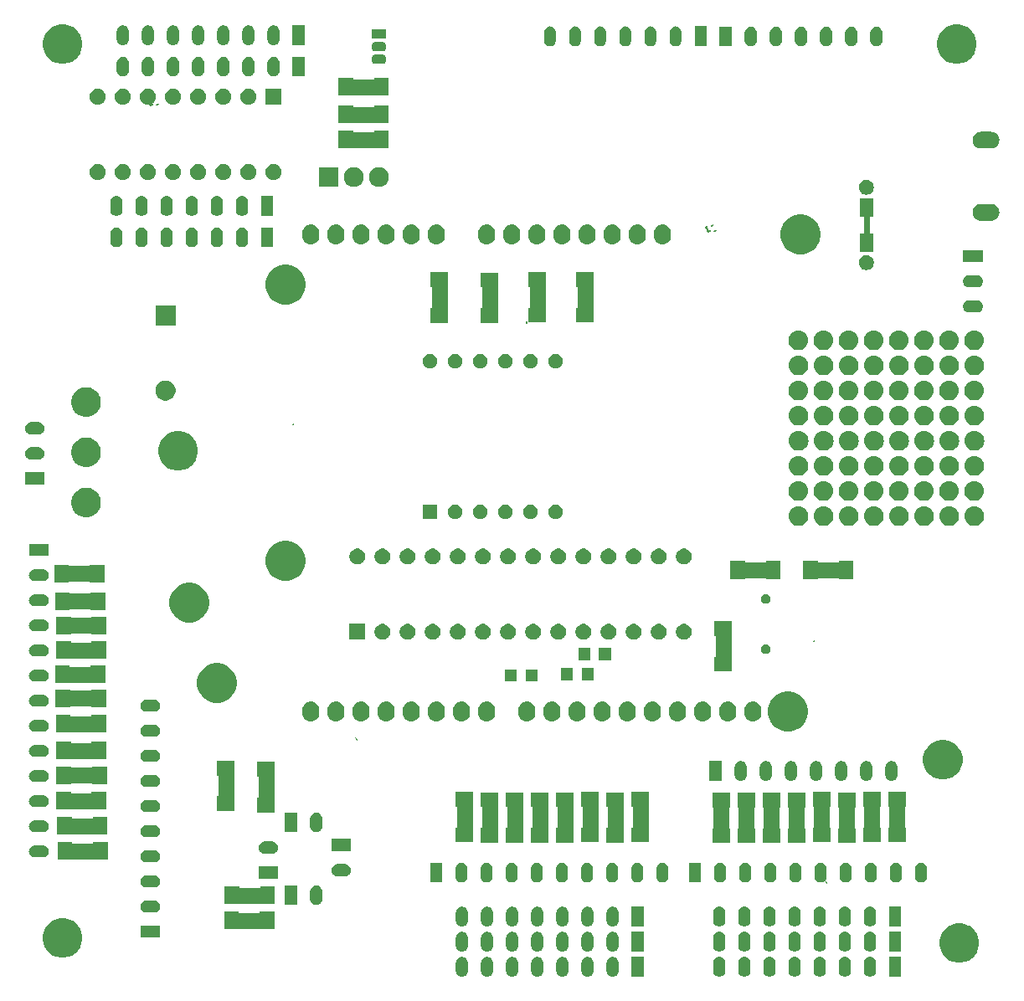
<source format=gts>
G04 #@! TF.GenerationSoftware,KiCad,Pcbnew,(5.1.2)-1*
G04 #@! TF.CreationDate,2020-03-28T17:23:29-07:00*
G04 #@! TF.ProjectId,Luciebox,4c756369-6562-46f7-982e-6b696361645f,rev?*
G04 #@! TF.SameCoordinates,Original*
G04 #@! TF.FileFunction,Soldermask,Top*
G04 #@! TF.FilePolarity,Negative*
%FSLAX46Y46*%
G04 Gerber Fmt 4.6, Leading zero omitted, Abs format (unit mm)*
G04 Created by KiCad (PCBNEW (5.1.2)-1) date 2020-03-28 17:23:29*
%MOMM*%
%LPD*%
G04 APERTURE LIST*
%ADD10C,0.010000*%
%ADD11C,0.100000*%
G04 APERTURE END LIST*
D10*
G36*
X14399103Y-10227690D02*
G01*
X14383333Y-10257667D01*
X14303559Y-10338523D01*
X14288673Y-10342333D01*
X14282896Y-10287643D01*
X14298667Y-10257667D01*
X14378441Y-10176810D01*
X14393327Y-10173000D01*
X14399103Y-10227690D01*
X14399103Y-10227690D01*
G37*
X14399103Y-10227690D02*
X14383333Y-10257667D01*
X14303559Y-10338523D01*
X14288673Y-10342333D01*
X14282896Y-10287643D01*
X14298667Y-10257667D01*
X14378441Y-10176810D01*
X14393327Y-10173000D01*
X14399103Y-10227690D01*
G36*
X13852589Y-10463404D02*
G01*
X13878657Y-10637996D01*
X13848127Y-10661796D01*
X13745355Y-10550412D01*
X13685230Y-10402774D01*
X13723984Y-10332815D01*
X13801224Y-10321244D01*
X13852589Y-10463404D01*
X13852589Y-10463404D01*
G37*
X13852589Y-10463404D02*
X13878657Y-10637996D01*
X13848127Y-10661796D01*
X13745355Y-10550412D01*
X13685230Y-10402774D01*
X13723984Y-10332815D01*
X13801224Y-10321244D01*
X13852589Y-10463404D01*
G36*
X14741403Y-10799180D02*
G01*
X14716152Y-10837662D01*
X14630278Y-10843649D01*
X14539935Y-10822972D01*
X14579125Y-10792496D01*
X14711449Y-10782403D01*
X14741403Y-10799180D01*
X14741403Y-10799180D01*
G37*
X14741403Y-10799180D02*
X14716152Y-10837662D01*
X14630278Y-10843649D01*
X14539935Y-10822972D01*
X14579125Y-10792496D01*
X14711449Y-10782403D01*
X14741403Y-10799180D01*
G36*
X14126745Y-10779525D02*
G01*
X14125103Y-10822753D01*
X14087000Y-10850333D01*
X13917021Y-10928304D01*
X13811408Y-10880030D01*
X13790667Y-10850333D01*
X13822161Y-10789365D01*
X13976170Y-10766963D01*
X14126745Y-10779525D01*
X14126745Y-10779525D01*
G37*
X14126745Y-10779525D02*
X14125103Y-10822753D01*
X14087000Y-10850333D01*
X13917021Y-10928304D01*
X13811408Y-10880030D01*
X13790667Y-10850333D01*
X13822161Y-10789365D01*
X13976170Y-10766963D01*
X14126745Y-10779525D01*
G36*
X70787103Y-23012357D02*
G01*
X70771333Y-23042333D01*
X70691559Y-23123190D01*
X70676673Y-23127000D01*
X70670896Y-23072310D01*
X70686667Y-23042333D01*
X70766441Y-22961476D01*
X70781327Y-22957667D01*
X70787103Y-23012357D01*
X70787103Y-23012357D01*
G37*
X70787103Y-23012357D02*
X70771333Y-23042333D01*
X70691559Y-23123190D01*
X70676673Y-23127000D01*
X70670896Y-23072310D01*
X70686667Y-23042333D01*
X70766441Y-22961476D01*
X70781327Y-22957667D01*
X70787103Y-23012357D01*
G36*
X70240589Y-23248070D02*
G01*
X70266657Y-23422663D01*
X70236127Y-23446462D01*
X70133355Y-23335078D01*
X70073230Y-23187440D01*
X70111984Y-23117482D01*
X70189224Y-23105911D01*
X70240589Y-23248070D01*
X70240589Y-23248070D01*
G37*
X70240589Y-23248070D02*
X70266657Y-23422663D01*
X70236127Y-23446462D01*
X70133355Y-23335078D01*
X70073230Y-23187440D01*
X70111984Y-23117482D01*
X70189224Y-23105911D01*
X70240589Y-23248070D01*
G36*
X71129403Y-23583847D02*
G01*
X71104152Y-23622329D01*
X71018278Y-23628316D01*
X70927935Y-23607638D01*
X70967125Y-23577163D01*
X71099449Y-23567069D01*
X71129403Y-23583847D01*
X71129403Y-23583847D01*
G37*
X71129403Y-23583847D02*
X71104152Y-23622329D01*
X71018278Y-23628316D01*
X70927935Y-23607638D01*
X70967125Y-23577163D01*
X71099449Y-23567069D01*
X71129403Y-23583847D01*
G36*
X70514745Y-23564192D02*
G01*
X70513103Y-23607420D01*
X70475000Y-23635000D01*
X70305021Y-23712970D01*
X70199408Y-23664697D01*
X70178667Y-23635000D01*
X70210161Y-23574032D01*
X70364170Y-23551630D01*
X70514745Y-23564192D01*
X70514745Y-23564192D01*
G37*
X70514745Y-23564192D02*
X70513103Y-23607420D01*
X70475000Y-23635000D01*
X70305021Y-23712970D01*
X70199408Y-23664697D01*
X70178667Y-23635000D01*
X70210161Y-23574032D01*
X70364170Y-23551630D01*
X70514745Y-23564192D01*
G36*
X21960355Y-10054816D02*
G01*
X21971506Y-10065755D01*
X22038383Y-10176763D01*
X22029315Y-10217574D01*
X21966334Y-10192165D01*
X21924110Y-10113151D01*
X21898332Y-10014237D01*
X21960355Y-10054816D01*
X21960355Y-10054816D01*
G37*
X21960355Y-10054816D02*
X21971506Y-10065755D01*
X22038383Y-10176763D01*
X22029315Y-10217574D01*
X21966334Y-10192165D01*
X21924110Y-10113151D01*
X21898332Y-10014237D01*
X21960355Y-10054816D01*
G36*
X78348355Y-22839483D02*
G01*
X78359506Y-22850422D01*
X78426383Y-22961430D01*
X78417315Y-23002240D01*
X78354334Y-22976832D01*
X78312110Y-22897818D01*
X78286332Y-22798903D01*
X78348355Y-22839483D01*
X78348355Y-22839483D01*
G37*
X78348355Y-22839483D02*
X78359506Y-22850422D01*
X78426383Y-22961430D01*
X78417315Y-23002240D01*
X78354334Y-22976832D01*
X78312110Y-22897818D01*
X78286332Y-22798903D01*
X78348355Y-22839483D01*
G36*
X51989444Y-32807222D02*
G01*
X51999577Y-32907702D01*
X51989444Y-32920111D01*
X51939110Y-32908489D01*
X51933000Y-32863667D01*
X51963978Y-32793976D01*
X51989444Y-32807222D01*
X51989444Y-32807222D01*
G37*
X51989444Y-32807222D02*
X51999577Y-32907702D01*
X51989444Y-32920111D01*
X51939110Y-32908489D01*
X51933000Y-32863667D01*
X51963978Y-32793976D01*
X51989444Y-32807222D01*
G36*
X28395667Y-43150667D02*
G01*
X28353333Y-43193000D01*
X28311000Y-43150667D01*
X28353333Y-43108333D01*
X28395667Y-43150667D01*
X28395667Y-43150667D01*
G37*
X28395667Y-43150667D02*
X28353333Y-43193000D01*
X28311000Y-43150667D01*
X28353333Y-43108333D01*
X28395667Y-43150667D01*
G36*
X81058333Y-65079333D02*
G01*
X81016000Y-65121667D01*
X80973667Y-65079333D01*
X81016000Y-65037000D01*
X81058333Y-65079333D01*
X81058333Y-65079333D01*
G37*
X81058333Y-65079333D02*
X81016000Y-65121667D01*
X80973667Y-65079333D01*
X81016000Y-65037000D01*
X81058333Y-65079333D01*
G36*
X34745022Y-74909483D02*
G01*
X34756173Y-74920422D01*
X34823049Y-75031430D01*
X34813982Y-75072240D01*
X34751000Y-75046832D01*
X34708777Y-74967818D01*
X34682999Y-74868903D01*
X34745022Y-74909483D01*
X34745022Y-74909483D01*
G37*
X34745022Y-74909483D02*
X34756173Y-74920422D01*
X34823049Y-75031430D01*
X34813982Y-75072240D01*
X34751000Y-75046832D01*
X34708777Y-74967818D01*
X34682999Y-74868903D01*
X34745022Y-74909483D01*
G36*
X82243022Y-89387483D02*
G01*
X82254173Y-89398422D01*
X82321049Y-89509430D01*
X82311982Y-89550240D01*
X82249000Y-89524832D01*
X82206777Y-89445818D01*
X82180999Y-89346903D01*
X82243022Y-89387483D01*
X82243022Y-89387483D01*
G37*
X82243022Y-89387483D02*
X82254173Y-89398422D01*
X82321049Y-89509430D01*
X82311982Y-89550240D01*
X82249000Y-89524832D01*
X82206777Y-89445818D01*
X82180999Y-89346903D01*
X82243022Y-89387483D01*
D11*
G36*
X81375000Y-57163000D02*
G01*
X83661000Y-57163000D01*
X83661000Y-58687000D01*
X81375000Y-58687000D01*
X81375000Y-57163000D01*
G37*
X81375000Y-57163000D02*
X83661000Y-57163000D01*
X83661000Y-58687000D01*
X81375000Y-58687000D01*
X81375000Y-57163000D01*
G36*
X34385000Y-13602000D02*
G01*
X36671000Y-13602000D01*
X36671000Y-15126000D01*
X34385000Y-15126000D01*
X34385000Y-13602000D01*
G37*
X34385000Y-13602000D02*
X36671000Y-13602000D01*
X36671000Y-15126000D01*
X34385000Y-15126000D01*
X34385000Y-13602000D01*
G36*
X36671000Y-12586000D02*
G01*
X34385000Y-12586000D01*
X34385000Y-11062000D01*
X36671000Y-11062000D01*
X36671000Y-12586000D01*
G37*
X36671000Y-12586000D02*
X34385000Y-12586000D01*
X34385000Y-11062000D01*
X36671000Y-11062000D01*
X36671000Y-12586000D01*
G36*
X22872000Y-90056000D02*
G01*
X25158000Y-90056000D01*
X25158000Y-91580000D01*
X22872000Y-91580000D01*
X22872000Y-90056000D01*
G37*
X22872000Y-90056000D02*
X25158000Y-90056000D01*
X25158000Y-91580000D01*
X22872000Y-91580000D01*
X22872000Y-90056000D01*
G36*
X22828000Y-92596000D02*
G01*
X25114000Y-92596000D01*
X25114000Y-94120000D01*
X22828000Y-94120000D01*
X22828000Y-92596000D01*
G37*
X22828000Y-92596000D02*
X25114000Y-92596000D01*
X25114000Y-94120000D01*
X22828000Y-94120000D01*
X22828000Y-92596000D01*
G36*
X22342000Y-78626000D02*
G01*
X22342000Y-80912000D01*
X20818000Y-80912000D01*
X20818000Y-78626000D01*
X22342000Y-78626000D01*
G37*
X22342000Y-78626000D02*
X22342000Y-80912000D01*
X20818000Y-80912000D01*
X20818000Y-78626000D01*
X22342000Y-78626000D01*
G36*
X26406000Y-78753000D02*
G01*
X26406000Y-81039000D01*
X24882000Y-81039000D01*
X24882000Y-78753000D01*
X26406000Y-78753000D01*
G37*
X26406000Y-78753000D02*
X26406000Y-81039000D01*
X24882000Y-81039000D01*
X24882000Y-78753000D01*
X26406000Y-78753000D01*
G36*
X62726558Y-84065000D02*
G01*
X62726558Y-81779000D01*
X64250558Y-81779000D01*
X64250558Y-84065000D01*
X62726558Y-84065000D01*
G37*
X62726558Y-84065000D02*
X62726558Y-81779000D01*
X64250558Y-81779000D01*
X64250558Y-84065000D01*
X62726558Y-84065000D01*
G36*
X60186558Y-84112562D02*
G01*
X60186558Y-81826562D01*
X61710558Y-81826562D01*
X61710558Y-84112562D01*
X60186558Y-84112562D01*
G37*
X60186558Y-84112562D02*
X60186558Y-81826562D01*
X61710558Y-81826562D01*
X61710558Y-84112562D01*
X60186558Y-84112562D01*
G36*
X57646558Y-84065000D02*
G01*
X57646558Y-81779000D01*
X59170558Y-81779000D01*
X59170558Y-84065000D01*
X57646558Y-84065000D01*
G37*
X57646558Y-84065000D02*
X57646558Y-81779000D01*
X59170558Y-81779000D01*
X59170558Y-84065000D01*
X57646558Y-84065000D01*
G36*
X55106558Y-84112562D02*
G01*
X55106558Y-81826562D01*
X56630558Y-81826562D01*
X56630558Y-84112562D01*
X55106558Y-84112562D01*
G37*
X55106558Y-84112562D02*
X55106558Y-81826562D01*
X56630558Y-81826562D01*
X56630558Y-84112562D01*
X55106558Y-84112562D01*
G36*
X52566558Y-84112562D02*
G01*
X52566558Y-81826562D01*
X54090558Y-81826562D01*
X54090558Y-84112562D01*
X52566558Y-84112562D01*
G37*
X52566558Y-84112562D02*
X52566558Y-81826562D01*
X54090558Y-81826562D01*
X54090558Y-84112562D01*
X52566558Y-84112562D01*
G36*
X50026558Y-84112562D02*
G01*
X50026558Y-81826562D01*
X51550558Y-81826562D01*
X51550558Y-84112562D01*
X50026558Y-84112562D01*
G37*
X50026558Y-84112562D02*
X50026558Y-81826562D01*
X51550558Y-81826562D01*
X51550558Y-84112562D01*
X50026558Y-84112562D01*
G36*
X47486558Y-84112562D02*
G01*
X47486558Y-81826562D01*
X49010558Y-81826562D01*
X49010558Y-84112562D01*
X47486558Y-84112562D01*
G37*
X47486558Y-84112562D02*
X47486558Y-81826562D01*
X49010558Y-81826562D01*
X49010558Y-84112562D01*
X47486558Y-84112562D01*
G36*
X44946558Y-84065000D02*
G01*
X44946558Y-81779000D01*
X46470558Y-81779000D01*
X46470558Y-84065000D01*
X44946558Y-84065000D01*
G37*
X44946558Y-84065000D02*
X44946558Y-81779000D01*
X46470558Y-81779000D01*
X46470558Y-84065000D01*
X44946558Y-84065000D01*
G36*
X88702132Y-84065000D02*
G01*
X88702132Y-81779000D01*
X90226132Y-81779000D01*
X90226132Y-84065000D01*
X88702132Y-84065000D01*
G37*
X88702132Y-84065000D02*
X88702132Y-81779000D01*
X90226132Y-81779000D01*
X90226132Y-84065000D01*
X88702132Y-84065000D01*
G36*
X86162132Y-84065000D02*
G01*
X86162132Y-81779000D01*
X87686132Y-81779000D01*
X87686132Y-84065000D01*
X86162132Y-84065000D01*
G37*
X86162132Y-84065000D02*
X86162132Y-81779000D01*
X87686132Y-81779000D01*
X87686132Y-84065000D01*
X86162132Y-84065000D01*
G36*
X83622132Y-84143804D02*
G01*
X83622132Y-81857804D01*
X85146132Y-81857804D01*
X85146132Y-84143804D01*
X83622132Y-84143804D01*
G37*
X83622132Y-84143804D02*
X83622132Y-81857804D01*
X85146132Y-81857804D01*
X85146132Y-84143804D01*
X83622132Y-84143804D01*
G36*
X81082132Y-84065000D02*
G01*
X81082132Y-81779000D01*
X82606132Y-81779000D01*
X82606132Y-84065000D01*
X81082132Y-84065000D01*
G37*
X81082132Y-84065000D02*
X81082132Y-81779000D01*
X82606132Y-81779000D01*
X82606132Y-84065000D01*
X81082132Y-84065000D01*
G36*
X78542132Y-84143804D02*
G01*
X78542132Y-81857804D01*
X80066132Y-81857804D01*
X80066132Y-84143804D01*
X78542132Y-84143804D01*
G37*
X78542132Y-84143804D02*
X78542132Y-81857804D01*
X80066132Y-81857804D01*
X80066132Y-84143804D01*
X78542132Y-84143804D01*
G36*
X76002132Y-84143804D02*
G01*
X76002132Y-81857804D01*
X77526132Y-81857804D01*
X77526132Y-84143804D01*
X76002132Y-84143804D01*
G37*
X76002132Y-84143804D02*
X76002132Y-81857804D01*
X77526132Y-81857804D01*
X77526132Y-84143804D01*
X76002132Y-84143804D01*
G36*
X73462132Y-84143804D02*
G01*
X73462132Y-81857804D01*
X74986132Y-81857804D01*
X74986132Y-84143804D01*
X73462132Y-84143804D01*
G37*
X73462132Y-84143804D02*
X73462132Y-81857804D01*
X74986132Y-81857804D01*
X74986132Y-84143804D01*
X73462132Y-84143804D01*
G36*
X70922132Y-84143804D02*
G01*
X70922132Y-81857804D01*
X72446132Y-81857804D01*
X72446132Y-84143804D01*
X70922132Y-84143804D01*
G37*
X70922132Y-84143804D02*
X70922132Y-81857804D01*
X72446132Y-81857804D01*
X72446132Y-84143804D01*
X70922132Y-84143804D01*
G36*
X76295000Y-58687000D02*
G01*
X74009000Y-58687000D01*
X74009000Y-57163000D01*
X76295000Y-57163000D01*
X76295000Y-58687000D01*
G37*
X76295000Y-58687000D02*
X74009000Y-58687000D01*
X74009000Y-57163000D01*
X76295000Y-57163000D01*
X76295000Y-58687000D01*
G36*
X7933013Y-59047859D02*
G01*
X5647013Y-59047859D01*
X5647013Y-57523859D01*
X7933013Y-57523859D01*
X7933013Y-59047859D01*
G37*
X7933013Y-59047859D02*
X5647013Y-59047859D01*
X5647013Y-57523859D01*
X7933013Y-57523859D01*
X7933013Y-59047859D01*
G36*
X8012613Y-61841859D02*
G01*
X5726613Y-61841859D01*
X5726613Y-60317859D01*
X8012613Y-60317859D01*
X8012613Y-61841859D01*
G37*
X8012613Y-61841859D02*
X5726613Y-61841859D01*
X5726613Y-60317859D01*
X8012613Y-60317859D01*
X8012613Y-61841859D01*
G36*
X8110813Y-64280259D02*
G01*
X5824813Y-64280259D01*
X5824813Y-62756259D01*
X8110813Y-62756259D01*
X8110813Y-64280259D01*
G37*
X8110813Y-64280259D02*
X5824813Y-64280259D01*
X5824813Y-62756259D01*
X8110813Y-62756259D01*
X8110813Y-64280259D01*
G36*
X8113613Y-66794259D02*
G01*
X5827613Y-66794259D01*
X5827613Y-65270259D01*
X8113613Y-65270259D01*
X8113613Y-66794259D01*
G37*
X8113613Y-66794259D02*
X5827613Y-66794259D01*
X5827613Y-65270259D01*
X8113613Y-65270259D01*
X8113613Y-66794259D01*
G36*
X8009213Y-69233259D02*
G01*
X5723213Y-69233259D01*
X5723213Y-67709259D01*
X8009213Y-67709259D01*
X8009213Y-69233259D01*
G37*
X8009213Y-69233259D02*
X5723213Y-69233259D01*
X5723213Y-67709259D01*
X8009213Y-67709259D01*
X8009213Y-69233259D01*
G36*
X8066813Y-71646259D02*
G01*
X5780813Y-71646259D01*
X5780813Y-70122259D01*
X8066813Y-70122259D01*
X8066813Y-71646259D01*
G37*
X8066813Y-71646259D02*
X5780813Y-71646259D01*
X5780813Y-70122259D01*
X8066813Y-70122259D01*
X8066813Y-71646259D01*
G36*
X8085413Y-74237059D02*
G01*
X5799413Y-74237059D01*
X5799413Y-72713059D01*
X8085413Y-72713059D01*
X8085413Y-74237059D01*
G37*
X8085413Y-74237059D02*
X5799413Y-74237059D01*
X5799413Y-72713059D01*
X8085413Y-72713059D01*
X8085413Y-74237059D01*
G36*
X8113613Y-76954259D02*
G01*
X5827613Y-76954259D01*
X5827613Y-75430259D01*
X8113613Y-75430259D01*
X8113613Y-76954259D01*
G37*
X8113613Y-76954259D02*
X5827613Y-76954259D01*
X5827613Y-75430259D01*
X8113613Y-75430259D01*
X8113613Y-76954259D01*
G36*
X8161613Y-79443459D02*
G01*
X5875613Y-79443459D01*
X5875613Y-77919459D01*
X8161613Y-77919459D01*
X8161613Y-79443459D01*
G37*
X8161613Y-79443459D02*
X5875613Y-79443459D01*
X5875613Y-77919459D01*
X8161613Y-77919459D01*
X8161613Y-79443459D01*
G36*
X8113613Y-82034259D02*
G01*
X5827613Y-82034259D01*
X5827613Y-80510259D01*
X8113613Y-80510259D01*
X8113613Y-82034259D01*
G37*
X8113613Y-82034259D02*
X5827613Y-82034259D01*
X5827613Y-80510259D01*
X8113613Y-80510259D01*
X8113613Y-82034259D01*
G36*
X8219213Y-84574859D02*
G01*
X5933213Y-84574859D01*
X5933213Y-83050859D01*
X8219213Y-83050859D01*
X8219213Y-84574859D01*
G37*
X8219213Y-84574859D02*
X5933213Y-84574859D01*
X5933213Y-83050859D01*
X8219213Y-83050859D01*
X8219213Y-84574859D01*
G36*
X5977213Y-85590859D02*
G01*
X8263213Y-85590859D01*
X8263213Y-87114859D01*
X5977213Y-87114859D01*
X5977213Y-85590859D01*
G37*
X5977213Y-85590859D02*
X8263213Y-85590859D01*
X8263213Y-87114859D01*
X5977213Y-87114859D01*
X5977213Y-85590859D01*
G36*
X71110000Y-66793000D02*
G01*
X71110000Y-64507000D01*
X72634000Y-64507000D01*
X72634000Y-66793000D01*
X71110000Y-66793000D01*
G37*
X71110000Y-66793000D02*
X71110000Y-64507000D01*
X72634000Y-64507000D01*
X72634000Y-66793000D01*
X71110000Y-66793000D01*
G36*
X42408000Y-31509000D02*
G01*
X42408000Y-29223000D01*
X43932000Y-29223000D01*
X43932000Y-31509000D01*
X42408000Y-31509000D01*
G37*
X42408000Y-31509000D02*
X42408000Y-29223000D01*
X43932000Y-29223000D01*
X43932000Y-31509000D01*
X42408000Y-31509000D01*
G36*
X52314000Y-31487000D02*
G01*
X52314000Y-29201000D01*
X53838000Y-29201000D01*
X53838000Y-31487000D01*
X52314000Y-31487000D01*
G37*
X52314000Y-31487000D02*
X52314000Y-29201000D01*
X53838000Y-29201000D01*
X53838000Y-31487000D01*
X52314000Y-31487000D01*
G36*
X57140000Y-31487000D02*
G01*
X57140000Y-29201000D01*
X58664000Y-29201000D01*
X58664000Y-31487000D01*
X57140000Y-31487000D01*
G37*
X57140000Y-31487000D02*
X57140000Y-29201000D01*
X58664000Y-29201000D01*
X58664000Y-31487000D01*
X57140000Y-31487000D01*
G36*
X47488000Y-31531000D02*
G01*
X47488000Y-29245000D01*
X49012000Y-29245000D01*
X49012000Y-31531000D01*
X47488000Y-31531000D01*
G37*
X47488000Y-31531000D02*
X47488000Y-29245000D01*
X49012000Y-29245000D01*
X49012000Y-31531000D01*
X47488000Y-31531000D01*
G36*
X36671000Y-9792000D02*
G01*
X34385000Y-9792000D01*
X34385000Y-8268000D01*
X36671000Y-8268000D01*
X36671000Y-9792000D01*
G37*
X36671000Y-9792000D02*
X34385000Y-9792000D01*
X34385000Y-8268000D01*
X36671000Y-8268000D01*
X36671000Y-9792000D01*
G36*
X86985000Y-20333000D02*
G01*
X85715000Y-20333000D01*
X85715000Y-22111000D01*
X86096000Y-22111000D01*
X86096000Y-23889000D01*
X85715000Y-23889000D01*
X85715000Y-25667000D01*
X86096000Y-25667000D01*
X86604000Y-25667000D01*
X86985000Y-25667000D01*
X86985000Y-23889000D01*
X86604000Y-23889000D01*
X86604000Y-22111000D01*
X86985000Y-22111000D01*
X86985000Y-20333000D01*
G37*
X86985000Y-20333000D02*
X85715000Y-20333000D01*
X85715000Y-22111000D01*
X86096000Y-22111000D01*
X86096000Y-23889000D01*
X85715000Y-23889000D01*
X85715000Y-25667000D01*
X86096000Y-25667000D01*
X86604000Y-25667000D01*
X86985000Y-25667000D01*
X86985000Y-23889000D01*
X86604000Y-23889000D01*
X86604000Y-22111000D01*
X86985000Y-22111000D01*
X86985000Y-20333000D01*
G36*
X48113621Y-97065682D02*
G01*
X48226721Y-97099990D01*
X48330955Y-97155704D01*
X48422317Y-97230683D01*
X48497296Y-97322045D01*
X48553010Y-97426279D01*
X48587318Y-97539379D01*
X48596000Y-97627526D01*
X48596000Y-98486474D01*
X48587318Y-98574621D01*
X48553010Y-98687721D01*
X48497296Y-98791955D01*
X48422317Y-98883317D01*
X48330954Y-98958296D01*
X48226720Y-99014010D01*
X48113620Y-99048318D01*
X47996000Y-99059903D01*
X47878379Y-99048318D01*
X47765279Y-99014010D01*
X47661045Y-98958296D01*
X47569683Y-98883317D01*
X47494704Y-98791954D01*
X47438990Y-98687720D01*
X47404682Y-98574620D01*
X47396000Y-98486473D01*
X47396000Y-97627526D01*
X47404682Y-97539379D01*
X47438991Y-97426279D01*
X47494705Y-97322045D01*
X47569684Y-97230683D01*
X47661046Y-97155704D01*
X47765280Y-97099990D01*
X47878380Y-97065682D01*
X47996000Y-97054097D01*
X48113621Y-97065682D01*
X48113621Y-97065682D01*
G37*
G36*
X45573621Y-97065682D02*
G01*
X45686721Y-97099990D01*
X45790955Y-97155704D01*
X45882317Y-97230683D01*
X45957296Y-97322045D01*
X46013010Y-97426279D01*
X46047318Y-97539379D01*
X46056000Y-97627526D01*
X46056000Y-98486474D01*
X46047318Y-98574621D01*
X46013010Y-98687721D01*
X45957296Y-98791955D01*
X45882317Y-98883317D01*
X45790954Y-98958296D01*
X45686720Y-99014010D01*
X45573620Y-99048318D01*
X45456000Y-99059903D01*
X45338379Y-99048318D01*
X45225279Y-99014010D01*
X45121045Y-98958296D01*
X45029683Y-98883317D01*
X44954704Y-98791954D01*
X44898990Y-98687720D01*
X44864682Y-98574620D01*
X44856000Y-98486473D01*
X44856000Y-97627526D01*
X44864682Y-97539379D01*
X44898991Y-97426279D01*
X44954705Y-97322045D01*
X45029684Y-97230683D01*
X45121046Y-97155704D01*
X45225280Y-97099990D01*
X45338380Y-97065682D01*
X45456000Y-97054097D01*
X45573621Y-97065682D01*
X45573621Y-97065682D01*
G37*
G36*
X86848621Y-97065682D02*
G01*
X86961721Y-97099990D01*
X87065955Y-97155704D01*
X87157317Y-97230683D01*
X87232296Y-97322045D01*
X87288010Y-97426279D01*
X87322318Y-97539379D01*
X87331000Y-97627526D01*
X87331000Y-98486474D01*
X87322318Y-98574621D01*
X87288010Y-98687721D01*
X87232296Y-98791955D01*
X87157317Y-98883317D01*
X87065954Y-98958296D01*
X86961720Y-99014010D01*
X86848620Y-99048318D01*
X86731000Y-99059903D01*
X86613379Y-99048318D01*
X86500279Y-99014010D01*
X86396045Y-98958296D01*
X86304683Y-98883317D01*
X86229704Y-98791954D01*
X86173990Y-98687720D01*
X86139682Y-98574620D01*
X86131000Y-98486473D01*
X86131000Y-97627526D01*
X86139682Y-97539379D01*
X86173991Y-97426279D01*
X86229705Y-97322045D01*
X86304684Y-97230683D01*
X86396046Y-97155704D01*
X86500280Y-97099990D01*
X86613380Y-97065682D01*
X86731000Y-97054097D01*
X86848621Y-97065682D01*
X86848621Y-97065682D01*
G37*
G36*
X84308621Y-97065682D02*
G01*
X84421721Y-97099990D01*
X84525955Y-97155704D01*
X84617317Y-97230683D01*
X84692296Y-97322045D01*
X84748010Y-97426279D01*
X84782318Y-97539379D01*
X84791000Y-97627526D01*
X84791000Y-98486474D01*
X84782318Y-98574621D01*
X84748010Y-98687721D01*
X84692296Y-98791955D01*
X84617317Y-98883317D01*
X84525954Y-98958296D01*
X84421720Y-99014010D01*
X84308620Y-99048318D01*
X84191000Y-99059903D01*
X84073379Y-99048318D01*
X83960279Y-99014010D01*
X83856045Y-98958296D01*
X83764683Y-98883317D01*
X83689704Y-98791954D01*
X83633990Y-98687720D01*
X83599682Y-98574620D01*
X83591000Y-98486473D01*
X83591000Y-97627526D01*
X83599682Y-97539379D01*
X83633991Y-97426279D01*
X83689705Y-97322045D01*
X83764684Y-97230683D01*
X83856046Y-97155704D01*
X83960280Y-97099990D01*
X84073380Y-97065682D01*
X84191000Y-97054097D01*
X84308621Y-97065682D01*
X84308621Y-97065682D01*
G37*
G36*
X81768621Y-97065682D02*
G01*
X81881721Y-97099990D01*
X81985955Y-97155704D01*
X82077317Y-97230683D01*
X82152296Y-97322045D01*
X82208010Y-97426279D01*
X82242318Y-97539379D01*
X82251000Y-97627526D01*
X82251000Y-98486474D01*
X82242318Y-98574621D01*
X82208010Y-98687721D01*
X82152296Y-98791955D01*
X82077317Y-98883317D01*
X81985954Y-98958296D01*
X81881720Y-99014010D01*
X81768620Y-99048318D01*
X81651000Y-99059903D01*
X81533379Y-99048318D01*
X81420279Y-99014010D01*
X81316045Y-98958296D01*
X81224683Y-98883317D01*
X81149704Y-98791954D01*
X81093990Y-98687720D01*
X81059682Y-98574620D01*
X81051000Y-98486473D01*
X81051000Y-97627526D01*
X81059682Y-97539379D01*
X81093991Y-97426279D01*
X81149705Y-97322045D01*
X81224684Y-97230683D01*
X81316046Y-97155704D01*
X81420280Y-97099990D01*
X81533380Y-97065682D01*
X81651000Y-97054097D01*
X81768621Y-97065682D01*
X81768621Y-97065682D01*
G37*
G36*
X79228621Y-97065682D02*
G01*
X79341721Y-97099990D01*
X79445955Y-97155704D01*
X79537317Y-97230683D01*
X79612296Y-97322045D01*
X79668010Y-97426279D01*
X79702318Y-97539379D01*
X79711000Y-97627526D01*
X79711000Y-98486474D01*
X79702318Y-98574621D01*
X79668010Y-98687721D01*
X79612296Y-98791955D01*
X79537317Y-98883317D01*
X79445954Y-98958296D01*
X79341720Y-99014010D01*
X79228620Y-99048318D01*
X79111000Y-99059903D01*
X78993379Y-99048318D01*
X78880279Y-99014010D01*
X78776045Y-98958296D01*
X78684683Y-98883317D01*
X78609704Y-98791954D01*
X78553990Y-98687720D01*
X78519682Y-98574620D01*
X78511000Y-98486473D01*
X78511000Y-97627526D01*
X78519682Y-97539379D01*
X78553991Y-97426279D01*
X78609705Y-97322045D01*
X78684684Y-97230683D01*
X78776046Y-97155704D01*
X78880280Y-97099990D01*
X78993380Y-97065682D01*
X79111000Y-97054097D01*
X79228621Y-97065682D01*
X79228621Y-97065682D01*
G37*
G36*
X76688621Y-97065682D02*
G01*
X76801721Y-97099990D01*
X76905955Y-97155704D01*
X76997317Y-97230683D01*
X77072296Y-97322045D01*
X77128010Y-97426279D01*
X77162318Y-97539379D01*
X77171000Y-97627526D01*
X77171000Y-98486474D01*
X77162318Y-98574621D01*
X77128010Y-98687721D01*
X77072296Y-98791955D01*
X76997317Y-98883317D01*
X76905954Y-98958296D01*
X76801720Y-99014010D01*
X76688620Y-99048318D01*
X76571000Y-99059903D01*
X76453379Y-99048318D01*
X76340279Y-99014010D01*
X76236045Y-98958296D01*
X76144683Y-98883317D01*
X76069704Y-98791954D01*
X76013990Y-98687720D01*
X75979682Y-98574620D01*
X75971000Y-98486473D01*
X75971000Y-97627526D01*
X75979682Y-97539379D01*
X76013991Y-97426279D01*
X76069705Y-97322045D01*
X76144684Y-97230683D01*
X76236046Y-97155704D01*
X76340280Y-97099990D01*
X76453380Y-97065682D01*
X76571000Y-97054097D01*
X76688621Y-97065682D01*
X76688621Y-97065682D01*
G37*
G36*
X74148621Y-97065682D02*
G01*
X74261721Y-97099990D01*
X74365955Y-97155704D01*
X74457317Y-97230683D01*
X74532296Y-97322045D01*
X74588010Y-97426279D01*
X74622318Y-97539379D01*
X74631000Y-97627526D01*
X74631000Y-98486474D01*
X74622318Y-98574621D01*
X74588010Y-98687721D01*
X74532296Y-98791955D01*
X74457317Y-98883317D01*
X74365954Y-98958296D01*
X74261720Y-99014010D01*
X74148620Y-99048318D01*
X74031000Y-99059903D01*
X73913379Y-99048318D01*
X73800279Y-99014010D01*
X73696045Y-98958296D01*
X73604683Y-98883317D01*
X73529704Y-98791954D01*
X73473990Y-98687720D01*
X73439682Y-98574620D01*
X73431000Y-98486473D01*
X73431000Y-97627526D01*
X73439682Y-97539379D01*
X73473991Y-97426279D01*
X73529705Y-97322045D01*
X73604684Y-97230683D01*
X73696046Y-97155704D01*
X73800280Y-97099990D01*
X73913380Y-97065682D01*
X74031000Y-97054097D01*
X74148621Y-97065682D01*
X74148621Y-97065682D01*
G37*
G36*
X60813621Y-97065682D02*
G01*
X60926721Y-97099990D01*
X61030955Y-97155704D01*
X61122317Y-97230683D01*
X61197296Y-97322045D01*
X61253010Y-97426279D01*
X61287318Y-97539379D01*
X61296000Y-97627526D01*
X61296000Y-98486474D01*
X61287318Y-98574621D01*
X61253010Y-98687721D01*
X61197296Y-98791955D01*
X61122317Y-98883317D01*
X61030954Y-98958296D01*
X60926720Y-99014010D01*
X60813620Y-99048318D01*
X60696000Y-99059903D01*
X60578379Y-99048318D01*
X60465279Y-99014010D01*
X60361045Y-98958296D01*
X60269683Y-98883317D01*
X60194704Y-98791954D01*
X60138990Y-98687720D01*
X60104682Y-98574620D01*
X60096000Y-98486473D01*
X60096000Y-97627526D01*
X60104682Y-97539379D01*
X60138991Y-97426279D01*
X60194705Y-97322045D01*
X60269684Y-97230683D01*
X60361046Y-97155704D01*
X60465280Y-97099990D01*
X60578380Y-97065682D01*
X60696000Y-97054097D01*
X60813621Y-97065682D01*
X60813621Y-97065682D01*
G37*
G36*
X71608621Y-97065682D02*
G01*
X71721721Y-97099990D01*
X71825955Y-97155704D01*
X71917317Y-97230683D01*
X71992296Y-97322045D01*
X72048010Y-97426279D01*
X72082318Y-97539379D01*
X72091000Y-97627526D01*
X72091000Y-98486474D01*
X72082318Y-98574621D01*
X72048010Y-98687721D01*
X71992296Y-98791955D01*
X71917317Y-98883317D01*
X71825954Y-98958296D01*
X71721720Y-99014010D01*
X71608620Y-99048318D01*
X71491000Y-99059903D01*
X71373379Y-99048318D01*
X71260279Y-99014010D01*
X71156045Y-98958296D01*
X71064683Y-98883317D01*
X70989704Y-98791954D01*
X70933990Y-98687720D01*
X70899682Y-98574620D01*
X70891000Y-98486473D01*
X70891000Y-97627526D01*
X70899682Y-97539379D01*
X70933991Y-97426279D01*
X70989705Y-97322045D01*
X71064684Y-97230683D01*
X71156046Y-97155704D01*
X71260280Y-97099990D01*
X71373380Y-97065682D01*
X71491000Y-97054097D01*
X71608621Y-97065682D01*
X71608621Y-97065682D01*
G37*
G36*
X50653621Y-97065682D02*
G01*
X50766721Y-97099990D01*
X50870955Y-97155704D01*
X50962317Y-97230683D01*
X51037296Y-97322045D01*
X51093010Y-97426279D01*
X51127318Y-97539379D01*
X51136000Y-97627526D01*
X51136000Y-98486474D01*
X51127318Y-98574621D01*
X51093010Y-98687721D01*
X51037296Y-98791955D01*
X50962317Y-98883317D01*
X50870954Y-98958296D01*
X50766720Y-99014010D01*
X50653620Y-99048318D01*
X50536000Y-99059903D01*
X50418379Y-99048318D01*
X50305279Y-99014010D01*
X50201045Y-98958296D01*
X50109683Y-98883317D01*
X50034704Y-98791954D01*
X49978990Y-98687720D01*
X49944682Y-98574620D01*
X49936000Y-98486473D01*
X49936000Y-97627526D01*
X49944682Y-97539379D01*
X49978991Y-97426279D01*
X50034705Y-97322045D01*
X50109684Y-97230683D01*
X50201046Y-97155704D01*
X50305280Y-97099990D01*
X50418380Y-97065682D01*
X50536000Y-97054097D01*
X50653621Y-97065682D01*
X50653621Y-97065682D01*
G37*
G36*
X53193621Y-97065682D02*
G01*
X53306721Y-97099990D01*
X53410955Y-97155704D01*
X53502317Y-97230683D01*
X53577296Y-97322045D01*
X53633010Y-97426279D01*
X53667318Y-97539379D01*
X53676000Y-97627526D01*
X53676000Y-98486474D01*
X53667318Y-98574621D01*
X53633010Y-98687721D01*
X53577296Y-98791955D01*
X53502317Y-98883317D01*
X53410954Y-98958296D01*
X53306720Y-99014010D01*
X53193620Y-99048318D01*
X53076000Y-99059903D01*
X52958379Y-99048318D01*
X52845279Y-99014010D01*
X52741045Y-98958296D01*
X52649683Y-98883317D01*
X52574704Y-98791954D01*
X52518990Y-98687720D01*
X52484682Y-98574620D01*
X52476000Y-98486473D01*
X52476000Y-97627526D01*
X52484682Y-97539379D01*
X52518991Y-97426279D01*
X52574705Y-97322045D01*
X52649684Y-97230683D01*
X52741046Y-97155704D01*
X52845280Y-97099990D01*
X52958380Y-97065682D01*
X53076000Y-97054097D01*
X53193621Y-97065682D01*
X53193621Y-97065682D01*
G37*
G36*
X58273621Y-97065682D02*
G01*
X58386721Y-97099990D01*
X58490955Y-97155704D01*
X58582317Y-97230683D01*
X58657296Y-97322045D01*
X58713010Y-97426279D01*
X58747318Y-97539379D01*
X58756000Y-97627526D01*
X58756000Y-98486474D01*
X58747318Y-98574621D01*
X58713010Y-98687721D01*
X58657296Y-98791955D01*
X58582317Y-98883317D01*
X58490954Y-98958296D01*
X58386720Y-99014010D01*
X58273620Y-99048318D01*
X58156000Y-99059903D01*
X58038379Y-99048318D01*
X57925279Y-99014010D01*
X57821045Y-98958296D01*
X57729683Y-98883317D01*
X57654704Y-98791954D01*
X57598990Y-98687720D01*
X57564682Y-98574620D01*
X57556000Y-98486473D01*
X57556000Y-97627526D01*
X57564682Y-97539379D01*
X57598991Y-97426279D01*
X57654705Y-97322045D01*
X57729684Y-97230683D01*
X57821046Y-97155704D01*
X57925280Y-97099990D01*
X58038380Y-97065682D01*
X58156000Y-97054097D01*
X58273621Y-97065682D01*
X58273621Y-97065682D01*
G37*
G36*
X55733621Y-97065682D02*
G01*
X55846721Y-97099990D01*
X55950955Y-97155704D01*
X56042317Y-97230683D01*
X56117296Y-97322045D01*
X56173010Y-97426279D01*
X56207318Y-97539379D01*
X56216000Y-97627526D01*
X56216000Y-98486474D01*
X56207318Y-98574621D01*
X56173010Y-98687721D01*
X56117296Y-98791955D01*
X56042317Y-98883317D01*
X55950954Y-98958296D01*
X55846720Y-99014010D01*
X55733620Y-99048318D01*
X55616000Y-99059903D01*
X55498379Y-99048318D01*
X55385279Y-99014010D01*
X55281045Y-98958296D01*
X55189683Y-98883317D01*
X55114704Y-98791954D01*
X55058990Y-98687720D01*
X55024682Y-98574620D01*
X55016000Y-98486473D01*
X55016000Y-97627526D01*
X55024682Y-97539379D01*
X55058991Y-97426279D01*
X55114705Y-97322045D01*
X55189684Y-97230683D01*
X55281046Y-97155704D01*
X55385280Y-97099990D01*
X55498380Y-97065682D01*
X55616000Y-97054097D01*
X55733621Y-97065682D01*
X55733621Y-97065682D01*
G37*
G36*
X63836000Y-99057000D02*
G01*
X62636000Y-99057000D01*
X62636000Y-97057000D01*
X63836000Y-97057000D01*
X63836000Y-99057000D01*
X63836000Y-99057000D01*
G37*
G36*
X89871000Y-99057000D02*
G01*
X88671000Y-99057000D01*
X88671000Y-97057000D01*
X89871000Y-97057000D01*
X89871000Y-99057000D01*
X89871000Y-99057000D01*
G37*
G36*
X96331377Y-93720858D02*
G01*
X96669890Y-93861075D01*
X96695355Y-93871623D01*
X96788721Y-93934008D01*
X97022925Y-94090498D01*
X97301502Y-94369075D01*
X97520378Y-94696647D01*
X97671142Y-95060623D01*
X97748000Y-95447016D01*
X97748000Y-95840984D01*
X97671142Y-96227377D01*
X97520378Y-96591353D01*
X97520377Y-96591355D01*
X97301501Y-96918926D01*
X97022926Y-97197501D01*
X96695355Y-97416377D01*
X96695354Y-97416378D01*
X96695353Y-97416378D01*
X96331377Y-97567142D01*
X95944984Y-97644000D01*
X95551016Y-97644000D01*
X95164623Y-97567142D01*
X94800647Y-97416378D01*
X94800646Y-97416378D01*
X94800645Y-97416377D01*
X94473074Y-97197501D01*
X94194499Y-96918926D01*
X93975623Y-96591355D01*
X93975622Y-96591353D01*
X93824858Y-96227377D01*
X93748000Y-95840984D01*
X93748000Y-95447016D01*
X93824858Y-95060623D01*
X93975622Y-94696647D01*
X94194498Y-94369075D01*
X94473075Y-94090498D01*
X94707279Y-93934008D01*
X94800645Y-93871623D01*
X94826110Y-93861075D01*
X95164623Y-93720858D01*
X95551016Y-93644000D01*
X95944984Y-93644000D01*
X96331377Y-93720858D01*
X96331377Y-93720858D01*
G37*
G36*
X5653377Y-93212858D02*
G01*
X6017353Y-93363622D01*
X6017355Y-93363623D01*
X6081486Y-93406474D01*
X6344925Y-93582498D01*
X6623502Y-93861075D01*
X6842378Y-94188647D01*
X6993142Y-94552623D01*
X7070000Y-94939016D01*
X7070000Y-95332984D01*
X6993142Y-95719377D01*
X6862564Y-96034620D01*
X6842377Y-96083355D01*
X6623501Y-96410926D01*
X6344926Y-96689501D01*
X6017355Y-96908377D01*
X6017354Y-96908378D01*
X6017353Y-96908378D01*
X5653377Y-97059142D01*
X5266984Y-97136000D01*
X4873016Y-97136000D01*
X4486623Y-97059142D01*
X4122647Y-96908378D01*
X4122646Y-96908378D01*
X4122645Y-96908377D01*
X3795074Y-96689501D01*
X3516499Y-96410926D01*
X3297623Y-96083355D01*
X3277436Y-96034620D01*
X3146858Y-95719377D01*
X3070000Y-95332984D01*
X3070000Y-94939016D01*
X3146858Y-94552623D01*
X3297622Y-94188647D01*
X3516498Y-93861075D01*
X3795075Y-93582498D01*
X4058514Y-93406474D01*
X4122645Y-93363623D01*
X4122647Y-93363622D01*
X4486623Y-93212858D01*
X4873016Y-93136000D01*
X5266984Y-93136000D01*
X5653377Y-93212858D01*
X5653377Y-93212858D01*
G37*
G36*
X53193621Y-94525682D02*
G01*
X53306721Y-94559990D01*
X53410955Y-94615704D01*
X53502317Y-94690683D01*
X53577296Y-94782045D01*
X53633010Y-94886279D01*
X53667318Y-94999379D01*
X53676000Y-95087526D01*
X53676000Y-95946474D01*
X53667318Y-96034621D01*
X53633010Y-96147721D01*
X53577296Y-96251955D01*
X53502317Y-96343317D01*
X53410954Y-96418296D01*
X53306720Y-96474010D01*
X53193620Y-96508318D01*
X53076000Y-96519903D01*
X52958379Y-96508318D01*
X52845279Y-96474010D01*
X52741045Y-96418296D01*
X52649683Y-96343317D01*
X52574704Y-96251954D01*
X52518990Y-96147720D01*
X52484682Y-96034620D01*
X52476000Y-95946473D01*
X52476000Y-95087526D01*
X52484682Y-94999379D01*
X52518991Y-94886279D01*
X52574705Y-94782045D01*
X52649684Y-94690683D01*
X52741046Y-94615704D01*
X52845280Y-94559990D01*
X52958380Y-94525682D01*
X53076000Y-94514097D01*
X53193621Y-94525682D01*
X53193621Y-94525682D01*
G37*
G36*
X48113621Y-94525682D02*
G01*
X48226721Y-94559990D01*
X48330955Y-94615704D01*
X48422317Y-94690683D01*
X48497296Y-94782045D01*
X48553010Y-94886279D01*
X48587318Y-94999379D01*
X48596000Y-95087526D01*
X48596000Y-95946474D01*
X48587318Y-96034621D01*
X48553010Y-96147721D01*
X48497296Y-96251955D01*
X48422317Y-96343317D01*
X48330954Y-96418296D01*
X48226720Y-96474010D01*
X48113620Y-96508318D01*
X47996000Y-96519903D01*
X47878379Y-96508318D01*
X47765279Y-96474010D01*
X47661045Y-96418296D01*
X47569683Y-96343317D01*
X47494704Y-96251954D01*
X47438990Y-96147720D01*
X47404682Y-96034620D01*
X47396000Y-95946473D01*
X47396000Y-95087526D01*
X47404682Y-94999379D01*
X47438991Y-94886279D01*
X47494705Y-94782045D01*
X47569684Y-94690683D01*
X47661046Y-94615704D01*
X47765280Y-94559990D01*
X47878380Y-94525682D01*
X47996000Y-94514097D01*
X48113621Y-94525682D01*
X48113621Y-94525682D01*
G37*
G36*
X45573621Y-94525682D02*
G01*
X45686721Y-94559990D01*
X45790955Y-94615704D01*
X45882317Y-94690683D01*
X45957296Y-94782045D01*
X46013010Y-94886279D01*
X46047318Y-94999379D01*
X46056000Y-95087526D01*
X46056000Y-95946474D01*
X46047318Y-96034621D01*
X46013010Y-96147721D01*
X45957296Y-96251955D01*
X45882317Y-96343317D01*
X45790954Y-96418296D01*
X45686720Y-96474010D01*
X45573620Y-96508318D01*
X45456000Y-96519903D01*
X45338379Y-96508318D01*
X45225279Y-96474010D01*
X45121045Y-96418296D01*
X45029683Y-96343317D01*
X44954704Y-96251954D01*
X44898990Y-96147720D01*
X44864682Y-96034620D01*
X44856000Y-95946473D01*
X44856000Y-95087526D01*
X44864682Y-94999379D01*
X44898991Y-94886279D01*
X44954705Y-94782045D01*
X45029684Y-94690683D01*
X45121046Y-94615704D01*
X45225280Y-94559990D01*
X45338380Y-94525682D01*
X45456000Y-94514097D01*
X45573621Y-94525682D01*
X45573621Y-94525682D01*
G37*
G36*
X50653621Y-94525682D02*
G01*
X50766721Y-94559990D01*
X50870955Y-94615704D01*
X50962317Y-94690683D01*
X51037296Y-94782045D01*
X51093010Y-94886279D01*
X51127318Y-94999379D01*
X51136000Y-95087526D01*
X51136000Y-95946474D01*
X51127318Y-96034621D01*
X51093010Y-96147721D01*
X51037296Y-96251955D01*
X50962317Y-96343317D01*
X50870954Y-96418296D01*
X50766720Y-96474010D01*
X50653620Y-96508318D01*
X50536000Y-96519903D01*
X50418379Y-96508318D01*
X50305279Y-96474010D01*
X50201045Y-96418296D01*
X50109683Y-96343317D01*
X50034704Y-96251954D01*
X49978990Y-96147720D01*
X49944682Y-96034620D01*
X49936000Y-95946473D01*
X49936000Y-95087526D01*
X49944682Y-94999379D01*
X49978991Y-94886279D01*
X50034705Y-94782045D01*
X50109684Y-94690683D01*
X50201046Y-94615704D01*
X50305280Y-94559990D01*
X50418380Y-94525682D01*
X50536000Y-94514097D01*
X50653621Y-94525682D01*
X50653621Y-94525682D01*
G37*
G36*
X55733621Y-94525682D02*
G01*
X55846721Y-94559990D01*
X55950955Y-94615704D01*
X56042317Y-94690683D01*
X56117296Y-94782045D01*
X56173010Y-94886279D01*
X56207318Y-94999379D01*
X56216000Y-95087526D01*
X56216000Y-95946474D01*
X56207318Y-96034621D01*
X56173010Y-96147721D01*
X56117296Y-96251955D01*
X56042317Y-96343317D01*
X55950954Y-96418296D01*
X55846720Y-96474010D01*
X55733620Y-96508318D01*
X55616000Y-96519903D01*
X55498379Y-96508318D01*
X55385279Y-96474010D01*
X55281045Y-96418296D01*
X55189683Y-96343317D01*
X55114704Y-96251954D01*
X55058990Y-96147720D01*
X55024682Y-96034620D01*
X55016000Y-95946473D01*
X55016000Y-95087526D01*
X55024682Y-94999379D01*
X55058991Y-94886279D01*
X55114705Y-94782045D01*
X55189684Y-94690683D01*
X55281046Y-94615704D01*
X55385280Y-94559990D01*
X55498380Y-94525682D01*
X55616000Y-94514097D01*
X55733621Y-94525682D01*
X55733621Y-94525682D01*
G37*
G36*
X60813621Y-94525682D02*
G01*
X60926721Y-94559990D01*
X61030955Y-94615704D01*
X61122317Y-94690683D01*
X61197296Y-94782045D01*
X61253010Y-94886279D01*
X61287318Y-94999379D01*
X61296000Y-95087526D01*
X61296000Y-95946474D01*
X61287318Y-96034621D01*
X61253010Y-96147721D01*
X61197296Y-96251955D01*
X61122317Y-96343317D01*
X61030954Y-96418296D01*
X60926720Y-96474010D01*
X60813620Y-96508318D01*
X60696000Y-96519903D01*
X60578379Y-96508318D01*
X60465279Y-96474010D01*
X60361045Y-96418296D01*
X60269683Y-96343317D01*
X60194704Y-96251954D01*
X60138990Y-96147720D01*
X60104682Y-96034620D01*
X60096000Y-95946473D01*
X60096000Y-95087526D01*
X60104682Y-94999379D01*
X60138991Y-94886279D01*
X60194705Y-94782045D01*
X60269684Y-94690683D01*
X60361046Y-94615704D01*
X60465280Y-94559990D01*
X60578380Y-94525682D01*
X60696000Y-94514097D01*
X60813621Y-94525682D01*
X60813621Y-94525682D01*
G37*
G36*
X86848621Y-94525682D02*
G01*
X86961721Y-94559990D01*
X87065955Y-94615704D01*
X87157317Y-94690683D01*
X87232296Y-94782045D01*
X87288010Y-94886279D01*
X87322318Y-94999379D01*
X87331000Y-95087526D01*
X87331000Y-95946474D01*
X87322318Y-96034621D01*
X87288010Y-96147721D01*
X87232296Y-96251955D01*
X87157317Y-96343317D01*
X87065954Y-96418296D01*
X86961720Y-96474010D01*
X86848620Y-96508318D01*
X86731000Y-96519903D01*
X86613379Y-96508318D01*
X86500279Y-96474010D01*
X86396045Y-96418296D01*
X86304683Y-96343317D01*
X86229704Y-96251954D01*
X86173990Y-96147720D01*
X86139682Y-96034620D01*
X86131000Y-95946473D01*
X86131000Y-95087526D01*
X86139682Y-94999379D01*
X86173991Y-94886279D01*
X86229705Y-94782045D01*
X86304684Y-94690683D01*
X86396046Y-94615704D01*
X86500280Y-94559990D01*
X86613380Y-94525682D01*
X86731000Y-94514097D01*
X86848621Y-94525682D01*
X86848621Y-94525682D01*
G37*
G36*
X74148621Y-94525682D02*
G01*
X74261721Y-94559990D01*
X74365955Y-94615704D01*
X74457317Y-94690683D01*
X74532296Y-94782045D01*
X74588010Y-94886279D01*
X74622318Y-94999379D01*
X74631000Y-95087526D01*
X74631000Y-95946474D01*
X74622318Y-96034621D01*
X74588010Y-96147721D01*
X74532296Y-96251955D01*
X74457317Y-96343317D01*
X74365954Y-96418296D01*
X74261720Y-96474010D01*
X74148620Y-96508318D01*
X74031000Y-96519903D01*
X73913379Y-96508318D01*
X73800279Y-96474010D01*
X73696045Y-96418296D01*
X73604683Y-96343317D01*
X73529704Y-96251954D01*
X73473990Y-96147720D01*
X73439682Y-96034620D01*
X73431000Y-95946473D01*
X73431000Y-95087526D01*
X73439682Y-94999379D01*
X73473991Y-94886279D01*
X73529705Y-94782045D01*
X73604684Y-94690683D01*
X73696046Y-94615704D01*
X73800280Y-94559990D01*
X73913380Y-94525682D01*
X74031000Y-94514097D01*
X74148621Y-94525682D01*
X74148621Y-94525682D01*
G37*
G36*
X76688621Y-94525682D02*
G01*
X76801721Y-94559990D01*
X76905955Y-94615704D01*
X76997317Y-94690683D01*
X77072296Y-94782045D01*
X77128010Y-94886279D01*
X77162318Y-94999379D01*
X77171000Y-95087526D01*
X77171000Y-95946474D01*
X77162318Y-96034621D01*
X77128010Y-96147721D01*
X77072296Y-96251955D01*
X76997317Y-96343317D01*
X76905954Y-96418296D01*
X76801720Y-96474010D01*
X76688620Y-96508318D01*
X76571000Y-96519903D01*
X76453379Y-96508318D01*
X76340279Y-96474010D01*
X76236045Y-96418296D01*
X76144683Y-96343317D01*
X76069704Y-96251954D01*
X76013990Y-96147720D01*
X75979682Y-96034620D01*
X75971000Y-95946473D01*
X75971000Y-95087526D01*
X75979682Y-94999379D01*
X76013991Y-94886279D01*
X76069705Y-94782045D01*
X76144684Y-94690683D01*
X76236046Y-94615704D01*
X76340280Y-94559990D01*
X76453380Y-94525682D01*
X76571000Y-94514097D01*
X76688621Y-94525682D01*
X76688621Y-94525682D01*
G37*
G36*
X58273621Y-94525682D02*
G01*
X58386721Y-94559990D01*
X58490955Y-94615704D01*
X58582317Y-94690683D01*
X58657296Y-94782045D01*
X58713010Y-94886279D01*
X58747318Y-94999379D01*
X58756000Y-95087526D01*
X58756000Y-95946474D01*
X58747318Y-96034621D01*
X58713010Y-96147721D01*
X58657296Y-96251955D01*
X58582317Y-96343317D01*
X58490954Y-96418296D01*
X58386720Y-96474010D01*
X58273620Y-96508318D01*
X58156000Y-96519903D01*
X58038379Y-96508318D01*
X57925279Y-96474010D01*
X57821045Y-96418296D01*
X57729683Y-96343317D01*
X57654704Y-96251954D01*
X57598990Y-96147720D01*
X57564682Y-96034620D01*
X57556000Y-95946473D01*
X57556000Y-95087526D01*
X57564682Y-94999379D01*
X57598991Y-94886279D01*
X57654705Y-94782045D01*
X57729684Y-94690683D01*
X57821046Y-94615704D01*
X57925280Y-94559990D01*
X58038380Y-94525682D01*
X58156000Y-94514097D01*
X58273621Y-94525682D01*
X58273621Y-94525682D01*
G37*
G36*
X79228621Y-94525682D02*
G01*
X79341721Y-94559990D01*
X79445955Y-94615704D01*
X79537317Y-94690683D01*
X79612296Y-94782045D01*
X79668010Y-94886279D01*
X79702318Y-94999379D01*
X79711000Y-95087526D01*
X79711000Y-95946474D01*
X79702318Y-96034621D01*
X79668010Y-96147721D01*
X79612296Y-96251955D01*
X79537317Y-96343317D01*
X79445954Y-96418296D01*
X79341720Y-96474010D01*
X79228620Y-96508318D01*
X79111000Y-96519903D01*
X78993379Y-96508318D01*
X78880279Y-96474010D01*
X78776045Y-96418296D01*
X78684683Y-96343317D01*
X78609704Y-96251954D01*
X78553990Y-96147720D01*
X78519682Y-96034620D01*
X78511000Y-95946473D01*
X78511000Y-95087526D01*
X78519682Y-94999379D01*
X78553991Y-94886279D01*
X78609705Y-94782045D01*
X78684684Y-94690683D01*
X78776046Y-94615704D01*
X78880280Y-94559990D01*
X78993380Y-94525682D01*
X79111000Y-94514097D01*
X79228621Y-94525682D01*
X79228621Y-94525682D01*
G37*
G36*
X81768621Y-94525682D02*
G01*
X81881721Y-94559990D01*
X81985955Y-94615704D01*
X82077317Y-94690683D01*
X82152296Y-94782045D01*
X82208010Y-94886279D01*
X82242318Y-94999379D01*
X82251000Y-95087526D01*
X82251000Y-95946474D01*
X82242318Y-96034621D01*
X82208010Y-96147721D01*
X82152296Y-96251955D01*
X82077317Y-96343317D01*
X81985954Y-96418296D01*
X81881720Y-96474010D01*
X81768620Y-96508318D01*
X81651000Y-96519903D01*
X81533379Y-96508318D01*
X81420279Y-96474010D01*
X81316045Y-96418296D01*
X81224683Y-96343317D01*
X81149704Y-96251954D01*
X81093990Y-96147720D01*
X81059682Y-96034620D01*
X81051000Y-95946473D01*
X81051000Y-95087526D01*
X81059682Y-94999379D01*
X81093991Y-94886279D01*
X81149705Y-94782045D01*
X81224684Y-94690683D01*
X81316046Y-94615704D01*
X81420280Y-94559990D01*
X81533380Y-94525682D01*
X81651000Y-94514097D01*
X81768621Y-94525682D01*
X81768621Y-94525682D01*
G37*
G36*
X84308621Y-94525682D02*
G01*
X84421721Y-94559990D01*
X84525955Y-94615704D01*
X84617317Y-94690683D01*
X84692296Y-94782045D01*
X84748010Y-94886279D01*
X84782318Y-94999379D01*
X84791000Y-95087526D01*
X84791000Y-95946474D01*
X84782318Y-96034621D01*
X84748010Y-96147721D01*
X84692296Y-96251955D01*
X84617317Y-96343317D01*
X84525954Y-96418296D01*
X84421720Y-96474010D01*
X84308620Y-96508318D01*
X84191000Y-96519903D01*
X84073379Y-96508318D01*
X83960279Y-96474010D01*
X83856045Y-96418296D01*
X83764683Y-96343317D01*
X83689704Y-96251954D01*
X83633990Y-96147720D01*
X83599682Y-96034620D01*
X83591000Y-95946473D01*
X83591000Y-95087526D01*
X83599682Y-94999379D01*
X83633991Y-94886279D01*
X83689705Y-94782045D01*
X83764684Y-94690683D01*
X83856046Y-94615704D01*
X83960280Y-94559990D01*
X84073380Y-94525682D01*
X84191000Y-94514097D01*
X84308621Y-94525682D01*
X84308621Y-94525682D01*
G37*
G36*
X71608621Y-94525682D02*
G01*
X71721721Y-94559990D01*
X71825955Y-94615704D01*
X71917317Y-94690683D01*
X71992296Y-94782045D01*
X72048010Y-94886279D01*
X72082318Y-94999379D01*
X72091000Y-95087526D01*
X72091000Y-95946474D01*
X72082318Y-96034621D01*
X72048010Y-96147721D01*
X71992296Y-96251955D01*
X71917317Y-96343317D01*
X71825954Y-96418296D01*
X71721720Y-96474010D01*
X71608620Y-96508318D01*
X71491000Y-96519903D01*
X71373379Y-96508318D01*
X71260279Y-96474010D01*
X71156045Y-96418296D01*
X71064683Y-96343317D01*
X70989704Y-96251954D01*
X70933990Y-96147720D01*
X70899682Y-96034620D01*
X70891000Y-95946473D01*
X70891000Y-95087526D01*
X70899682Y-94999379D01*
X70933991Y-94886279D01*
X70989705Y-94782045D01*
X71064684Y-94690683D01*
X71156046Y-94615704D01*
X71260280Y-94559990D01*
X71373380Y-94525682D01*
X71491000Y-94514097D01*
X71608621Y-94525682D01*
X71608621Y-94525682D01*
G37*
G36*
X89871000Y-96517000D02*
G01*
X88671000Y-96517000D01*
X88671000Y-94517000D01*
X89871000Y-94517000D01*
X89871000Y-96517000D01*
X89871000Y-96517000D01*
G37*
G36*
X63836000Y-96517000D02*
G01*
X62636000Y-96517000D01*
X62636000Y-94517000D01*
X63836000Y-94517000D01*
X63836000Y-96517000D01*
X63836000Y-96517000D01*
G37*
G36*
X14960000Y-95101000D02*
G01*
X12960000Y-95101000D01*
X12960000Y-93901000D01*
X14960000Y-93901000D01*
X14960000Y-95101000D01*
X14960000Y-95101000D01*
G37*
G36*
X26521000Y-94258000D02*
G01*
X25021000Y-94258000D01*
X25021000Y-92458000D01*
X26521000Y-92458000D01*
X26521000Y-94258000D01*
X26521000Y-94258000D01*
G37*
G36*
X22921000Y-94258000D02*
G01*
X21421000Y-94258000D01*
X21421000Y-92458000D01*
X22921000Y-92458000D01*
X22921000Y-94258000D01*
X22921000Y-94258000D01*
G37*
G36*
X50653621Y-91985682D02*
G01*
X50766721Y-92019990D01*
X50870955Y-92075704D01*
X50962317Y-92150683D01*
X51037296Y-92242045D01*
X51093010Y-92346279D01*
X51127318Y-92459379D01*
X51136000Y-92547526D01*
X51136000Y-93406474D01*
X51127318Y-93494621D01*
X51093010Y-93607721D01*
X51037296Y-93711955D01*
X50962317Y-93803317D01*
X50870954Y-93878296D01*
X50766720Y-93934010D01*
X50653620Y-93968318D01*
X50536000Y-93979903D01*
X50418379Y-93968318D01*
X50305279Y-93934010D01*
X50201045Y-93878296D01*
X50109683Y-93803317D01*
X50034704Y-93711954D01*
X49978990Y-93607720D01*
X49944682Y-93494620D01*
X49936000Y-93406473D01*
X49936000Y-92547526D01*
X49944682Y-92459379D01*
X49978991Y-92346279D01*
X50034705Y-92242045D01*
X50109684Y-92150683D01*
X50201046Y-92075704D01*
X50305280Y-92019990D01*
X50418380Y-91985682D01*
X50536000Y-91974097D01*
X50653621Y-91985682D01*
X50653621Y-91985682D01*
G37*
G36*
X76688621Y-91985682D02*
G01*
X76801721Y-92019990D01*
X76905955Y-92075704D01*
X76997317Y-92150683D01*
X77072296Y-92242045D01*
X77128010Y-92346279D01*
X77162318Y-92459379D01*
X77171000Y-92547526D01*
X77171000Y-93406474D01*
X77162318Y-93494621D01*
X77128010Y-93607721D01*
X77072296Y-93711955D01*
X76997317Y-93803317D01*
X76905954Y-93878296D01*
X76801720Y-93934010D01*
X76688620Y-93968318D01*
X76571000Y-93979903D01*
X76453379Y-93968318D01*
X76340279Y-93934010D01*
X76236045Y-93878296D01*
X76144683Y-93803317D01*
X76069704Y-93711954D01*
X76013990Y-93607720D01*
X75979682Y-93494620D01*
X75971000Y-93406473D01*
X75971000Y-92547526D01*
X75979682Y-92459379D01*
X76013991Y-92346279D01*
X76069705Y-92242045D01*
X76144684Y-92150683D01*
X76236046Y-92075704D01*
X76340280Y-92019990D01*
X76453380Y-91985682D01*
X76571000Y-91974097D01*
X76688621Y-91985682D01*
X76688621Y-91985682D01*
G37*
G36*
X60813621Y-91985682D02*
G01*
X60926721Y-92019990D01*
X61030955Y-92075704D01*
X61122317Y-92150683D01*
X61197296Y-92242045D01*
X61253010Y-92346279D01*
X61287318Y-92459379D01*
X61296000Y-92547526D01*
X61296000Y-93406474D01*
X61287318Y-93494621D01*
X61253010Y-93607721D01*
X61197296Y-93711955D01*
X61122317Y-93803317D01*
X61030954Y-93878296D01*
X60926720Y-93934010D01*
X60813620Y-93968318D01*
X60696000Y-93979903D01*
X60578379Y-93968318D01*
X60465279Y-93934010D01*
X60361045Y-93878296D01*
X60269683Y-93803317D01*
X60194704Y-93711954D01*
X60138990Y-93607720D01*
X60104682Y-93494620D01*
X60096000Y-93406473D01*
X60096000Y-92547526D01*
X60104682Y-92459379D01*
X60138991Y-92346279D01*
X60194705Y-92242045D01*
X60269684Y-92150683D01*
X60361046Y-92075704D01*
X60465280Y-92019990D01*
X60578380Y-91985682D01*
X60696000Y-91974097D01*
X60813621Y-91985682D01*
X60813621Y-91985682D01*
G37*
G36*
X86848621Y-91985682D02*
G01*
X86961721Y-92019990D01*
X87065955Y-92075704D01*
X87157317Y-92150683D01*
X87232296Y-92242045D01*
X87288010Y-92346279D01*
X87322318Y-92459379D01*
X87331000Y-92547526D01*
X87331000Y-93406474D01*
X87322318Y-93494621D01*
X87288010Y-93607721D01*
X87232296Y-93711955D01*
X87157317Y-93803317D01*
X87065954Y-93878296D01*
X86961720Y-93934010D01*
X86848620Y-93968318D01*
X86731000Y-93979903D01*
X86613379Y-93968318D01*
X86500279Y-93934010D01*
X86396045Y-93878296D01*
X86304683Y-93803317D01*
X86229704Y-93711954D01*
X86173990Y-93607720D01*
X86139682Y-93494620D01*
X86131000Y-93406473D01*
X86131000Y-92547526D01*
X86139682Y-92459379D01*
X86173991Y-92346279D01*
X86229705Y-92242045D01*
X86304684Y-92150683D01*
X86396046Y-92075704D01*
X86500280Y-92019990D01*
X86613380Y-91985682D01*
X86731000Y-91974097D01*
X86848621Y-91985682D01*
X86848621Y-91985682D01*
G37*
G36*
X84308621Y-91985682D02*
G01*
X84421721Y-92019990D01*
X84525955Y-92075704D01*
X84617317Y-92150683D01*
X84692296Y-92242045D01*
X84748010Y-92346279D01*
X84782318Y-92459379D01*
X84791000Y-92547526D01*
X84791000Y-93406474D01*
X84782318Y-93494621D01*
X84748010Y-93607721D01*
X84692296Y-93711955D01*
X84617317Y-93803317D01*
X84525954Y-93878296D01*
X84421720Y-93934010D01*
X84308620Y-93968318D01*
X84191000Y-93979903D01*
X84073379Y-93968318D01*
X83960279Y-93934010D01*
X83856045Y-93878296D01*
X83764683Y-93803317D01*
X83689704Y-93711954D01*
X83633990Y-93607720D01*
X83599682Y-93494620D01*
X83591000Y-93406473D01*
X83591000Y-92547526D01*
X83599682Y-92459379D01*
X83633991Y-92346279D01*
X83689705Y-92242045D01*
X83764684Y-92150683D01*
X83856046Y-92075704D01*
X83960280Y-92019990D01*
X84073380Y-91985682D01*
X84191000Y-91974097D01*
X84308621Y-91985682D01*
X84308621Y-91985682D01*
G37*
G36*
X81768621Y-91985682D02*
G01*
X81881721Y-92019990D01*
X81985955Y-92075704D01*
X82077317Y-92150683D01*
X82152296Y-92242045D01*
X82208010Y-92346279D01*
X82242318Y-92459379D01*
X82251000Y-92547526D01*
X82251000Y-93406474D01*
X82242318Y-93494621D01*
X82208010Y-93607721D01*
X82152296Y-93711955D01*
X82077317Y-93803317D01*
X81985954Y-93878296D01*
X81881720Y-93934010D01*
X81768620Y-93968318D01*
X81651000Y-93979903D01*
X81533379Y-93968318D01*
X81420279Y-93934010D01*
X81316045Y-93878296D01*
X81224683Y-93803317D01*
X81149704Y-93711954D01*
X81093990Y-93607720D01*
X81059682Y-93494620D01*
X81051000Y-93406473D01*
X81051000Y-92547526D01*
X81059682Y-92459379D01*
X81093991Y-92346279D01*
X81149705Y-92242045D01*
X81224684Y-92150683D01*
X81316046Y-92075704D01*
X81420280Y-92019990D01*
X81533380Y-91985682D01*
X81651000Y-91974097D01*
X81768621Y-91985682D01*
X81768621Y-91985682D01*
G37*
G36*
X79228621Y-91985682D02*
G01*
X79341721Y-92019990D01*
X79445955Y-92075704D01*
X79537317Y-92150683D01*
X79612296Y-92242045D01*
X79668010Y-92346279D01*
X79702318Y-92459379D01*
X79711000Y-92547526D01*
X79711000Y-93406474D01*
X79702318Y-93494621D01*
X79668010Y-93607721D01*
X79612296Y-93711955D01*
X79537317Y-93803317D01*
X79445954Y-93878296D01*
X79341720Y-93934010D01*
X79228620Y-93968318D01*
X79111000Y-93979903D01*
X78993379Y-93968318D01*
X78880279Y-93934010D01*
X78776045Y-93878296D01*
X78684683Y-93803317D01*
X78609704Y-93711954D01*
X78553990Y-93607720D01*
X78519682Y-93494620D01*
X78511000Y-93406473D01*
X78511000Y-92547526D01*
X78519682Y-92459379D01*
X78553991Y-92346279D01*
X78609705Y-92242045D01*
X78684684Y-92150683D01*
X78776046Y-92075704D01*
X78880280Y-92019990D01*
X78993380Y-91985682D01*
X79111000Y-91974097D01*
X79228621Y-91985682D01*
X79228621Y-91985682D01*
G37*
G36*
X74148621Y-91985682D02*
G01*
X74261721Y-92019990D01*
X74365955Y-92075704D01*
X74457317Y-92150683D01*
X74532296Y-92242045D01*
X74588010Y-92346279D01*
X74622318Y-92459379D01*
X74631000Y-92547526D01*
X74631000Y-93406474D01*
X74622318Y-93494621D01*
X74588010Y-93607721D01*
X74532296Y-93711955D01*
X74457317Y-93803317D01*
X74365954Y-93878296D01*
X74261720Y-93934010D01*
X74148620Y-93968318D01*
X74031000Y-93979903D01*
X73913379Y-93968318D01*
X73800279Y-93934010D01*
X73696045Y-93878296D01*
X73604683Y-93803317D01*
X73529704Y-93711954D01*
X73473990Y-93607720D01*
X73439682Y-93494620D01*
X73431000Y-93406473D01*
X73431000Y-92547526D01*
X73439682Y-92459379D01*
X73473991Y-92346279D01*
X73529705Y-92242045D01*
X73604684Y-92150683D01*
X73696046Y-92075704D01*
X73800280Y-92019990D01*
X73913380Y-91985682D01*
X74031000Y-91974097D01*
X74148621Y-91985682D01*
X74148621Y-91985682D01*
G37*
G36*
X71608621Y-91985682D02*
G01*
X71721721Y-92019990D01*
X71825955Y-92075704D01*
X71917317Y-92150683D01*
X71992296Y-92242045D01*
X72048010Y-92346279D01*
X72082318Y-92459379D01*
X72091000Y-92547526D01*
X72091000Y-93406474D01*
X72082318Y-93494621D01*
X72048010Y-93607721D01*
X71992296Y-93711955D01*
X71917317Y-93803317D01*
X71825954Y-93878296D01*
X71721720Y-93934010D01*
X71608620Y-93968318D01*
X71491000Y-93979903D01*
X71373379Y-93968318D01*
X71260279Y-93934010D01*
X71156045Y-93878296D01*
X71064683Y-93803317D01*
X70989704Y-93711954D01*
X70933990Y-93607720D01*
X70899682Y-93494620D01*
X70891000Y-93406473D01*
X70891000Y-92547526D01*
X70899682Y-92459379D01*
X70933991Y-92346279D01*
X70989705Y-92242045D01*
X71064684Y-92150683D01*
X71156046Y-92075704D01*
X71260280Y-92019990D01*
X71373380Y-91985682D01*
X71491000Y-91974097D01*
X71608621Y-91985682D01*
X71608621Y-91985682D01*
G37*
G36*
X55733621Y-91985682D02*
G01*
X55846721Y-92019990D01*
X55950955Y-92075704D01*
X56042317Y-92150683D01*
X56117296Y-92242045D01*
X56173010Y-92346279D01*
X56207318Y-92459379D01*
X56216000Y-92547526D01*
X56216000Y-93406474D01*
X56207318Y-93494621D01*
X56173010Y-93607721D01*
X56117296Y-93711955D01*
X56042317Y-93803317D01*
X55950954Y-93878296D01*
X55846720Y-93934010D01*
X55733620Y-93968318D01*
X55616000Y-93979903D01*
X55498379Y-93968318D01*
X55385279Y-93934010D01*
X55281045Y-93878296D01*
X55189683Y-93803317D01*
X55114704Y-93711954D01*
X55058990Y-93607720D01*
X55024682Y-93494620D01*
X55016000Y-93406473D01*
X55016000Y-92547526D01*
X55024682Y-92459379D01*
X55058991Y-92346279D01*
X55114705Y-92242045D01*
X55189684Y-92150683D01*
X55281046Y-92075704D01*
X55385280Y-92019990D01*
X55498380Y-91985682D01*
X55616000Y-91974097D01*
X55733621Y-91985682D01*
X55733621Y-91985682D01*
G37*
G36*
X45573621Y-91985682D02*
G01*
X45686721Y-92019990D01*
X45790955Y-92075704D01*
X45882317Y-92150683D01*
X45957296Y-92242045D01*
X46013010Y-92346279D01*
X46047318Y-92459379D01*
X46056000Y-92547526D01*
X46056000Y-93406474D01*
X46047318Y-93494621D01*
X46013010Y-93607721D01*
X45957296Y-93711955D01*
X45882317Y-93803317D01*
X45790954Y-93878296D01*
X45686720Y-93934010D01*
X45573620Y-93968318D01*
X45456000Y-93979903D01*
X45338379Y-93968318D01*
X45225279Y-93934010D01*
X45121045Y-93878296D01*
X45029683Y-93803317D01*
X44954704Y-93711954D01*
X44898990Y-93607720D01*
X44864682Y-93494620D01*
X44856000Y-93406473D01*
X44856000Y-92547526D01*
X44864682Y-92459379D01*
X44898991Y-92346279D01*
X44954705Y-92242045D01*
X45029684Y-92150683D01*
X45121046Y-92075704D01*
X45225280Y-92019990D01*
X45338380Y-91985682D01*
X45456000Y-91974097D01*
X45573621Y-91985682D01*
X45573621Y-91985682D01*
G37*
G36*
X48113621Y-91985682D02*
G01*
X48226721Y-92019990D01*
X48330955Y-92075704D01*
X48422317Y-92150683D01*
X48497296Y-92242045D01*
X48553010Y-92346279D01*
X48587318Y-92459379D01*
X48596000Y-92547526D01*
X48596000Y-93406474D01*
X48587318Y-93494621D01*
X48553010Y-93607721D01*
X48497296Y-93711955D01*
X48422317Y-93803317D01*
X48330954Y-93878296D01*
X48226720Y-93934010D01*
X48113620Y-93968318D01*
X47996000Y-93979903D01*
X47878379Y-93968318D01*
X47765279Y-93934010D01*
X47661045Y-93878296D01*
X47569683Y-93803317D01*
X47494704Y-93711954D01*
X47438990Y-93607720D01*
X47404682Y-93494620D01*
X47396000Y-93406473D01*
X47396000Y-92547526D01*
X47404682Y-92459379D01*
X47438991Y-92346279D01*
X47494705Y-92242045D01*
X47569684Y-92150683D01*
X47661046Y-92075704D01*
X47765280Y-92019990D01*
X47878380Y-91985682D01*
X47996000Y-91974097D01*
X48113621Y-91985682D01*
X48113621Y-91985682D01*
G37*
G36*
X53193621Y-91985682D02*
G01*
X53306721Y-92019990D01*
X53410955Y-92075704D01*
X53502317Y-92150683D01*
X53577296Y-92242045D01*
X53633010Y-92346279D01*
X53667318Y-92459379D01*
X53676000Y-92547526D01*
X53676000Y-93406474D01*
X53667318Y-93494621D01*
X53633010Y-93607721D01*
X53577296Y-93711955D01*
X53502317Y-93803317D01*
X53410954Y-93878296D01*
X53306720Y-93934010D01*
X53193620Y-93968318D01*
X53076000Y-93979903D01*
X52958379Y-93968318D01*
X52845279Y-93934010D01*
X52741045Y-93878296D01*
X52649683Y-93803317D01*
X52574704Y-93711954D01*
X52518990Y-93607720D01*
X52484682Y-93494620D01*
X52476000Y-93406473D01*
X52476000Y-92547526D01*
X52484682Y-92459379D01*
X52518991Y-92346279D01*
X52574705Y-92242045D01*
X52649684Y-92150683D01*
X52741046Y-92075704D01*
X52845280Y-92019990D01*
X52958380Y-91985682D01*
X53076000Y-91974097D01*
X53193621Y-91985682D01*
X53193621Y-91985682D01*
G37*
G36*
X58273621Y-91985682D02*
G01*
X58386721Y-92019990D01*
X58490955Y-92075704D01*
X58582317Y-92150683D01*
X58657296Y-92242045D01*
X58713010Y-92346279D01*
X58747318Y-92459379D01*
X58756000Y-92547526D01*
X58756000Y-93406474D01*
X58747318Y-93494621D01*
X58713010Y-93607721D01*
X58657296Y-93711955D01*
X58582317Y-93803317D01*
X58490954Y-93878296D01*
X58386720Y-93934010D01*
X58273620Y-93968318D01*
X58156000Y-93979903D01*
X58038379Y-93968318D01*
X57925279Y-93934010D01*
X57821045Y-93878296D01*
X57729683Y-93803317D01*
X57654704Y-93711954D01*
X57598990Y-93607720D01*
X57564682Y-93494620D01*
X57556000Y-93406473D01*
X57556000Y-92547526D01*
X57564682Y-92459379D01*
X57598991Y-92346279D01*
X57654705Y-92242045D01*
X57729684Y-92150683D01*
X57821046Y-92075704D01*
X57925280Y-92019990D01*
X58038380Y-91985682D01*
X58156000Y-91974097D01*
X58273621Y-91985682D01*
X58273621Y-91985682D01*
G37*
G36*
X89871000Y-93977000D02*
G01*
X88671000Y-93977000D01*
X88671000Y-91977000D01*
X89871000Y-91977000D01*
X89871000Y-93977000D01*
X89871000Y-93977000D01*
G37*
G36*
X63836000Y-93977000D02*
G01*
X62636000Y-93977000D01*
X62636000Y-91977000D01*
X63836000Y-91977000D01*
X63836000Y-93977000D01*
X63836000Y-93977000D01*
G37*
G36*
X14477621Y-91369682D02*
G01*
X14590721Y-91403990D01*
X14694955Y-91459704D01*
X14786317Y-91534683D01*
X14861296Y-91626045D01*
X14917010Y-91730279D01*
X14951318Y-91843379D01*
X14962903Y-91961000D01*
X14951318Y-92078621D01*
X14917010Y-92191721D01*
X14861296Y-92295955D01*
X14786317Y-92387317D01*
X14694955Y-92462296D01*
X14590721Y-92518010D01*
X14477621Y-92552318D01*
X14389474Y-92561000D01*
X13530526Y-92561000D01*
X13442379Y-92552318D01*
X13329279Y-92518010D01*
X13225045Y-92462296D01*
X13133683Y-92387317D01*
X13058704Y-92295955D01*
X13002990Y-92191721D01*
X12968682Y-92078621D01*
X12957097Y-91961000D01*
X12968682Y-91843379D01*
X13002990Y-91730279D01*
X13058704Y-91626045D01*
X13133683Y-91534683D01*
X13225045Y-91459704D01*
X13329279Y-91403990D01*
X13442379Y-91369682D01*
X13530526Y-91361000D01*
X14389474Y-91361000D01*
X14477621Y-91369682D01*
X14477621Y-91369682D01*
G37*
G36*
X30841620Y-89826682D02*
G01*
X30954720Y-89860990D01*
X31058954Y-89916704D01*
X31150317Y-89991683D01*
X31225296Y-90083045D01*
X31281010Y-90187279D01*
X31315318Y-90300379D01*
X31324000Y-90388526D01*
X31324000Y-91247474D01*
X31315318Y-91335621D01*
X31281010Y-91448721D01*
X31225296Y-91552955D01*
X31150317Y-91644317D01*
X31058955Y-91719296D01*
X30954721Y-91775010D01*
X30841621Y-91809318D01*
X30724000Y-91820903D01*
X30606380Y-91809318D01*
X30493280Y-91775010D01*
X30389046Y-91719296D01*
X30297684Y-91644317D01*
X30222705Y-91552955D01*
X30166991Y-91448721D01*
X30132682Y-91335621D01*
X30124000Y-91247474D01*
X30124000Y-90388527D01*
X30132682Y-90300380D01*
X30166990Y-90187280D01*
X30222704Y-90083046D01*
X30297683Y-89991683D01*
X30389045Y-89916704D01*
X30493279Y-89860990D01*
X30606379Y-89826682D01*
X30724000Y-89815097D01*
X30841620Y-89826682D01*
X30841620Y-89826682D01*
G37*
G36*
X28784000Y-91818000D02*
G01*
X27584000Y-91818000D01*
X27584000Y-89818000D01*
X28784000Y-89818000D01*
X28784000Y-91818000D01*
X28784000Y-91818000D01*
G37*
G36*
X26565000Y-91718000D02*
G01*
X25065000Y-91718000D01*
X25065000Y-89918000D01*
X26565000Y-89918000D01*
X26565000Y-91718000D01*
X26565000Y-91718000D01*
G37*
G36*
X22965000Y-91718000D02*
G01*
X21465000Y-91718000D01*
X21465000Y-89918000D01*
X22965000Y-89918000D01*
X22965000Y-91718000D01*
X22965000Y-91718000D01*
G37*
G36*
X14477621Y-88829682D02*
G01*
X14590721Y-88863990D01*
X14694955Y-88919704D01*
X14786317Y-88994683D01*
X14861296Y-89086045D01*
X14917010Y-89190279D01*
X14951318Y-89303379D01*
X14962903Y-89421000D01*
X14951318Y-89538621D01*
X14917010Y-89651721D01*
X14861296Y-89755955D01*
X14786317Y-89847317D01*
X14694955Y-89922296D01*
X14590721Y-89978010D01*
X14477621Y-90012318D01*
X14389474Y-90021000D01*
X13530526Y-90021000D01*
X13442379Y-90012318D01*
X13329279Y-89978010D01*
X13225045Y-89922296D01*
X13133683Y-89847317D01*
X13058704Y-89755955D01*
X13002990Y-89651721D01*
X12968682Y-89538621D01*
X12957097Y-89421000D01*
X12968682Y-89303379D01*
X13002990Y-89190279D01*
X13058704Y-89086045D01*
X13133683Y-88994683D01*
X13225045Y-88919704D01*
X13329279Y-88863990D01*
X13442379Y-88829682D01*
X13530526Y-88821000D01*
X14389474Y-88821000D01*
X14477621Y-88829682D01*
X14477621Y-88829682D01*
G37*
G36*
X45541178Y-87540682D02*
G01*
X45654278Y-87574990D01*
X45758512Y-87630704D01*
X45849875Y-87705683D01*
X45924854Y-87797045D01*
X45980568Y-87901279D01*
X46014876Y-88014379D01*
X46023558Y-88102526D01*
X46023558Y-88961474D01*
X46014876Y-89049621D01*
X45980568Y-89162721D01*
X45924854Y-89266955D01*
X45849875Y-89358317D01*
X45758513Y-89433296D01*
X45654279Y-89489010D01*
X45541179Y-89523318D01*
X45423558Y-89534903D01*
X45305938Y-89523318D01*
X45192838Y-89489010D01*
X45088604Y-89433296D01*
X44997242Y-89358317D01*
X44922263Y-89266955D01*
X44866549Y-89162721D01*
X44832240Y-89049621D01*
X44823558Y-88961474D01*
X44823558Y-88102527D01*
X44832240Y-88014380D01*
X44866548Y-87901280D01*
X44922262Y-87797046D01*
X44997241Y-87705683D01*
X45088603Y-87630704D01*
X45192837Y-87574990D01*
X45305937Y-87540682D01*
X45423558Y-87529097D01*
X45541178Y-87540682D01*
X45541178Y-87540682D01*
G37*
G36*
X48081178Y-87540682D02*
G01*
X48194278Y-87574990D01*
X48298512Y-87630704D01*
X48389875Y-87705683D01*
X48464854Y-87797045D01*
X48520568Y-87901279D01*
X48554876Y-88014379D01*
X48563558Y-88102526D01*
X48563558Y-88961474D01*
X48554876Y-89049621D01*
X48520568Y-89162721D01*
X48464854Y-89266955D01*
X48389875Y-89358317D01*
X48298513Y-89433296D01*
X48194279Y-89489010D01*
X48081179Y-89523318D01*
X47963558Y-89534903D01*
X47845938Y-89523318D01*
X47732838Y-89489010D01*
X47628604Y-89433296D01*
X47537242Y-89358317D01*
X47462263Y-89266955D01*
X47406549Y-89162721D01*
X47372240Y-89049621D01*
X47363558Y-88961474D01*
X47363558Y-88102527D01*
X47372240Y-88014380D01*
X47406548Y-87901280D01*
X47462262Y-87797046D01*
X47537241Y-87705683D01*
X47628603Y-87630704D01*
X47732837Y-87574990D01*
X47845937Y-87540682D01*
X47963558Y-87529097D01*
X48081178Y-87540682D01*
X48081178Y-87540682D01*
G37*
G36*
X55701178Y-87540682D02*
G01*
X55814278Y-87574990D01*
X55918512Y-87630704D01*
X56009875Y-87705683D01*
X56084854Y-87797045D01*
X56140568Y-87901279D01*
X56174876Y-88014379D01*
X56183558Y-88102526D01*
X56183558Y-88961474D01*
X56174876Y-89049621D01*
X56140568Y-89162721D01*
X56084854Y-89266955D01*
X56009875Y-89358317D01*
X55918513Y-89433296D01*
X55814279Y-89489010D01*
X55701179Y-89523318D01*
X55583558Y-89534903D01*
X55465938Y-89523318D01*
X55352838Y-89489010D01*
X55248604Y-89433296D01*
X55157242Y-89358317D01*
X55082263Y-89266955D01*
X55026549Y-89162721D01*
X54992240Y-89049621D01*
X54983558Y-88961474D01*
X54983558Y-88102527D01*
X54992240Y-88014380D01*
X55026548Y-87901280D01*
X55082262Y-87797046D01*
X55157241Y-87705683D01*
X55248603Y-87630704D01*
X55352837Y-87574990D01*
X55465937Y-87540682D01*
X55583558Y-87529097D01*
X55701178Y-87540682D01*
X55701178Y-87540682D01*
G37*
G36*
X63321178Y-87540682D02*
G01*
X63434278Y-87574990D01*
X63538512Y-87630704D01*
X63629875Y-87705683D01*
X63704854Y-87797045D01*
X63760568Y-87901279D01*
X63794876Y-88014379D01*
X63803558Y-88102526D01*
X63803558Y-88961474D01*
X63794876Y-89049621D01*
X63760568Y-89162721D01*
X63704854Y-89266955D01*
X63629875Y-89358317D01*
X63538513Y-89433296D01*
X63434279Y-89489010D01*
X63321179Y-89523318D01*
X63203558Y-89534903D01*
X63085938Y-89523318D01*
X62972838Y-89489010D01*
X62868604Y-89433296D01*
X62777242Y-89358317D01*
X62702263Y-89266955D01*
X62646549Y-89162721D01*
X62612240Y-89049621D01*
X62603558Y-88961474D01*
X62603558Y-88102527D01*
X62612240Y-88014380D01*
X62646548Y-87901280D01*
X62702262Y-87797046D01*
X62777241Y-87705683D01*
X62868603Y-87630704D01*
X62972837Y-87574990D01*
X63085937Y-87540682D01*
X63203558Y-87529097D01*
X63321178Y-87540682D01*
X63321178Y-87540682D01*
G37*
G36*
X58241178Y-87540682D02*
G01*
X58354278Y-87574990D01*
X58458512Y-87630704D01*
X58549875Y-87705683D01*
X58624854Y-87797045D01*
X58680568Y-87901279D01*
X58714876Y-88014379D01*
X58723558Y-88102526D01*
X58723558Y-88961474D01*
X58714876Y-89049621D01*
X58680568Y-89162721D01*
X58624854Y-89266955D01*
X58549875Y-89358317D01*
X58458513Y-89433296D01*
X58354279Y-89489010D01*
X58241179Y-89523318D01*
X58123558Y-89534903D01*
X58005938Y-89523318D01*
X57892838Y-89489010D01*
X57788604Y-89433296D01*
X57697242Y-89358317D01*
X57622263Y-89266955D01*
X57566549Y-89162721D01*
X57532240Y-89049621D01*
X57523558Y-88961474D01*
X57523558Y-88102527D01*
X57532240Y-88014380D01*
X57566548Y-87901280D01*
X57622262Y-87797046D01*
X57697241Y-87705683D01*
X57788603Y-87630704D01*
X57892837Y-87574990D01*
X58005937Y-87540682D01*
X58123558Y-87529097D01*
X58241178Y-87540682D01*
X58241178Y-87540682D01*
G37*
G36*
X65861178Y-87540682D02*
G01*
X65974278Y-87574990D01*
X66078512Y-87630704D01*
X66169875Y-87705683D01*
X66244854Y-87797045D01*
X66300568Y-87901279D01*
X66334876Y-88014379D01*
X66343558Y-88102526D01*
X66343558Y-88961474D01*
X66334876Y-89049621D01*
X66300568Y-89162721D01*
X66244854Y-89266955D01*
X66169875Y-89358317D01*
X66078513Y-89433296D01*
X65974279Y-89489010D01*
X65861179Y-89523318D01*
X65743558Y-89534903D01*
X65625938Y-89523318D01*
X65512838Y-89489010D01*
X65408604Y-89433296D01*
X65317242Y-89358317D01*
X65242263Y-89266955D01*
X65186549Y-89162721D01*
X65152240Y-89049621D01*
X65143558Y-88961474D01*
X65143558Y-88102527D01*
X65152240Y-88014380D01*
X65186548Y-87901280D01*
X65242262Y-87797046D01*
X65317241Y-87705683D01*
X65408603Y-87630704D01*
X65512837Y-87574990D01*
X65625937Y-87540682D01*
X65743558Y-87529097D01*
X65861178Y-87540682D01*
X65861178Y-87540682D01*
G37*
G36*
X53161178Y-87540682D02*
G01*
X53274278Y-87574990D01*
X53378512Y-87630704D01*
X53469875Y-87705683D01*
X53544854Y-87797045D01*
X53600568Y-87901279D01*
X53634876Y-88014379D01*
X53643558Y-88102526D01*
X53643558Y-88961474D01*
X53634876Y-89049621D01*
X53600568Y-89162721D01*
X53544854Y-89266955D01*
X53469875Y-89358317D01*
X53378513Y-89433296D01*
X53274279Y-89489010D01*
X53161179Y-89523318D01*
X53043558Y-89534903D01*
X52925938Y-89523318D01*
X52812838Y-89489010D01*
X52708604Y-89433296D01*
X52617242Y-89358317D01*
X52542263Y-89266955D01*
X52486549Y-89162721D01*
X52452240Y-89049621D01*
X52443558Y-88961474D01*
X52443558Y-88102527D01*
X52452240Y-88014380D01*
X52486548Y-87901280D01*
X52542262Y-87797046D01*
X52617241Y-87705683D01*
X52708603Y-87630704D01*
X52812837Y-87574990D01*
X52925937Y-87540682D01*
X53043558Y-87529097D01*
X53161178Y-87540682D01*
X53161178Y-87540682D01*
G37*
G36*
X50621178Y-87540682D02*
G01*
X50734278Y-87574990D01*
X50838512Y-87630704D01*
X50929875Y-87705683D01*
X51004854Y-87797045D01*
X51060568Y-87901279D01*
X51094876Y-88014379D01*
X51103558Y-88102526D01*
X51103558Y-88961474D01*
X51094876Y-89049621D01*
X51060568Y-89162721D01*
X51004854Y-89266955D01*
X50929875Y-89358317D01*
X50838513Y-89433296D01*
X50734279Y-89489010D01*
X50621179Y-89523318D01*
X50503558Y-89534903D01*
X50385938Y-89523318D01*
X50272838Y-89489010D01*
X50168604Y-89433296D01*
X50077242Y-89358317D01*
X50002263Y-89266955D01*
X49946549Y-89162721D01*
X49912240Y-89049621D01*
X49903558Y-88961474D01*
X49903558Y-88102527D01*
X49912240Y-88014380D01*
X49946548Y-87901280D01*
X50002262Y-87797046D01*
X50077241Y-87705683D01*
X50168603Y-87630704D01*
X50272837Y-87574990D01*
X50385937Y-87540682D01*
X50503558Y-87529097D01*
X50621178Y-87540682D01*
X50621178Y-87540682D01*
G37*
G36*
X60781178Y-87540682D02*
G01*
X60894278Y-87574990D01*
X60998512Y-87630704D01*
X61089875Y-87705683D01*
X61164854Y-87797045D01*
X61220568Y-87901279D01*
X61254876Y-88014379D01*
X61263558Y-88102526D01*
X61263558Y-88961474D01*
X61254876Y-89049621D01*
X61220568Y-89162721D01*
X61164854Y-89266955D01*
X61089875Y-89358317D01*
X60998513Y-89433296D01*
X60894279Y-89489010D01*
X60781179Y-89523318D01*
X60663558Y-89534903D01*
X60545938Y-89523318D01*
X60432838Y-89489010D01*
X60328604Y-89433296D01*
X60237242Y-89358317D01*
X60162263Y-89266955D01*
X60106549Y-89162721D01*
X60072240Y-89049621D01*
X60063558Y-88961474D01*
X60063558Y-88102527D01*
X60072240Y-88014380D01*
X60106548Y-87901280D01*
X60162262Y-87797046D01*
X60237241Y-87705683D01*
X60328603Y-87630704D01*
X60432837Y-87574990D01*
X60545937Y-87540682D01*
X60663558Y-87529097D01*
X60781178Y-87540682D01*
X60781178Y-87540682D01*
G37*
G36*
X76768552Y-87540086D02*
G01*
X76881652Y-87574394D01*
X76985886Y-87630108D01*
X77077249Y-87705087D01*
X77152228Y-87796449D01*
X77207942Y-87900683D01*
X77242250Y-88013783D01*
X77250932Y-88101930D01*
X77250932Y-88960878D01*
X77242250Y-89049025D01*
X77207942Y-89162125D01*
X77152228Y-89266359D01*
X77077249Y-89357721D01*
X76985887Y-89432700D01*
X76881653Y-89488414D01*
X76768553Y-89522722D01*
X76650932Y-89534307D01*
X76533312Y-89522722D01*
X76420212Y-89488414D01*
X76315978Y-89432700D01*
X76224616Y-89357721D01*
X76149637Y-89266359D01*
X76093923Y-89162125D01*
X76059614Y-89049025D01*
X76050932Y-88960878D01*
X76050932Y-88101931D01*
X76059614Y-88013784D01*
X76093922Y-87900684D01*
X76149636Y-87796450D01*
X76224615Y-87705087D01*
X76315977Y-87630108D01*
X76420211Y-87574394D01*
X76533311Y-87540086D01*
X76650932Y-87528501D01*
X76768552Y-87540086D01*
X76768552Y-87540086D01*
G37*
G36*
X79308552Y-87540086D02*
G01*
X79421652Y-87574394D01*
X79525886Y-87630108D01*
X79617249Y-87705087D01*
X79692228Y-87796449D01*
X79747942Y-87900683D01*
X79782250Y-88013783D01*
X79790932Y-88101930D01*
X79790932Y-88960878D01*
X79782250Y-89049025D01*
X79747942Y-89162125D01*
X79692228Y-89266359D01*
X79617249Y-89357721D01*
X79525887Y-89432700D01*
X79421653Y-89488414D01*
X79308553Y-89522722D01*
X79190932Y-89534307D01*
X79073312Y-89522722D01*
X78960212Y-89488414D01*
X78855978Y-89432700D01*
X78764616Y-89357721D01*
X78689637Y-89266359D01*
X78633923Y-89162125D01*
X78599614Y-89049025D01*
X78590932Y-88960878D01*
X78590932Y-88101931D01*
X78599614Y-88013784D01*
X78633922Y-87900684D01*
X78689636Y-87796450D01*
X78764615Y-87705087D01*
X78855977Y-87630108D01*
X78960211Y-87574394D01*
X79073311Y-87540086D01*
X79190932Y-87528501D01*
X79308552Y-87540086D01*
X79308552Y-87540086D01*
G37*
G36*
X74228552Y-87540086D02*
G01*
X74341652Y-87574394D01*
X74445886Y-87630108D01*
X74537249Y-87705087D01*
X74612228Y-87796449D01*
X74667942Y-87900683D01*
X74702250Y-88013783D01*
X74710932Y-88101930D01*
X74710932Y-88960878D01*
X74702250Y-89049025D01*
X74667942Y-89162125D01*
X74612228Y-89266359D01*
X74537249Y-89357721D01*
X74445887Y-89432700D01*
X74341653Y-89488414D01*
X74228553Y-89522722D01*
X74110932Y-89534307D01*
X73993312Y-89522722D01*
X73880212Y-89488414D01*
X73775978Y-89432700D01*
X73684616Y-89357721D01*
X73609637Y-89266359D01*
X73553923Y-89162125D01*
X73519614Y-89049025D01*
X73510932Y-88960878D01*
X73510932Y-88101931D01*
X73519614Y-88013784D01*
X73553922Y-87900684D01*
X73609636Y-87796450D01*
X73684615Y-87705087D01*
X73775977Y-87630108D01*
X73880211Y-87574394D01*
X73993311Y-87540086D01*
X74110932Y-87528501D01*
X74228552Y-87540086D01*
X74228552Y-87540086D01*
G37*
G36*
X71688552Y-87540086D02*
G01*
X71801652Y-87574394D01*
X71905886Y-87630108D01*
X71997249Y-87705087D01*
X72072228Y-87796449D01*
X72127942Y-87900683D01*
X72162250Y-88013783D01*
X72170932Y-88101930D01*
X72170932Y-88960878D01*
X72162250Y-89049025D01*
X72127942Y-89162125D01*
X72072228Y-89266359D01*
X71997249Y-89357721D01*
X71905887Y-89432700D01*
X71801653Y-89488414D01*
X71688553Y-89522722D01*
X71570932Y-89534307D01*
X71453312Y-89522722D01*
X71340212Y-89488414D01*
X71235978Y-89432700D01*
X71144616Y-89357721D01*
X71069637Y-89266359D01*
X71013923Y-89162125D01*
X70979614Y-89049025D01*
X70970932Y-88960878D01*
X70970932Y-88101931D01*
X70979614Y-88013784D01*
X71013922Y-87900684D01*
X71069636Y-87796450D01*
X71144615Y-87705087D01*
X71235977Y-87630108D01*
X71340211Y-87574394D01*
X71453311Y-87540086D01*
X71570932Y-87528501D01*
X71688552Y-87540086D01*
X71688552Y-87540086D01*
G37*
G36*
X81848552Y-87540086D02*
G01*
X81961652Y-87574394D01*
X82065886Y-87630108D01*
X82157249Y-87705087D01*
X82232228Y-87796449D01*
X82287942Y-87900683D01*
X82322250Y-88013783D01*
X82330932Y-88101930D01*
X82330932Y-88960878D01*
X82322250Y-89049025D01*
X82287942Y-89162125D01*
X82232228Y-89266359D01*
X82157249Y-89357721D01*
X82065887Y-89432700D01*
X81961653Y-89488414D01*
X81848553Y-89522722D01*
X81730932Y-89534307D01*
X81613312Y-89522722D01*
X81500212Y-89488414D01*
X81395978Y-89432700D01*
X81304616Y-89357721D01*
X81229637Y-89266359D01*
X81173923Y-89162125D01*
X81139614Y-89049025D01*
X81130932Y-88960878D01*
X81130932Y-88101931D01*
X81139614Y-88013784D01*
X81173922Y-87900684D01*
X81229636Y-87796450D01*
X81304615Y-87705087D01*
X81395977Y-87630108D01*
X81500211Y-87574394D01*
X81613311Y-87540086D01*
X81730932Y-87528501D01*
X81848552Y-87540086D01*
X81848552Y-87540086D01*
G37*
G36*
X92008552Y-87540086D02*
G01*
X92121652Y-87574394D01*
X92225886Y-87630108D01*
X92317249Y-87705087D01*
X92392228Y-87796449D01*
X92447942Y-87900683D01*
X92482250Y-88013783D01*
X92490932Y-88101930D01*
X92490932Y-88960878D01*
X92482250Y-89049025D01*
X92447942Y-89162125D01*
X92392228Y-89266359D01*
X92317249Y-89357721D01*
X92225887Y-89432700D01*
X92121653Y-89488414D01*
X92008553Y-89522722D01*
X91890932Y-89534307D01*
X91773312Y-89522722D01*
X91660212Y-89488414D01*
X91555978Y-89432700D01*
X91464616Y-89357721D01*
X91389637Y-89266359D01*
X91333923Y-89162125D01*
X91299614Y-89049025D01*
X91290932Y-88960878D01*
X91290932Y-88101931D01*
X91299614Y-88013784D01*
X91333922Y-87900684D01*
X91389636Y-87796450D01*
X91464615Y-87705087D01*
X91555977Y-87630108D01*
X91660211Y-87574394D01*
X91773311Y-87540086D01*
X91890932Y-87528501D01*
X92008552Y-87540086D01*
X92008552Y-87540086D01*
G37*
G36*
X84388552Y-87540086D02*
G01*
X84501652Y-87574394D01*
X84605886Y-87630108D01*
X84697249Y-87705087D01*
X84772228Y-87796449D01*
X84827942Y-87900683D01*
X84862250Y-88013783D01*
X84870932Y-88101930D01*
X84870932Y-88960878D01*
X84862250Y-89049025D01*
X84827942Y-89162125D01*
X84772228Y-89266359D01*
X84697249Y-89357721D01*
X84605887Y-89432700D01*
X84501653Y-89488414D01*
X84388553Y-89522722D01*
X84270932Y-89534307D01*
X84153312Y-89522722D01*
X84040212Y-89488414D01*
X83935978Y-89432700D01*
X83844616Y-89357721D01*
X83769637Y-89266359D01*
X83713923Y-89162125D01*
X83679614Y-89049025D01*
X83670932Y-88960878D01*
X83670932Y-88101931D01*
X83679614Y-88013784D01*
X83713922Y-87900684D01*
X83769636Y-87796450D01*
X83844615Y-87705087D01*
X83935977Y-87630108D01*
X84040211Y-87574394D01*
X84153311Y-87540086D01*
X84270932Y-87528501D01*
X84388552Y-87540086D01*
X84388552Y-87540086D01*
G37*
G36*
X86928552Y-87540086D02*
G01*
X87041652Y-87574394D01*
X87145886Y-87630108D01*
X87237249Y-87705087D01*
X87312228Y-87796449D01*
X87367942Y-87900683D01*
X87402250Y-88013783D01*
X87410932Y-88101930D01*
X87410932Y-88960878D01*
X87402250Y-89049025D01*
X87367942Y-89162125D01*
X87312228Y-89266359D01*
X87237249Y-89357721D01*
X87145887Y-89432700D01*
X87041653Y-89488414D01*
X86928553Y-89522722D01*
X86810932Y-89534307D01*
X86693312Y-89522722D01*
X86580212Y-89488414D01*
X86475978Y-89432700D01*
X86384616Y-89357721D01*
X86309637Y-89266359D01*
X86253923Y-89162125D01*
X86219614Y-89049025D01*
X86210932Y-88960878D01*
X86210932Y-88101931D01*
X86219614Y-88013784D01*
X86253922Y-87900684D01*
X86309636Y-87796450D01*
X86384615Y-87705087D01*
X86475977Y-87630108D01*
X86580211Y-87574394D01*
X86693311Y-87540086D01*
X86810932Y-87528501D01*
X86928552Y-87540086D01*
X86928552Y-87540086D01*
G37*
G36*
X89468552Y-87540086D02*
G01*
X89581652Y-87574394D01*
X89685886Y-87630108D01*
X89777249Y-87705087D01*
X89852228Y-87796449D01*
X89907942Y-87900683D01*
X89942250Y-88013783D01*
X89950932Y-88101930D01*
X89950932Y-88960878D01*
X89942250Y-89049025D01*
X89907942Y-89162125D01*
X89852228Y-89266359D01*
X89777249Y-89357721D01*
X89685887Y-89432700D01*
X89581653Y-89488414D01*
X89468553Y-89522722D01*
X89350932Y-89534307D01*
X89233312Y-89522722D01*
X89120212Y-89488414D01*
X89015978Y-89432700D01*
X88924616Y-89357721D01*
X88849637Y-89266359D01*
X88793923Y-89162125D01*
X88759614Y-89049025D01*
X88750932Y-88960878D01*
X88750932Y-88101931D01*
X88759614Y-88013784D01*
X88793922Y-87900684D01*
X88849636Y-87796450D01*
X88924615Y-87705087D01*
X89015977Y-87630108D01*
X89120211Y-87574394D01*
X89233311Y-87540086D01*
X89350932Y-87528501D01*
X89468552Y-87540086D01*
X89468552Y-87540086D01*
G37*
G36*
X43483558Y-89532000D02*
G01*
X42283558Y-89532000D01*
X42283558Y-87532000D01*
X43483558Y-87532000D01*
X43483558Y-89532000D01*
X43483558Y-89532000D01*
G37*
G36*
X69630932Y-89531404D02*
G01*
X68430932Y-89531404D01*
X68430932Y-87531404D01*
X69630932Y-87531404D01*
X69630932Y-89531404D01*
X69630932Y-89531404D01*
G37*
G36*
X26898000Y-89132000D02*
G01*
X24898000Y-89132000D01*
X24898000Y-87932000D01*
X26898000Y-87932000D01*
X26898000Y-89132000D01*
X26898000Y-89132000D01*
G37*
G36*
X33781621Y-87686682D02*
G01*
X33894721Y-87720990D01*
X33998955Y-87776704D01*
X34090317Y-87851683D01*
X34165296Y-87943045D01*
X34221010Y-88047279D01*
X34255318Y-88160379D01*
X34266903Y-88278000D01*
X34255318Y-88395621D01*
X34221010Y-88508721D01*
X34165296Y-88612955D01*
X34090317Y-88704317D01*
X33998955Y-88779296D01*
X33894721Y-88835010D01*
X33781621Y-88869318D01*
X33693474Y-88878000D01*
X32834526Y-88878000D01*
X32746379Y-88869318D01*
X32633279Y-88835010D01*
X32529045Y-88779296D01*
X32437683Y-88704317D01*
X32362704Y-88612955D01*
X32306990Y-88508721D01*
X32272682Y-88395621D01*
X32261097Y-88278000D01*
X32272682Y-88160379D01*
X32306990Y-88047279D01*
X32362704Y-87943045D01*
X32437683Y-87851683D01*
X32529045Y-87776704D01*
X32633279Y-87720990D01*
X32746379Y-87686682D01*
X32834526Y-87678000D01*
X33693474Y-87678000D01*
X33781621Y-87686682D01*
X33781621Y-87686682D01*
G37*
G36*
X14477621Y-86289682D02*
G01*
X14590721Y-86323990D01*
X14694955Y-86379704D01*
X14786317Y-86454683D01*
X14861296Y-86546045D01*
X14917010Y-86650279D01*
X14951318Y-86763379D01*
X14962903Y-86881000D01*
X14951318Y-86998621D01*
X14917010Y-87111721D01*
X14861296Y-87215955D01*
X14786317Y-87307317D01*
X14694955Y-87382296D01*
X14590721Y-87438010D01*
X14477621Y-87472318D01*
X14389474Y-87481000D01*
X13530526Y-87481000D01*
X13442379Y-87472318D01*
X13329279Y-87438010D01*
X13225045Y-87382296D01*
X13133683Y-87307317D01*
X13058704Y-87215955D01*
X13002990Y-87111721D01*
X12968682Y-86998621D01*
X12957097Y-86881000D01*
X12968682Y-86763379D01*
X13002990Y-86650279D01*
X13058704Y-86546045D01*
X13133683Y-86454683D01*
X13225045Y-86379704D01*
X13329279Y-86323990D01*
X13442379Y-86289682D01*
X13530526Y-86281000D01*
X14389474Y-86281000D01*
X14477621Y-86289682D01*
X14477621Y-86289682D01*
G37*
G36*
X6070213Y-87252859D02*
G01*
X4570213Y-87252859D01*
X4570213Y-85452859D01*
X6070213Y-85452859D01*
X6070213Y-87252859D01*
X6070213Y-87252859D01*
G37*
G36*
X9670213Y-87252859D02*
G01*
X8170213Y-87252859D01*
X8170213Y-85452859D01*
X9670213Y-85452859D01*
X9670213Y-87252859D01*
X9670213Y-87252859D01*
G37*
G36*
X3196234Y-85786941D02*
G01*
X3309334Y-85821249D01*
X3413568Y-85876963D01*
X3504930Y-85951942D01*
X3579909Y-86043304D01*
X3635623Y-86147538D01*
X3669931Y-86260638D01*
X3681516Y-86378259D01*
X3669931Y-86495880D01*
X3635623Y-86608980D01*
X3579909Y-86713214D01*
X3504930Y-86804576D01*
X3413568Y-86879555D01*
X3309334Y-86935269D01*
X3196234Y-86969577D01*
X3108087Y-86978259D01*
X2249139Y-86978259D01*
X2160992Y-86969577D01*
X2047892Y-86935269D01*
X1943658Y-86879555D01*
X1852296Y-86804576D01*
X1777317Y-86713214D01*
X1721603Y-86608980D01*
X1687295Y-86495880D01*
X1675710Y-86378259D01*
X1687295Y-86260638D01*
X1721603Y-86147538D01*
X1777317Y-86043304D01*
X1852296Y-85951942D01*
X1943658Y-85876963D01*
X2047892Y-85821249D01*
X2160992Y-85786941D01*
X2249139Y-85778259D01*
X3108087Y-85778259D01*
X3196234Y-85786941D01*
X3196234Y-85786941D01*
G37*
G36*
X26415621Y-85400682D02*
G01*
X26528721Y-85434990D01*
X26632955Y-85490704D01*
X26724317Y-85565683D01*
X26799296Y-85657045D01*
X26855010Y-85761279D01*
X26889318Y-85874379D01*
X26900903Y-85992000D01*
X26889318Y-86109621D01*
X26855010Y-86222721D01*
X26799296Y-86326955D01*
X26724317Y-86418317D01*
X26632955Y-86493296D01*
X26528721Y-86549010D01*
X26415621Y-86583318D01*
X26327474Y-86592000D01*
X25468526Y-86592000D01*
X25380379Y-86583318D01*
X25267279Y-86549010D01*
X25163045Y-86493296D01*
X25071683Y-86418317D01*
X24996704Y-86326955D01*
X24940990Y-86222721D01*
X24906682Y-86109621D01*
X24895097Y-85992000D01*
X24906682Y-85874379D01*
X24940990Y-85761279D01*
X24996704Y-85657045D01*
X25071683Y-85565683D01*
X25163045Y-85490704D01*
X25267279Y-85434990D01*
X25380379Y-85400682D01*
X25468526Y-85392000D01*
X26327474Y-85392000D01*
X26415621Y-85400682D01*
X26415621Y-85400682D01*
G37*
G36*
X34264000Y-86338000D02*
G01*
X32264000Y-86338000D01*
X32264000Y-85138000D01*
X34264000Y-85138000D01*
X34264000Y-86338000D01*
X34264000Y-86338000D01*
G37*
G36*
X85284132Y-85550804D02*
G01*
X83484132Y-85550804D01*
X83484132Y-84050804D01*
X85284132Y-84050804D01*
X85284132Y-85550804D01*
X85284132Y-85550804D01*
G37*
G36*
X72584132Y-85550804D02*
G01*
X70784132Y-85550804D01*
X70784132Y-84050804D01*
X72584132Y-84050804D01*
X72584132Y-85550804D01*
X72584132Y-85550804D01*
G37*
G36*
X80204132Y-85550804D02*
G01*
X78404132Y-85550804D01*
X78404132Y-84050804D01*
X80204132Y-84050804D01*
X80204132Y-85550804D01*
X80204132Y-85550804D01*
G37*
G36*
X77664132Y-85550804D02*
G01*
X75864132Y-85550804D01*
X75864132Y-84050804D01*
X77664132Y-84050804D01*
X77664132Y-85550804D01*
X77664132Y-85550804D01*
G37*
G36*
X75124132Y-85550804D02*
G01*
X73324132Y-85550804D01*
X73324132Y-84050804D01*
X75124132Y-84050804D01*
X75124132Y-85550804D01*
X75124132Y-85550804D01*
G37*
G36*
X61848558Y-85519562D02*
G01*
X60048558Y-85519562D01*
X60048558Y-84019562D01*
X61848558Y-84019562D01*
X61848558Y-85519562D01*
X61848558Y-85519562D01*
G37*
G36*
X56768558Y-85519562D02*
G01*
X54968558Y-85519562D01*
X54968558Y-84019562D01*
X56768558Y-84019562D01*
X56768558Y-85519562D01*
X56768558Y-85519562D01*
G37*
G36*
X54228558Y-85519562D02*
G01*
X52428558Y-85519562D01*
X52428558Y-84019562D01*
X54228558Y-84019562D01*
X54228558Y-85519562D01*
X54228558Y-85519562D01*
G37*
G36*
X51688558Y-85519562D02*
G01*
X49888558Y-85519562D01*
X49888558Y-84019562D01*
X51688558Y-84019562D01*
X51688558Y-85519562D01*
X51688558Y-85519562D01*
G37*
G36*
X49148558Y-85519562D02*
G01*
X47348558Y-85519562D01*
X47348558Y-84019562D01*
X49148558Y-84019562D01*
X49148558Y-85519562D01*
X49148558Y-85519562D01*
G37*
G36*
X82744132Y-85472000D02*
G01*
X80944132Y-85472000D01*
X80944132Y-83972000D01*
X82744132Y-83972000D01*
X82744132Y-85472000D01*
X82744132Y-85472000D01*
G37*
G36*
X87824132Y-85472000D02*
G01*
X86024132Y-85472000D01*
X86024132Y-83972000D01*
X87824132Y-83972000D01*
X87824132Y-85472000D01*
X87824132Y-85472000D01*
G37*
G36*
X90364132Y-85472000D02*
G01*
X88564132Y-85472000D01*
X88564132Y-83972000D01*
X90364132Y-83972000D01*
X90364132Y-85472000D01*
X90364132Y-85472000D01*
G37*
G36*
X46608558Y-85472000D02*
G01*
X44808558Y-85472000D01*
X44808558Y-83972000D01*
X46608558Y-83972000D01*
X46608558Y-85472000D01*
X46608558Y-85472000D01*
G37*
G36*
X59308558Y-85472000D02*
G01*
X57508558Y-85472000D01*
X57508558Y-83972000D01*
X59308558Y-83972000D01*
X59308558Y-85472000D01*
X59308558Y-85472000D01*
G37*
G36*
X64388558Y-85472000D02*
G01*
X62588558Y-85472000D01*
X62588558Y-83972000D01*
X64388558Y-83972000D01*
X64388558Y-85472000D01*
X64388558Y-85472000D01*
G37*
G36*
X14477621Y-83749682D02*
G01*
X14590721Y-83783990D01*
X14694955Y-83839704D01*
X14786317Y-83914683D01*
X14861296Y-84006045D01*
X14917010Y-84110279D01*
X14951318Y-84223379D01*
X14962903Y-84341000D01*
X14951318Y-84458621D01*
X14917010Y-84571721D01*
X14861296Y-84675955D01*
X14786317Y-84767317D01*
X14694955Y-84842296D01*
X14590721Y-84898010D01*
X14477621Y-84932318D01*
X14389474Y-84941000D01*
X13530526Y-84941000D01*
X13442379Y-84932318D01*
X13329279Y-84898010D01*
X13225045Y-84842296D01*
X13133683Y-84767317D01*
X13058704Y-84675955D01*
X13002990Y-84571721D01*
X12968682Y-84458621D01*
X12957097Y-84341000D01*
X12968682Y-84223379D01*
X13002990Y-84110279D01*
X13058704Y-84006045D01*
X13133683Y-83914683D01*
X13225045Y-83839704D01*
X13329279Y-83783990D01*
X13442379Y-83749682D01*
X13530526Y-83741000D01*
X14389474Y-83741000D01*
X14477621Y-83749682D01*
X14477621Y-83749682D01*
G37*
G36*
X6026213Y-84712859D02*
G01*
X4526213Y-84712859D01*
X4526213Y-82912859D01*
X6026213Y-82912859D01*
X6026213Y-84712859D01*
X6026213Y-84712859D01*
G37*
G36*
X9626213Y-84712859D02*
G01*
X8126213Y-84712859D01*
X8126213Y-82912859D01*
X9626213Y-82912859D01*
X9626213Y-84712859D01*
X9626213Y-84712859D01*
G37*
G36*
X30841620Y-82460682D02*
G01*
X30954720Y-82494990D01*
X31058954Y-82550704D01*
X31150317Y-82625683D01*
X31225296Y-82717045D01*
X31281010Y-82821279D01*
X31315318Y-82934379D01*
X31324000Y-83022526D01*
X31324000Y-83881474D01*
X31315318Y-83969621D01*
X31281010Y-84082721D01*
X31225296Y-84186955D01*
X31150317Y-84278317D01*
X31058955Y-84353296D01*
X30954721Y-84409010D01*
X30841621Y-84443318D01*
X30724000Y-84454903D01*
X30606380Y-84443318D01*
X30493280Y-84409010D01*
X30389046Y-84353296D01*
X30297684Y-84278317D01*
X30222705Y-84186955D01*
X30166991Y-84082721D01*
X30132682Y-83969621D01*
X30124000Y-83881474D01*
X30124000Y-83022527D01*
X30132682Y-82934380D01*
X30166990Y-82821280D01*
X30222704Y-82717046D01*
X30297683Y-82625683D01*
X30389045Y-82550704D01*
X30493279Y-82494990D01*
X30606379Y-82460682D01*
X30724000Y-82449097D01*
X30841620Y-82460682D01*
X30841620Y-82460682D01*
G37*
G36*
X28784000Y-84452000D02*
G01*
X27584000Y-84452000D01*
X27584000Y-82452000D01*
X28784000Y-82452000D01*
X28784000Y-84452000D01*
X28784000Y-84452000D01*
G37*
G36*
X3196234Y-83246941D02*
G01*
X3309334Y-83281249D01*
X3413568Y-83336963D01*
X3504930Y-83411942D01*
X3579909Y-83503304D01*
X3635623Y-83607538D01*
X3669931Y-83720638D01*
X3681516Y-83838259D01*
X3669931Y-83955880D01*
X3635623Y-84068980D01*
X3579909Y-84173214D01*
X3504930Y-84264576D01*
X3413568Y-84339555D01*
X3309334Y-84395269D01*
X3196234Y-84429577D01*
X3108087Y-84438259D01*
X2249139Y-84438259D01*
X2160992Y-84429577D01*
X2047892Y-84395269D01*
X1943658Y-84339555D01*
X1852296Y-84264576D01*
X1777317Y-84173214D01*
X1721603Y-84068980D01*
X1687295Y-83955880D01*
X1675710Y-83838259D01*
X1687295Y-83720638D01*
X1721603Y-83607538D01*
X1777317Y-83503304D01*
X1852296Y-83411942D01*
X1943658Y-83336963D01*
X2047892Y-83281249D01*
X2160992Y-83246941D01*
X2249139Y-83238259D01*
X3108087Y-83238259D01*
X3196234Y-83246941D01*
X3196234Y-83246941D01*
G37*
G36*
X26544000Y-82446000D02*
G01*
X24744000Y-82446000D01*
X24744000Y-80946000D01*
X26544000Y-80946000D01*
X26544000Y-82446000D01*
X26544000Y-82446000D01*
G37*
G36*
X14477621Y-81209682D02*
G01*
X14590721Y-81243990D01*
X14694955Y-81299704D01*
X14786317Y-81374683D01*
X14861296Y-81466045D01*
X14917010Y-81570279D01*
X14951318Y-81683379D01*
X14962903Y-81801000D01*
X14951318Y-81918621D01*
X14917010Y-82031721D01*
X14861296Y-82135955D01*
X14786317Y-82227317D01*
X14694955Y-82302296D01*
X14590721Y-82358010D01*
X14477621Y-82392318D01*
X14389474Y-82401000D01*
X13530526Y-82401000D01*
X13442379Y-82392318D01*
X13329279Y-82358010D01*
X13225045Y-82302296D01*
X13133683Y-82227317D01*
X13058704Y-82135955D01*
X13002990Y-82031721D01*
X12968682Y-81918621D01*
X12957097Y-81801000D01*
X12968682Y-81683379D01*
X13002990Y-81570279D01*
X13058704Y-81466045D01*
X13133683Y-81374683D01*
X13225045Y-81299704D01*
X13329279Y-81243990D01*
X13442379Y-81209682D01*
X13530526Y-81201000D01*
X14389474Y-81201000D01*
X14477621Y-81209682D01*
X14477621Y-81209682D01*
G37*
G36*
X22480000Y-82319000D02*
G01*
X20680000Y-82319000D01*
X20680000Y-80819000D01*
X22480000Y-80819000D01*
X22480000Y-82319000D01*
X22480000Y-82319000D01*
G37*
G36*
X5920613Y-82172259D02*
G01*
X4420613Y-82172259D01*
X4420613Y-80372259D01*
X5920613Y-80372259D01*
X5920613Y-82172259D01*
X5920613Y-82172259D01*
G37*
G36*
X9520613Y-82172259D02*
G01*
X8020613Y-82172259D01*
X8020613Y-80372259D01*
X9520613Y-80372259D01*
X9520613Y-82172259D01*
X9520613Y-82172259D01*
G37*
G36*
X75124132Y-81950804D02*
G01*
X73324132Y-81950804D01*
X73324132Y-80450804D01*
X75124132Y-80450804D01*
X75124132Y-81950804D01*
X75124132Y-81950804D01*
G37*
G36*
X85284132Y-81950804D02*
G01*
X83484132Y-81950804D01*
X83484132Y-80450804D01*
X85284132Y-80450804D01*
X85284132Y-81950804D01*
X85284132Y-81950804D01*
G37*
G36*
X72584132Y-81950804D02*
G01*
X70784132Y-81950804D01*
X70784132Y-80450804D01*
X72584132Y-80450804D01*
X72584132Y-81950804D01*
X72584132Y-81950804D01*
G37*
G36*
X80204132Y-81950804D02*
G01*
X78404132Y-81950804D01*
X78404132Y-80450804D01*
X80204132Y-80450804D01*
X80204132Y-81950804D01*
X80204132Y-81950804D01*
G37*
G36*
X77664132Y-81950804D02*
G01*
X75864132Y-81950804D01*
X75864132Y-80450804D01*
X77664132Y-80450804D01*
X77664132Y-81950804D01*
X77664132Y-81950804D01*
G37*
G36*
X56768558Y-81919562D02*
G01*
X54968558Y-81919562D01*
X54968558Y-80419562D01*
X56768558Y-80419562D01*
X56768558Y-81919562D01*
X56768558Y-81919562D01*
G37*
G36*
X61848558Y-81919562D02*
G01*
X60048558Y-81919562D01*
X60048558Y-80419562D01*
X61848558Y-80419562D01*
X61848558Y-81919562D01*
X61848558Y-81919562D01*
G37*
G36*
X54228558Y-81919562D02*
G01*
X52428558Y-81919562D01*
X52428558Y-80419562D01*
X54228558Y-80419562D01*
X54228558Y-81919562D01*
X54228558Y-81919562D01*
G37*
G36*
X51688558Y-81919562D02*
G01*
X49888558Y-81919562D01*
X49888558Y-80419562D01*
X51688558Y-80419562D01*
X51688558Y-81919562D01*
X51688558Y-81919562D01*
G37*
G36*
X49148558Y-81919562D02*
G01*
X47348558Y-81919562D01*
X47348558Y-80419562D01*
X49148558Y-80419562D01*
X49148558Y-81919562D01*
X49148558Y-81919562D01*
G37*
G36*
X3196234Y-80706941D02*
G01*
X3309334Y-80741249D01*
X3413568Y-80796963D01*
X3504930Y-80871942D01*
X3579909Y-80963304D01*
X3635623Y-81067538D01*
X3669931Y-81180638D01*
X3681516Y-81298259D01*
X3669931Y-81415880D01*
X3635623Y-81528980D01*
X3579909Y-81633214D01*
X3504930Y-81724576D01*
X3413568Y-81799555D01*
X3309334Y-81855269D01*
X3196234Y-81889577D01*
X3108087Y-81898259D01*
X2249139Y-81898259D01*
X2160992Y-81889577D01*
X2047892Y-81855269D01*
X1943658Y-81799555D01*
X1852296Y-81724576D01*
X1777317Y-81633214D01*
X1721603Y-81528980D01*
X1687295Y-81415880D01*
X1675710Y-81298259D01*
X1687295Y-81180638D01*
X1721603Y-81067538D01*
X1777317Y-80963304D01*
X1852296Y-80871942D01*
X1943658Y-80796963D01*
X2047892Y-80741249D01*
X2160992Y-80706941D01*
X2249139Y-80698259D01*
X3108087Y-80698259D01*
X3196234Y-80706941D01*
X3196234Y-80706941D01*
G37*
G36*
X82744132Y-81872000D02*
G01*
X80944132Y-81872000D01*
X80944132Y-80372000D01*
X82744132Y-80372000D01*
X82744132Y-81872000D01*
X82744132Y-81872000D01*
G37*
G36*
X46608558Y-81872000D02*
G01*
X44808558Y-81872000D01*
X44808558Y-80372000D01*
X46608558Y-80372000D01*
X46608558Y-81872000D01*
X46608558Y-81872000D01*
G37*
G36*
X59308558Y-81872000D02*
G01*
X57508558Y-81872000D01*
X57508558Y-80372000D01*
X59308558Y-80372000D01*
X59308558Y-81872000D01*
X59308558Y-81872000D01*
G37*
G36*
X64388558Y-81872000D02*
G01*
X62588558Y-81872000D01*
X62588558Y-80372000D01*
X64388558Y-80372000D01*
X64388558Y-81872000D01*
X64388558Y-81872000D01*
G37*
G36*
X87824132Y-81872000D02*
G01*
X86024132Y-81872000D01*
X86024132Y-80372000D01*
X87824132Y-80372000D01*
X87824132Y-81872000D01*
X87824132Y-81872000D01*
G37*
G36*
X90364132Y-81872000D02*
G01*
X88564132Y-81872000D01*
X88564132Y-80372000D01*
X90364132Y-80372000D01*
X90364132Y-81872000D01*
X90364132Y-81872000D01*
G37*
G36*
X14477621Y-78669682D02*
G01*
X14590721Y-78703990D01*
X14694955Y-78759704D01*
X14786317Y-78834683D01*
X14861296Y-78926045D01*
X14917010Y-79030279D01*
X14951318Y-79143379D01*
X14962903Y-79261000D01*
X14951318Y-79378621D01*
X14917010Y-79491721D01*
X14861296Y-79595955D01*
X14786317Y-79687317D01*
X14694955Y-79762296D01*
X14590721Y-79818010D01*
X14477621Y-79852318D01*
X14389474Y-79861000D01*
X13530526Y-79861000D01*
X13442379Y-79852318D01*
X13329279Y-79818010D01*
X13225045Y-79762296D01*
X13133683Y-79687317D01*
X13058704Y-79595955D01*
X13002990Y-79491721D01*
X12968682Y-79378621D01*
X12957097Y-79261000D01*
X12968682Y-79143379D01*
X13002990Y-79030279D01*
X13058704Y-78926045D01*
X13133683Y-78834683D01*
X13225045Y-78759704D01*
X13329279Y-78703990D01*
X13442379Y-78669682D01*
X13530526Y-78661000D01*
X14389474Y-78661000D01*
X14477621Y-78669682D01*
X14477621Y-78669682D01*
G37*
G36*
X5968613Y-79581459D02*
G01*
X4468613Y-79581459D01*
X4468613Y-77781459D01*
X5968613Y-77781459D01*
X5968613Y-79581459D01*
X5968613Y-79581459D01*
G37*
G36*
X9568613Y-79581459D02*
G01*
X8068613Y-79581459D01*
X8068613Y-77781459D01*
X9568613Y-77781459D01*
X9568613Y-79581459D01*
X9568613Y-79581459D01*
G37*
G36*
X3196234Y-78166941D02*
G01*
X3309334Y-78201249D01*
X3413568Y-78256963D01*
X3504930Y-78331942D01*
X3579909Y-78423304D01*
X3635623Y-78527538D01*
X3669931Y-78640638D01*
X3681516Y-78758259D01*
X3669931Y-78875880D01*
X3635623Y-78988980D01*
X3579909Y-79093214D01*
X3504930Y-79184576D01*
X3413568Y-79259555D01*
X3309334Y-79315269D01*
X3196234Y-79349577D01*
X3108087Y-79358259D01*
X2249139Y-79358259D01*
X2160992Y-79349577D01*
X2047892Y-79315269D01*
X1943658Y-79259555D01*
X1852296Y-79184576D01*
X1777317Y-79093214D01*
X1721603Y-78988980D01*
X1687295Y-78875880D01*
X1675710Y-78758259D01*
X1687295Y-78640638D01*
X1721603Y-78527538D01*
X1777317Y-78423304D01*
X1852296Y-78331942D01*
X1943658Y-78256963D01*
X2047892Y-78201249D01*
X2160992Y-78166941D01*
X2249139Y-78158259D01*
X3108087Y-78158259D01*
X3196234Y-78166941D01*
X3196234Y-78166941D01*
G37*
G36*
X89007620Y-77253682D02*
G01*
X89120720Y-77287990D01*
X89224954Y-77343704D01*
X89316317Y-77418683D01*
X89391296Y-77510045D01*
X89447010Y-77614279D01*
X89481318Y-77727379D01*
X89490000Y-77815526D01*
X89490000Y-78674474D01*
X89481318Y-78762621D01*
X89447010Y-78875721D01*
X89391296Y-78979955D01*
X89316317Y-79071317D01*
X89224955Y-79146296D01*
X89120721Y-79202010D01*
X89007621Y-79236318D01*
X88890000Y-79247903D01*
X88772380Y-79236318D01*
X88659280Y-79202010D01*
X88555046Y-79146296D01*
X88463684Y-79071317D01*
X88388705Y-78979955D01*
X88332991Y-78875721D01*
X88298682Y-78762621D01*
X88290000Y-78674474D01*
X88290000Y-77815527D01*
X88298682Y-77727380D01*
X88332990Y-77614280D01*
X88388704Y-77510046D01*
X88463683Y-77418683D01*
X88555045Y-77343704D01*
X88659279Y-77287990D01*
X88772379Y-77253682D01*
X88890000Y-77242097D01*
X89007620Y-77253682D01*
X89007620Y-77253682D01*
G37*
G36*
X86467620Y-77253682D02*
G01*
X86580720Y-77287990D01*
X86684954Y-77343704D01*
X86776317Y-77418683D01*
X86851296Y-77510045D01*
X86907010Y-77614279D01*
X86941318Y-77727379D01*
X86950000Y-77815526D01*
X86950000Y-78674474D01*
X86941318Y-78762621D01*
X86907010Y-78875721D01*
X86851296Y-78979955D01*
X86776317Y-79071317D01*
X86684955Y-79146296D01*
X86580721Y-79202010D01*
X86467621Y-79236318D01*
X86350000Y-79247903D01*
X86232380Y-79236318D01*
X86119280Y-79202010D01*
X86015046Y-79146296D01*
X85923684Y-79071317D01*
X85848705Y-78979955D01*
X85792991Y-78875721D01*
X85758682Y-78762621D01*
X85750000Y-78674474D01*
X85750000Y-77815527D01*
X85758682Y-77727380D01*
X85792990Y-77614280D01*
X85848704Y-77510046D01*
X85923683Y-77418683D01*
X86015045Y-77343704D01*
X86119279Y-77287990D01*
X86232379Y-77253682D01*
X86350000Y-77242097D01*
X86467620Y-77253682D01*
X86467620Y-77253682D01*
G37*
G36*
X83927620Y-77253682D02*
G01*
X84040720Y-77287990D01*
X84144954Y-77343704D01*
X84236317Y-77418683D01*
X84311296Y-77510045D01*
X84367010Y-77614279D01*
X84401318Y-77727379D01*
X84410000Y-77815526D01*
X84410000Y-78674474D01*
X84401318Y-78762621D01*
X84367010Y-78875721D01*
X84311296Y-78979955D01*
X84236317Y-79071317D01*
X84144955Y-79146296D01*
X84040721Y-79202010D01*
X83927621Y-79236318D01*
X83810000Y-79247903D01*
X83692380Y-79236318D01*
X83579280Y-79202010D01*
X83475046Y-79146296D01*
X83383684Y-79071317D01*
X83308705Y-78979955D01*
X83252991Y-78875721D01*
X83218682Y-78762621D01*
X83210000Y-78674474D01*
X83210000Y-77815527D01*
X83218682Y-77727380D01*
X83252990Y-77614280D01*
X83308704Y-77510046D01*
X83383683Y-77418683D01*
X83475045Y-77343704D01*
X83579279Y-77287990D01*
X83692379Y-77253682D01*
X83810000Y-77242097D01*
X83927620Y-77253682D01*
X83927620Y-77253682D01*
G37*
G36*
X78847620Y-77253682D02*
G01*
X78960720Y-77287990D01*
X79064954Y-77343704D01*
X79156317Y-77418683D01*
X79231296Y-77510045D01*
X79287010Y-77614279D01*
X79321318Y-77727379D01*
X79330000Y-77815526D01*
X79330000Y-78674474D01*
X79321318Y-78762621D01*
X79287010Y-78875721D01*
X79231296Y-78979955D01*
X79156317Y-79071317D01*
X79064955Y-79146296D01*
X78960721Y-79202010D01*
X78847621Y-79236318D01*
X78730000Y-79247903D01*
X78612380Y-79236318D01*
X78499280Y-79202010D01*
X78395046Y-79146296D01*
X78303684Y-79071317D01*
X78228705Y-78979955D01*
X78172991Y-78875721D01*
X78138682Y-78762621D01*
X78130000Y-78674474D01*
X78130000Y-77815527D01*
X78138682Y-77727380D01*
X78172990Y-77614280D01*
X78228704Y-77510046D01*
X78303683Y-77418683D01*
X78395045Y-77343704D01*
X78499279Y-77287990D01*
X78612379Y-77253682D01*
X78730000Y-77242097D01*
X78847620Y-77253682D01*
X78847620Y-77253682D01*
G37*
G36*
X76307620Y-77253682D02*
G01*
X76420720Y-77287990D01*
X76524954Y-77343704D01*
X76616317Y-77418683D01*
X76691296Y-77510045D01*
X76747010Y-77614279D01*
X76781318Y-77727379D01*
X76790000Y-77815526D01*
X76790000Y-78674474D01*
X76781318Y-78762621D01*
X76747010Y-78875721D01*
X76691296Y-78979955D01*
X76616317Y-79071317D01*
X76524955Y-79146296D01*
X76420721Y-79202010D01*
X76307621Y-79236318D01*
X76190000Y-79247903D01*
X76072380Y-79236318D01*
X75959280Y-79202010D01*
X75855046Y-79146296D01*
X75763684Y-79071317D01*
X75688705Y-78979955D01*
X75632991Y-78875721D01*
X75598682Y-78762621D01*
X75590000Y-78674474D01*
X75590000Y-77815527D01*
X75598682Y-77727380D01*
X75632990Y-77614280D01*
X75688704Y-77510046D01*
X75763683Y-77418683D01*
X75855045Y-77343704D01*
X75959279Y-77287990D01*
X76072379Y-77253682D01*
X76190000Y-77242097D01*
X76307620Y-77253682D01*
X76307620Y-77253682D01*
G37*
G36*
X73767620Y-77253682D02*
G01*
X73880720Y-77287990D01*
X73984954Y-77343704D01*
X74076317Y-77418683D01*
X74151296Y-77510045D01*
X74207010Y-77614279D01*
X74241318Y-77727379D01*
X74250000Y-77815526D01*
X74250000Y-78674474D01*
X74241318Y-78762621D01*
X74207010Y-78875721D01*
X74151296Y-78979955D01*
X74076317Y-79071317D01*
X73984955Y-79146296D01*
X73880721Y-79202010D01*
X73767621Y-79236318D01*
X73650000Y-79247903D01*
X73532380Y-79236318D01*
X73419280Y-79202010D01*
X73315046Y-79146296D01*
X73223684Y-79071317D01*
X73148705Y-78979955D01*
X73092991Y-78875721D01*
X73058682Y-78762621D01*
X73050000Y-78674474D01*
X73050000Y-77815527D01*
X73058682Y-77727380D01*
X73092990Y-77614280D01*
X73148704Y-77510046D01*
X73223683Y-77418683D01*
X73315045Y-77343704D01*
X73419279Y-77287990D01*
X73532379Y-77253682D01*
X73650000Y-77242097D01*
X73767620Y-77253682D01*
X73767620Y-77253682D01*
G37*
G36*
X81387620Y-77253682D02*
G01*
X81500720Y-77287990D01*
X81604954Y-77343704D01*
X81696317Y-77418683D01*
X81771296Y-77510045D01*
X81827010Y-77614279D01*
X81861318Y-77727379D01*
X81870000Y-77815526D01*
X81870000Y-78674474D01*
X81861318Y-78762621D01*
X81827010Y-78875721D01*
X81771296Y-78979955D01*
X81696317Y-79071317D01*
X81604955Y-79146296D01*
X81500721Y-79202010D01*
X81387621Y-79236318D01*
X81270000Y-79247903D01*
X81152380Y-79236318D01*
X81039280Y-79202010D01*
X80935046Y-79146296D01*
X80843684Y-79071317D01*
X80768705Y-78979955D01*
X80712991Y-78875721D01*
X80678682Y-78762621D01*
X80670000Y-78674474D01*
X80670000Y-77815527D01*
X80678682Y-77727380D01*
X80712990Y-77614280D01*
X80768704Y-77510046D01*
X80843683Y-77418683D01*
X80935045Y-77343704D01*
X81039279Y-77287990D01*
X81152379Y-77253682D01*
X81270000Y-77242097D01*
X81387620Y-77253682D01*
X81387620Y-77253682D01*
G37*
G36*
X71710000Y-79245000D02*
G01*
X70510000Y-79245000D01*
X70510000Y-77245000D01*
X71710000Y-77245000D01*
X71710000Y-79245000D01*
X71710000Y-79245000D01*
G37*
G36*
X94680377Y-75178858D02*
G01*
X95044353Y-75329622D01*
X95044355Y-75329623D01*
X95371926Y-75548499D01*
X95650501Y-75827074D01*
X95833293Y-76100641D01*
X95869378Y-76154647D01*
X96020142Y-76518623D01*
X96097000Y-76905016D01*
X96097000Y-77298984D01*
X96020142Y-77685377D01*
X95966229Y-77815534D01*
X95869377Y-78049355D01*
X95767885Y-78201249D01*
X95650502Y-78376925D01*
X95371925Y-78655502D01*
X95343531Y-78674474D01*
X95044355Y-78874377D01*
X95044354Y-78874378D01*
X95044353Y-78874378D01*
X94680377Y-79025142D01*
X94293984Y-79102000D01*
X93900016Y-79102000D01*
X93513623Y-79025142D01*
X93149647Y-78874378D01*
X93149646Y-78874378D01*
X93149645Y-78874377D01*
X92850469Y-78674474D01*
X92822075Y-78655502D01*
X92543498Y-78376925D01*
X92426115Y-78201249D01*
X92324623Y-78049355D01*
X92227771Y-77815534D01*
X92173858Y-77685377D01*
X92097000Y-77298984D01*
X92097000Y-76905016D01*
X92173858Y-76518623D01*
X92324622Y-76154647D01*
X92360708Y-76100641D01*
X92543499Y-75827074D01*
X92822074Y-75548499D01*
X93149645Y-75329623D01*
X93149647Y-75329622D01*
X93513623Y-75178858D01*
X93900016Y-75102000D01*
X94293984Y-75102000D01*
X94680377Y-75178858D01*
X94680377Y-75178858D01*
G37*
G36*
X26544000Y-78846000D02*
G01*
X24744000Y-78846000D01*
X24744000Y-77346000D01*
X26544000Y-77346000D01*
X26544000Y-78846000D01*
X26544000Y-78846000D01*
G37*
G36*
X22480000Y-78719000D02*
G01*
X20680000Y-78719000D01*
X20680000Y-77219000D01*
X22480000Y-77219000D01*
X22480000Y-78719000D01*
X22480000Y-78719000D01*
G37*
G36*
X14477621Y-76129682D02*
G01*
X14590721Y-76163990D01*
X14694955Y-76219704D01*
X14786317Y-76294683D01*
X14861296Y-76386045D01*
X14917010Y-76490279D01*
X14951318Y-76603379D01*
X14962903Y-76721000D01*
X14951318Y-76838621D01*
X14917010Y-76951721D01*
X14861296Y-77055955D01*
X14786317Y-77147317D01*
X14694955Y-77222296D01*
X14590721Y-77278010D01*
X14477621Y-77312318D01*
X14389474Y-77321000D01*
X13530526Y-77321000D01*
X13442379Y-77312318D01*
X13329279Y-77278010D01*
X13225045Y-77222296D01*
X13133683Y-77147317D01*
X13058704Y-77055955D01*
X13002990Y-76951721D01*
X12968682Y-76838621D01*
X12957097Y-76721000D01*
X12968682Y-76603379D01*
X13002990Y-76490279D01*
X13058704Y-76386045D01*
X13133683Y-76294683D01*
X13225045Y-76219704D01*
X13329279Y-76163990D01*
X13442379Y-76129682D01*
X13530526Y-76121000D01*
X14389474Y-76121000D01*
X14477621Y-76129682D01*
X14477621Y-76129682D01*
G37*
G36*
X9520613Y-77092259D02*
G01*
X8020613Y-77092259D01*
X8020613Y-75292259D01*
X9520613Y-75292259D01*
X9520613Y-77092259D01*
X9520613Y-77092259D01*
G37*
G36*
X5920613Y-77092259D02*
G01*
X4420613Y-77092259D01*
X4420613Y-75292259D01*
X5920613Y-75292259D01*
X5920613Y-77092259D01*
X5920613Y-77092259D01*
G37*
G36*
X3196234Y-75626941D02*
G01*
X3309334Y-75661249D01*
X3413568Y-75716963D01*
X3504930Y-75791942D01*
X3579909Y-75883304D01*
X3635623Y-75987538D01*
X3669931Y-76100638D01*
X3681516Y-76218259D01*
X3669931Y-76335880D01*
X3635623Y-76448980D01*
X3579909Y-76553214D01*
X3504930Y-76644576D01*
X3413568Y-76719555D01*
X3309334Y-76775269D01*
X3196234Y-76809577D01*
X3108087Y-76818259D01*
X2249139Y-76818259D01*
X2160992Y-76809577D01*
X2047892Y-76775269D01*
X1943658Y-76719555D01*
X1852296Y-76644576D01*
X1777317Y-76553214D01*
X1721603Y-76448980D01*
X1687295Y-76335880D01*
X1675710Y-76218259D01*
X1687295Y-76100638D01*
X1721603Y-75987538D01*
X1777317Y-75883304D01*
X1852296Y-75791942D01*
X1943658Y-75716963D01*
X2047892Y-75661249D01*
X2160992Y-75626941D01*
X2249139Y-75618259D01*
X3108087Y-75618259D01*
X3196234Y-75626941D01*
X3196234Y-75626941D01*
G37*
G36*
X14477621Y-73589682D02*
G01*
X14590721Y-73623990D01*
X14694955Y-73679704D01*
X14786317Y-73754683D01*
X14861296Y-73846045D01*
X14917010Y-73950279D01*
X14951318Y-74063379D01*
X14962903Y-74181000D01*
X14951318Y-74298621D01*
X14917010Y-74411721D01*
X14861296Y-74515955D01*
X14786317Y-74607317D01*
X14694955Y-74682296D01*
X14590721Y-74738010D01*
X14477621Y-74772318D01*
X14389474Y-74781000D01*
X13530526Y-74781000D01*
X13442379Y-74772318D01*
X13329279Y-74738010D01*
X13225045Y-74682296D01*
X13133683Y-74607317D01*
X13058704Y-74515955D01*
X13002990Y-74411721D01*
X12968682Y-74298621D01*
X12957097Y-74181000D01*
X12968682Y-74063379D01*
X13002990Y-73950279D01*
X13058704Y-73846045D01*
X13133683Y-73754683D01*
X13225045Y-73679704D01*
X13329279Y-73623990D01*
X13442379Y-73589682D01*
X13530526Y-73581000D01*
X14389474Y-73581000D01*
X14477621Y-73589682D01*
X14477621Y-73589682D01*
G37*
G36*
X9492413Y-74375059D02*
G01*
X7992413Y-74375059D01*
X7992413Y-72575059D01*
X9492413Y-72575059D01*
X9492413Y-74375059D01*
X9492413Y-74375059D01*
G37*
G36*
X5892413Y-74375059D02*
G01*
X4392413Y-74375059D01*
X4392413Y-72575059D01*
X5892413Y-72575059D01*
X5892413Y-74375059D01*
X5892413Y-74375059D01*
G37*
G36*
X3196234Y-73086941D02*
G01*
X3309334Y-73121249D01*
X3413568Y-73176963D01*
X3504930Y-73251942D01*
X3579909Y-73343304D01*
X3635623Y-73447538D01*
X3669931Y-73560638D01*
X3681516Y-73678259D01*
X3669931Y-73795880D01*
X3635623Y-73908980D01*
X3579909Y-74013214D01*
X3504930Y-74104576D01*
X3413568Y-74179555D01*
X3309334Y-74235269D01*
X3196234Y-74269577D01*
X3108087Y-74278259D01*
X2249139Y-74278259D01*
X2160992Y-74269577D01*
X2047892Y-74235269D01*
X1943658Y-74179555D01*
X1852296Y-74104576D01*
X1777317Y-74013214D01*
X1721603Y-73908980D01*
X1687295Y-73795880D01*
X1675710Y-73678259D01*
X1687295Y-73560638D01*
X1721603Y-73447538D01*
X1777317Y-73343304D01*
X1852296Y-73251942D01*
X1943658Y-73176963D01*
X2047892Y-73121249D01*
X2160992Y-73086941D01*
X2249139Y-73078259D01*
X3108087Y-73078259D01*
X3196234Y-73086941D01*
X3196234Y-73086941D01*
G37*
G36*
X79031511Y-70279488D02*
G01*
X79401311Y-70432664D01*
X79401313Y-70432665D01*
X79559345Y-70538259D01*
X79734124Y-70655042D01*
X80017158Y-70938076D01*
X80114654Y-71083990D01*
X80229508Y-71255880D01*
X80239536Y-71270889D01*
X80392712Y-71640689D01*
X80470800Y-72033264D01*
X80470800Y-72433536D01*
X80392712Y-72826111D01*
X80243011Y-73187521D01*
X80239535Y-73195913D01*
X80201004Y-73253578D01*
X80017158Y-73528724D01*
X79734124Y-73811758D01*
X79588621Y-73908980D01*
X79401313Y-74034135D01*
X79401312Y-74034136D01*
X79401311Y-74034136D01*
X79031511Y-74187312D01*
X78638936Y-74265400D01*
X78238664Y-74265400D01*
X77846089Y-74187312D01*
X77476289Y-74034136D01*
X77476288Y-74034136D01*
X77476287Y-74034135D01*
X77288979Y-73908980D01*
X77143476Y-73811758D01*
X76860442Y-73528724D01*
X76676596Y-73253578D01*
X76638065Y-73195913D01*
X76634589Y-73187521D01*
X76484888Y-72826111D01*
X76406800Y-72433536D01*
X76406800Y-72033264D01*
X76484888Y-71640689D01*
X76638064Y-71270889D01*
X76648093Y-71255880D01*
X76762946Y-71083990D01*
X76860442Y-70938076D01*
X77143476Y-70655042D01*
X77318255Y-70538259D01*
X77476287Y-70432665D01*
X77476289Y-70432664D01*
X77846089Y-70279488D01*
X78238664Y-70201400D01*
X78638936Y-70201400D01*
X79031511Y-70279488D01*
X79031511Y-70279488D01*
G37*
G36*
X37968095Y-71229896D02*
G01*
X38103229Y-71270889D01*
X38130887Y-71279279D01*
X38280907Y-71359466D01*
X38280908Y-71359467D01*
X38280912Y-71359469D01*
X38412412Y-71467388D01*
X38520331Y-71598888D01*
X38520332Y-71598890D01*
X38520334Y-71598893D01*
X38600521Y-71748912D01*
X38600522Y-71748916D01*
X38649904Y-71911706D01*
X38649904Y-71911708D01*
X38662400Y-72038580D01*
X38662400Y-72428221D01*
X38658235Y-72470512D01*
X38649904Y-72555095D01*
X38600522Y-72717883D01*
X38600521Y-72717887D01*
X38542674Y-72826111D01*
X38520331Y-72867912D01*
X38412412Y-72999412D01*
X38280911Y-73107331D01*
X38280907Y-73107334D01*
X38130887Y-73187521D01*
X38103222Y-73195913D01*
X37968094Y-73236904D01*
X37798800Y-73253578D01*
X37629505Y-73236904D01*
X37466716Y-73187522D01*
X37466713Y-73187521D01*
X37316693Y-73107334D01*
X37316692Y-73107333D01*
X37316688Y-73107331D01*
X37185188Y-72999412D01*
X37077269Y-72867911D01*
X37077268Y-72867910D01*
X37077266Y-72867907D01*
X36997079Y-72717887D01*
X36984229Y-72675526D01*
X36947696Y-72555094D01*
X36935724Y-72433536D01*
X36935200Y-72428220D01*
X36935200Y-72038579D01*
X36947696Y-71911707D01*
X36947696Y-71911705D01*
X36997078Y-71748916D01*
X36997079Y-71748913D01*
X37077268Y-71598890D01*
X37077269Y-71598888D01*
X37185188Y-71467388D01*
X37316689Y-71359469D01*
X37316693Y-71359467D01*
X37316694Y-71359466D01*
X37466714Y-71279279D01*
X37494372Y-71270889D01*
X37629506Y-71229896D01*
X37798800Y-71213222D01*
X37968095Y-71229896D01*
X37968095Y-71229896D01*
G37*
G36*
X35428095Y-71229896D02*
G01*
X35563229Y-71270889D01*
X35590887Y-71279279D01*
X35740907Y-71359466D01*
X35740908Y-71359467D01*
X35740912Y-71359469D01*
X35872412Y-71467388D01*
X35980331Y-71598888D01*
X35980332Y-71598890D01*
X35980334Y-71598893D01*
X36060521Y-71748912D01*
X36060522Y-71748916D01*
X36109904Y-71911706D01*
X36109904Y-71911708D01*
X36122400Y-72038580D01*
X36122400Y-72428221D01*
X36118235Y-72470512D01*
X36109904Y-72555095D01*
X36060522Y-72717883D01*
X36060521Y-72717887D01*
X36002674Y-72826111D01*
X35980331Y-72867912D01*
X35872412Y-72999412D01*
X35740911Y-73107331D01*
X35740907Y-73107334D01*
X35590887Y-73187521D01*
X35563222Y-73195913D01*
X35428094Y-73236904D01*
X35258800Y-73253578D01*
X35089505Y-73236904D01*
X34926716Y-73187522D01*
X34926713Y-73187521D01*
X34776693Y-73107334D01*
X34776692Y-73107333D01*
X34776688Y-73107331D01*
X34645188Y-72999412D01*
X34537269Y-72867911D01*
X34537268Y-72867910D01*
X34537266Y-72867907D01*
X34457079Y-72717887D01*
X34444229Y-72675526D01*
X34407696Y-72555094D01*
X34395724Y-72433536D01*
X34395200Y-72428220D01*
X34395200Y-72038579D01*
X34407696Y-71911707D01*
X34407696Y-71911705D01*
X34457078Y-71748916D01*
X34457079Y-71748913D01*
X34537268Y-71598890D01*
X34537269Y-71598888D01*
X34645188Y-71467388D01*
X34776689Y-71359469D01*
X34776693Y-71359467D01*
X34776694Y-71359466D01*
X34926714Y-71279279D01*
X34954372Y-71270889D01*
X35089506Y-71229896D01*
X35258800Y-71213222D01*
X35428095Y-71229896D01*
X35428095Y-71229896D01*
G37*
G36*
X32888095Y-71229896D02*
G01*
X33023229Y-71270889D01*
X33050887Y-71279279D01*
X33200907Y-71359466D01*
X33200908Y-71359467D01*
X33200912Y-71359469D01*
X33332412Y-71467388D01*
X33440331Y-71598888D01*
X33440332Y-71598890D01*
X33440334Y-71598893D01*
X33520521Y-71748912D01*
X33520522Y-71748916D01*
X33569904Y-71911706D01*
X33569904Y-71911708D01*
X33582400Y-72038580D01*
X33582400Y-72428221D01*
X33578235Y-72470512D01*
X33569904Y-72555095D01*
X33520522Y-72717883D01*
X33520521Y-72717887D01*
X33462674Y-72826111D01*
X33440331Y-72867912D01*
X33332412Y-72999412D01*
X33200911Y-73107331D01*
X33200907Y-73107334D01*
X33050887Y-73187521D01*
X33023222Y-73195913D01*
X32888094Y-73236904D01*
X32718800Y-73253578D01*
X32549505Y-73236904D01*
X32386716Y-73187522D01*
X32386713Y-73187521D01*
X32236693Y-73107334D01*
X32236692Y-73107333D01*
X32236688Y-73107331D01*
X32105188Y-72999412D01*
X31997269Y-72867911D01*
X31997268Y-72867910D01*
X31997266Y-72867907D01*
X31917079Y-72717887D01*
X31904229Y-72675526D01*
X31867696Y-72555094D01*
X31855724Y-72433536D01*
X31855200Y-72428220D01*
X31855200Y-72038579D01*
X31867696Y-71911707D01*
X31867696Y-71911705D01*
X31917078Y-71748916D01*
X31917079Y-71748913D01*
X31997268Y-71598890D01*
X31997269Y-71598888D01*
X32105188Y-71467388D01*
X32236689Y-71359469D01*
X32236693Y-71359467D01*
X32236694Y-71359466D01*
X32386714Y-71279279D01*
X32414372Y-71270889D01*
X32549506Y-71229896D01*
X32718800Y-71213222D01*
X32888095Y-71229896D01*
X32888095Y-71229896D01*
G37*
G36*
X30348095Y-71229896D02*
G01*
X30483229Y-71270889D01*
X30510887Y-71279279D01*
X30660907Y-71359466D01*
X30660908Y-71359467D01*
X30660912Y-71359469D01*
X30792412Y-71467388D01*
X30900331Y-71598888D01*
X30900332Y-71598890D01*
X30900334Y-71598893D01*
X30980521Y-71748912D01*
X30980522Y-71748916D01*
X31029904Y-71911706D01*
X31029904Y-71911708D01*
X31042400Y-72038580D01*
X31042400Y-72428221D01*
X31038235Y-72470512D01*
X31029904Y-72555095D01*
X30980522Y-72717883D01*
X30980521Y-72717887D01*
X30922674Y-72826111D01*
X30900331Y-72867912D01*
X30792412Y-72999412D01*
X30660911Y-73107331D01*
X30660907Y-73107334D01*
X30510887Y-73187521D01*
X30483222Y-73195913D01*
X30348094Y-73236904D01*
X30178800Y-73253578D01*
X30009505Y-73236904D01*
X29846716Y-73187522D01*
X29846713Y-73187521D01*
X29696693Y-73107334D01*
X29696692Y-73107333D01*
X29696688Y-73107331D01*
X29565188Y-72999412D01*
X29457269Y-72867911D01*
X29457268Y-72867910D01*
X29457266Y-72867907D01*
X29377079Y-72717887D01*
X29364229Y-72675526D01*
X29327696Y-72555094D01*
X29315724Y-72433536D01*
X29315200Y-72428220D01*
X29315200Y-72038579D01*
X29327696Y-71911707D01*
X29327696Y-71911705D01*
X29377078Y-71748916D01*
X29377079Y-71748913D01*
X29457268Y-71598890D01*
X29457269Y-71598888D01*
X29565188Y-71467388D01*
X29696689Y-71359469D01*
X29696693Y-71359467D01*
X29696694Y-71359466D01*
X29846714Y-71279279D01*
X29874372Y-71270889D01*
X30009506Y-71229896D01*
X30178800Y-71213222D01*
X30348095Y-71229896D01*
X30348095Y-71229896D01*
G37*
G36*
X52192095Y-71229896D02*
G01*
X52327229Y-71270889D01*
X52354887Y-71279279D01*
X52504907Y-71359466D01*
X52504908Y-71359467D01*
X52504912Y-71359469D01*
X52636412Y-71467388D01*
X52744331Y-71598888D01*
X52744332Y-71598890D01*
X52744334Y-71598893D01*
X52824521Y-71748912D01*
X52824522Y-71748916D01*
X52873904Y-71911706D01*
X52873904Y-71911708D01*
X52886400Y-72038580D01*
X52886400Y-72428221D01*
X52882235Y-72470512D01*
X52873904Y-72555095D01*
X52824522Y-72717883D01*
X52824521Y-72717887D01*
X52766674Y-72826111D01*
X52744331Y-72867912D01*
X52636412Y-72999412D01*
X52504911Y-73107331D01*
X52504907Y-73107334D01*
X52354887Y-73187521D01*
X52327222Y-73195913D01*
X52192094Y-73236904D01*
X52022800Y-73253578D01*
X51853505Y-73236904D01*
X51690716Y-73187522D01*
X51690713Y-73187521D01*
X51540693Y-73107334D01*
X51540692Y-73107333D01*
X51540688Y-73107331D01*
X51409188Y-72999412D01*
X51301269Y-72867911D01*
X51301268Y-72867910D01*
X51301266Y-72867907D01*
X51221079Y-72717887D01*
X51208229Y-72675526D01*
X51171696Y-72555094D01*
X51159724Y-72433536D01*
X51159200Y-72428220D01*
X51159200Y-72038579D01*
X51171696Y-71911707D01*
X51171696Y-71911705D01*
X51221078Y-71748916D01*
X51221079Y-71748913D01*
X51301268Y-71598890D01*
X51301269Y-71598888D01*
X51409188Y-71467388D01*
X51540689Y-71359469D01*
X51540693Y-71359467D01*
X51540694Y-71359466D01*
X51690714Y-71279279D01*
X51718372Y-71270889D01*
X51853506Y-71229896D01*
X52022800Y-71213222D01*
X52192095Y-71229896D01*
X52192095Y-71229896D01*
G37*
G36*
X75052095Y-71229896D02*
G01*
X75187229Y-71270889D01*
X75214887Y-71279279D01*
X75364907Y-71359466D01*
X75364908Y-71359467D01*
X75364912Y-71359469D01*
X75496412Y-71467388D01*
X75604331Y-71598888D01*
X75604332Y-71598890D01*
X75604334Y-71598893D01*
X75684521Y-71748912D01*
X75684522Y-71748916D01*
X75733904Y-71911706D01*
X75733904Y-71911708D01*
X75746400Y-72038580D01*
X75746400Y-72428221D01*
X75742235Y-72470512D01*
X75733904Y-72555095D01*
X75684522Y-72717883D01*
X75684521Y-72717887D01*
X75626674Y-72826111D01*
X75604331Y-72867912D01*
X75496412Y-72999412D01*
X75364911Y-73107331D01*
X75364907Y-73107334D01*
X75214887Y-73187521D01*
X75187222Y-73195913D01*
X75052094Y-73236904D01*
X74882800Y-73253578D01*
X74713505Y-73236904D01*
X74550716Y-73187522D01*
X74550713Y-73187521D01*
X74400693Y-73107334D01*
X74400692Y-73107333D01*
X74400688Y-73107331D01*
X74269188Y-72999412D01*
X74161269Y-72867911D01*
X74161268Y-72867910D01*
X74161266Y-72867907D01*
X74081079Y-72717887D01*
X74068229Y-72675526D01*
X74031696Y-72555094D01*
X74019724Y-72433536D01*
X74019200Y-72428220D01*
X74019200Y-72038579D01*
X74031696Y-71911707D01*
X74031696Y-71911705D01*
X74081078Y-71748916D01*
X74081079Y-71748913D01*
X74161268Y-71598890D01*
X74161269Y-71598888D01*
X74269188Y-71467388D01*
X74400689Y-71359469D01*
X74400693Y-71359467D01*
X74400694Y-71359466D01*
X74550714Y-71279279D01*
X74578372Y-71270889D01*
X74713506Y-71229896D01*
X74882800Y-71213222D01*
X75052095Y-71229896D01*
X75052095Y-71229896D01*
G37*
G36*
X43048095Y-71229896D02*
G01*
X43183229Y-71270889D01*
X43210887Y-71279279D01*
X43360907Y-71359466D01*
X43360908Y-71359467D01*
X43360912Y-71359469D01*
X43492412Y-71467388D01*
X43600331Y-71598888D01*
X43600332Y-71598890D01*
X43600334Y-71598893D01*
X43680521Y-71748912D01*
X43680522Y-71748916D01*
X43729904Y-71911706D01*
X43729904Y-71911708D01*
X43742400Y-72038580D01*
X43742400Y-72428221D01*
X43738235Y-72470512D01*
X43729904Y-72555095D01*
X43680522Y-72717883D01*
X43680521Y-72717887D01*
X43622674Y-72826111D01*
X43600331Y-72867912D01*
X43492412Y-72999412D01*
X43360911Y-73107331D01*
X43360907Y-73107334D01*
X43210887Y-73187521D01*
X43183222Y-73195913D01*
X43048094Y-73236904D01*
X42878800Y-73253578D01*
X42709505Y-73236904D01*
X42546716Y-73187522D01*
X42546713Y-73187521D01*
X42396693Y-73107334D01*
X42396692Y-73107333D01*
X42396688Y-73107331D01*
X42265188Y-72999412D01*
X42157269Y-72867911D01*
X42157268Y-72867910D01*
X42157266Y-72867907D01*
X42077079Y-72717887D01*
X42064229Y-72675526D01*
X42027696Y-72555094D01*
X42015724Y-72433536D01*
X42015200Y-72428220D01*
X42015200Y-72038579D01*
X42027696Y-71911707D01*
X42027696Y-71911705D01*
X42077078Y-71748916D01*
X42077079Y-71748913D01*
X42157268Y-71598890D01*
X42157269Y-71598888D01*
X42265188Y-71467388D01*
X42396689Y-71359469D01*
X42396693Y-71359467D01*
X42396694Y-71359466D01*
X42546714Y-71279279D01*
X42574372Y-71270889D01*
X42709506Y-71229896D01*
X42878800Y-71213222D01*
X43048095Y-71229896D01*
X43048095Y-71229896D01*
G37*
G36*
X45588095Y-71229896D02*
G01*
X45723229Y-71270889D01*
X45750887Y-71279279D01*
X45900907Y-71359466D01*
X45900908Y-71359467D01*
X45900912Y-71359469D01*
X46032412Y-71467388D01*
X46140331Y-71598888D01*
X46140332Y-71598890D01*
X46140334Y-71598893D01*
X46220521Y-71748912D01*
X46220522Y-71748916D01*
X46269904Y-71911706D01*
X46269904Y-71911708D01*
X46282400Y-72038580D01*
X46282400Y-72428221D01*
X46278235Y-72470512D01*
X46269904Y-72555095D01*
X46220522Y-72717883D01*
X46220521Y-72717887D01*
X46162674Y-72826111D01*
X46140331Y-72867912D01*
X46032412Y-72999412D01*
X45900911Y-73107331D01*
X45900907Y-73107334D01*
X45750887Y-73187521D01*
X45723222Y-73195913D01*
X45588094Y-73236904D01*
X45418800Y-73253578D01*
X45249505Y-73236904D01*
X45086716Y-73187522D01*
X45086713Y-73187521D01*
X44936693Y-73107334D01*
X44936692Y-73107333D01*
X44936688Y-73107331D01*
X44805188Y-72999412D01*
X44697269Y-72867911D01*
X44697268Y-72867910D01*
X44697266Y-72867907D01*
X44617079Y-72717887D01*
X44604229Y-72675526D01*
X44567696Y-72555094D01*
X44555724Y-72433536D01*
X44555200Y-72428220D01*
X44555200Y-72038579D01*
X44567696Y-71911707D01*
X44567696Y-71911705D01*
X44617078Y-71748916D01*
X44617079Y-71748913D01*
X44697268Y-71598890D01*
X44697269Y-71598888D01*
X44805188Y-71467388D01*
X44936689Y-71359469D01*
X44936693Y-71359467D01*
X44936694Y-71359466D01*
X45086714Y-71279279D01*
X45114372Y-71270889D01*
X45249506Y-71229896D01*
X45418800Y-71213222D01*
X45588095Y-71229896D01*
X45588095Y-71229896D01*
G37*
G36*
X69972095Y-71229896D02*
G01*
X70107229Y-71270889D01*
X70134887Y-71279279D01*
X70284907Y-71359466D01*
X70284908Y-71359467D01*
X70284912Y-71359469D01*
X70416412Y-71467388D01*
X70524331Y-71598888D01*
X70524332Y-71598890D01*
X70524334Y-71598893D01*
X70604521Y-71748912D01*
X70604522Y-71748916D01*
X70653904Y-71911706D01*
X70653904Y-71911708D01*
X70666400Y-72038580D01*
X70666400Y-72428221D01*
X70662235Y-72470512D01*
X70653904Y-72555095D01*
X70604522Y-72717883D01*
X70604521Y-72717887D01*
X70546674Y-72826111D01*
X70524331Y-72867912D01*
X70416412Y-72999412D01*
X70284911Y-73107331D01*
X70284907Y-73107334D01*
X70134887Y-73187521D01*
X70107222Y-73195913D01*
X69972094Y-73236904D01*
X69802800Y-73253578D01*
X69633505Y-73236904D01*
X69470716Y-73187522D01*
X69470713Y-73187521D01*
X69320693Y-73107334D01*
X69320692Y-73107333D01*
X69320688Y-73107331D01*
X69189188Y-72999412D01*
X69081269Y-72867911D01*
X69081268Y-72867910D01*
X69081266Y-72867907D01*
X69001079Y-72717887D01*
X68988229Y-72675526D01*
X68951696Y-72555094D01*
X68939724Y-72433536D01*
X68939200Y-72428220D01*
X68939200Y-72038579D01*
X68951696Y-71911707D01*
X68951696Y-71911705D01*
X69001078Y-71748916D01*
X69001079Y-71748913D01*
X69081268Y-71598890D01*
X69081269Y-71598888D01*
X69189188Y-71467388D01*
X69320689Y-71359469D01*
X69320693Y-71359467D01*
X69320694Y-71359466D01*
X69470714Y-71279279D01*
X69498372Y-71270889D01*
X69633506Y-71229896D01*
X69802800Y-71213222D01*
X69972095Y-71229896D01*
X69972095Y-71229896D01*
G37*
G36*
X40508095Y-71229896D02*
G01*
X40643229Y-71270889D01*
X40670887Y-71279279D01*
X40820907Y-71359466D01*
X40820908Y-71359467D01*
X40820912Y-71359469D01*
X40952412Y-71467388D01*
X41060331Y-71598888D01*
X41060332Y-71598890D01*
X41060334Y-71598893D01*
X41140521Y-71748912D01*
X41140522Y-71748916D01*
X41189904Y-71911706D01*
X41189904Y-71911708D01*
X41202400Y-72038580D01*
X41202400Y-72428221D01*
X41198235Y-72470512D01*
X41189904Y-72555095D01*
X41140522Y-72717883D01*
X41140521Y-72717887D01*
X41082674Y-72826111D01*
X41060331Y-72867912D01*
X40952412Y-72999412D01*
X40820911Y-73107331D01*
X40820907Y-73107334D01*
X40670887Y-73187521D01*
X40643222Y-73195913D01*
X40508094Y-73236904D01*
X40338800Y-73253578D01*
X40169505Y-73236904D01*
X40006716Y-73187522D01*
X40006713Y-73187521D01*
X39856693Y-73107334D01*
X39856692Y-73107333D01*
X39856688Y-73107331D01*
X39725188Y-72999412D01*
X39617269Y-72867911D01*
X39617268Y-72867910D01*
X39617266Y-72867907D01*
X39537079Y-72717887D01*
X39524229Y-72675526D01*
X39487696Y-72555094D01*
X39475724Y-72433536D01*
X39475200Y-72428220D01*
X39475200Y-72038579D01*
X39487696Y-71911707D01*
X39487696Y-71911705D01*
X39537078Y-71748916D01*
X39537079Y-71748913D01*
X39617268Y-71598890D01*
X39617269Y-71598888D01*
X39725188Y-71467388D01*
X39856689Y-71359469D01*
X39856693Y-71359467D01*
X39856694Y-71359466D01*
X40006714Y-71279279D01*
X40034372Y-71270889D01*
X40169506Y-71229896D01*
X40338800Y-71213222D01*
X40508095Y-71229896D01*
X40508095Y-71229896D01*
G37*
G36*
X72512095Y-71229896D02*
G01*
X72647229Y-71270889D01*
X72674887Y-71279279D01*
X72824907Y-71359466D01*
X72824908Y-71359467D01*
X72824912Y-71359469D01*
X72956412Y-71467388D01*
X73064331Y-71598888D01*
X73064332Y-71598890D01*
X73064334Y-71598893D01*
X73144521Y-71748912D01*
X73144522Y-71748916D01*
X73193904Y-71911706D01*
X73193904Y-71911708D01*
X73206400Y-72038580D01*
X73206400Y-72428221D01*
X73202235Y-72470512D01*
X73193904Y-72555095D01*
X73144522Y-72717883D01*
X73144521Y-72717887D01*
X73086674Y-72826111D01*
X73064331Y-72867912D01*
X72956412Y-72999412D01*
X72824911Y-73107331D01*
X72824907Y-73107334D01*
X72674887Y-73187521D01*
X72647222Y-73195913D01*
X72512094Y-73236904D01*
X72342800Y-73253578D01*
X72173505Y-73236904D01*
X72010716Y-73187522D01*
X72010713Y-73187521D01*
X71860693Y-73107334D01*
X71860692Y-73107333D01*
X71860688Y-73107331D01*
X71729188Y-72999412D01*
X71621269Y-72867911D01*
X71621268Y-72867910D01*
X71621266Y-72867907D01*
X71541079Y-72717887D01*
X71528229Y-72675526D01*
X71491696Y-72555094D01*
X71479724Y-72433536D01*
X71479200Y-72428220D01*
X71479200Y-72038579D01*
X71491696Y-71911707D01*
X71491696Y-71911705D01*
X71541078Y-71748916D01*
X71541079Y-71748913D01*
X71621268Y-71598890D01*
X71621269Y-71598888D01*
X71729188Y-71467388D01*
X71860689Y-71359469D01*
X71860693Y-71359467D01*
X71860694Y-71359466D01*
X72010714Y-71279279D01*
X72038372Y-71270889D01*
X72173506Y-71229896D01*
X72342800Y-71213222D01*
X72512095Y-71229896D01*
X72512095Y-71229896D01*
G37*
G36*
X67432095Y-71229896D02*
G01*
X67567229Y-71270889D01*
X67594887Y-71279279D01*
X67744907Y-71359466D01*
X67744908Y-71359467D01*
X67744912Y-71359469D01*
X67876412Y-71467388D01*
X67984331Y-71598888D01*
X67984332Y-71598890D01*
X67984334Y-71598893D01*
X68064521Y-71748912D01*
X68064522Y-71748916D01*
X68113904Y-71911706D01*
X68113904Y-71911708D01*
X68126400Y-72038580D01*
X68126400Y-72428221D01*
X68122235Y-72470512D01*
X68113904Y-72555095D01*
X68064522Y-72717883D01*
X68064521Y-72717887D01*
X68006674Y-72826111D01*
X67984331Y-72867912D01*
X67876412Y-72999412D01*
X67744911Y-73107331D01*
X67744907Y-73107334D01*
X67594887Y-73187521D01*
X67567222Y-73195913D01*
X67432094Y-73236904D01*
X67262800Y-73253578D01*
X67093505Y-73236904D01*
X66930716Y-73187522D01*
X66930713Y-73187521D01*
X66780693Y-73107334D01*
X66780692Y-73107333D01*
X66780688Y-73107331D01*
X66649188Y-72999412D01*
X66541269Y-72867911D01*
X66541268Y-72867910D01*
X66541266Y-72867907D01*
X66461079Y-72717887D01*
X66448229Y-72675526D01*
X66411696Y-72555094D01*
X66399724Y-72433536D01*
X66399200Y-72428220D01*
X66399200Y-72038579D01*
X66411696Y-71911707D01*
X66411696Y-71911705D01*
X66461078Y-71748916D01*
X66461079Y-71748913D01*
X66541268Y-71598890D01*
X66541269Y-71598888D01*
X66649188Y-71467388D01*
X66780689Y-71359469D01*
X66780693Y-71359467D01*
X66780694Y-71359466D01*
X66930714Y-71279279D01*
X66958372Y-71270889D01*
X67093506Y-71229896D01*
X67262800Y-71213222D01*
X67432095Y-71229896D01*
X67432095Y-71229896D01*
G37*
G36*
X48128095Y-71229896D02*
G01*
X48263229Y-71270889D01*
X48290887Y-71279279D01*
X48440907Y-71359466D01*
X48440908Y-71359467D01*
X48440912Y-71359469D01*
X48572412Y-71467388D01*
X48680331Y-71598888D01*
X48680332Y-71598890D01*
X48680334Y-71598893D01*
X48760521Y-71748912D01*
X48760522Y-71748916D01*
X48809904Y-71911706D01*
X48809904Y-71911708D01*
X48822400Y-72038580D01*
X48822400Y-72428221D01*
X48818235Y-72470512D01*
X48809904Y-72555095D01*
X48760522Y-72717883D01*
X48760521Y-72717887D01*
X48702674Y-72826111D01*
X48680331Y-72867912D01*
X48572412Y-72999412D01*
X48440911Y-73107331D01*
X48440907Y-73107334D01*
X48290887Y-73187521D01*
X48263222Y-73195913D01*
X48128094Y-73236904D01*
X47958800Y-73253578D01*
X47789505Y-73236904D01*
X47626716Y-73187522D01*
X47626713Y-73187521D01*
X47476693Y-73107334D01*
X47476692Y-73107333D01*
X47476688Y-73107331D01*
X47345188Y-72999412D01*
X47237269Y-72867911D01*
X47237268Y-72867910D01*
X47237266Y-72867907D01*
X47157079Y-72717887D01*
X47144229Y-72675526D01*
X47107696Y-72555094D01*
X47095724Y-72433536D01*
X47095200Y-72428220D01*
X47095200Y-72038579D01*
X47107696Y-71911707D01*
X47107696Y-71911705D01*
X47157078Y-71748916D01*
X47157079Y-71748913D01*
X47237268Y-71598890D01*
X47237269Y-71598888D01*
X47345188Y-71467388D01*
X47476689Y-71359469D01*
X47476693Y-71359467D01*
X47476694Y-71359466D01*
X47626714Y-71279279D01*
X47654372Y-71270889D01*
X47789506Y-71229896D01*
X47958800Y-71213222D01*
X48128095Y-71229896D01*
X48128095Y-71229896D01*
G37*
G36*
X54732095Y-71229896D02*
G01*
X54867229Y-71270889D01*
X54894887Y-71279279D01*
X55044907Y-71359466D01*
X55044908Y-71359467D01*
X55044912Y-71359469D01*
X55176412Y-71467388D01*
X55284331Y-71598888D01*
X55284332Y-71598890D01*
X55284334Y-71598893D01*
X55364521Y-71748912D01*
X55364522Y-71748916D01*
X55413904Y-71911706D01*
X55413904Y-71911708D01*
X55426400Y-72038580D01*
X55426400Y-72428221D01*
X55422235Y-72470512D01*
X55413904Y-72555095D01*
X55364522Y-72717883D01*
X55364521Y-72717887D01*
X55306674Y-72826111D01*
X55284331Y-72867912D01*
X55176412Y-72999412D01*
X55044911Y-73107331D01*
X55044907Y-73107334D01*
X54894887Y-73187521D01*
X54867222Y-73195913D01*
X54732094Y-73236904D01*
X54562800Y-73253578D01*
X54393505Y-73236904D01*
X54230716Y-73187522D01*
X54230713Y-73187521D01*
X54080693Y-73107334D01*
X54080692Y-73107333D01*
X54080688Y-73107331D01*
X53949188Y-72999412D01*
X53841269Y-72867911D01*
X53841268Y-72867910D01*
X53841266Y-72867907D01*
X53761079Y-72717887D01*
X53748229Y-72675526D01*
X53711696Y-72555094D01*
X53699724Y-72433536D01*
X53699200Y-72428220D01*
X53699200Y-72038579D01*
X53711696Y-71911707D01*
X53711696Y-71911705D01*
X53761078Y-71748916D01*
X53761079Y-71748913D01*
X53841268Y-71598890D01*
X53841269Y-71598888D01*
X53949188Y-71467388D01*
X54080689Y-71359469D01*
X54080693Y-71359467D01*
X54080694Y-71359466D01*
X54230714Y-71279279D01*
X54258372Y-71270889D01*
X54393506Y-71229896D01*
X54562800Y-71213222D01*
X54732095Y-71229896D01*
X54732095Y-71229896D01*
G37*
G36*
X59812095Y-71229896D02*
G01*
X59947229Y-71270889D01*
X59974887Y-71279279D01*
X60124907Y-71359466D01*
X60124908Y-71359467D01*
X60124912Y-71359469D01*
X60256412Y-71467388D01*
X60364331Y-71598888D01*
X60364332Y-71598890D01*
X60364334Y-71598893D01*
X60444521Y-71748912D01*
X60444522Y-71748916D01*
X60493904Y-71911706D01*
X60493904Y-71911708D01*
X60506400Y-72038580D01*
X60506400Y-72428221D01*
X60502235Y-72470512D01*
X60493904Y-72555095D01*
X60444522Y-72717883D01*
X60444521Y-72717887D01*
X60386674Y-72826111D01*
X60364331Y-72867912D01*
X60256412Y-72999412D01*
X60124911Y-73107331D01*
X60124907Y-73107334D01*
X59974887Y-73187521D01*
X59947222Y-73195913D01*
X59812094Y-73236904D01*
X59642800Y-73253578D01*
X59473505Y-73236904D01*
X59310716Y-73187522D01*
X59310713Y-73187521D01*
X59160693Y-73107334D01*
X59160692Y-73107333D01*
X59160688Y-73107331D01*
X59029188Y-72999412D01*
X58921269Y-72867911D01*
X58921268Y-72867910D01*
X58921266Y-72867907D01*
X58841079Y-72717887D01*
X58828229Y-72675526D01*
X58791696Y-72555094D01*
X58779724Y-72433536D01*
X58779200Y-72428220D01*
X58779200Y-72038579D01*
X58791696Y-71911707D01*
X58791696Y-71911705D01*
X58841078Y-71748916D01*
X58841079Y-71748913D01*
X58921268Y-71598890D01*
X58921269Y-71598888D01*
X59029188Y-71467388D01*
X59160689Y-71359469D01*
X59160693Y-71359467D01*
X59160694Y-71359466D01*
X59310714Y-71279279D01*
X59338372Y-71270889D01*
X59473506Y-71229896D01*
X59642800Y-71213222D01*
X59812095Y-71229896D01*
X59812095Y-71229896D01*
G37*
G36*
X62352095Y-71229896D02*
G01*
X62487229Y-71270889D01*
X62514887Y-71279279D01*
X62664907Y-71359466D01*
X62664908Y-71359467D01*
X62664912Y-71359469D01*
X62796412Y-71467388D01*
X62904331Y-71598888D01*
X62904332Y-71598890D01*
X62904334Y-71598893D01*
X62984521Y-71748912D01*
X62984522Y-71748916D01*
X63033904Y-71911706D01*
X63033904Y-71911708D01*
X63046400Y-72038580D01*
X63046400Y-72428221D01*
X63042235Y-72470512D01*
X63033904Y-72555095D01*
X62984522Y-72717883D01*
X62984521Y-72717887D01*
X62926674Y-72826111D01*
X62904331Y-72867912D01*
X62796412Y-72999412D01*
X62664911Y-73107331D01*
X62664907Y-73107334D01*
X62514887Y-73187521D01*
X62487222Y-73195913D01*
X62352094Y-73236904D01*
X62182800Y-73253578D01*
X62013505Y-73236904D01*
X61850716Y-73187522D01*
X61850713Y-73187521D01*
X61700693Y-73107334D01*
X61700692Y-73107333D01*
X61700688Y-73107331D01*
X61569188Y-72999412D01*
X61461269Y-72867911D01*
X61461268Y-72867910D01*
X61461266Y-72867907D01*
X61381079Y-72717887D01*
X61368229Y-72675526D01*
X61331696Y-72555094D01*
X61319724Y-72433536D01*
X61319200Y-72428220D01*
X61319200Y-72038579D01*
X61331696Y-71911707D01*
X61331696Y-71911705D01*
X61381078Y-71748916D01*
X61381079Y-71748913D01*
X61461268Y-71598890D01*
X61461269Y-71598888D01*
X61569188Y-71467388D01*
X61700689Y-71359469D01*
X61700693Y-71359467D01*
X61700694Y-71359466D01*
X61850714Y-71279279D01*
X61878372Y-71270889D01*
X62013506Y-71229896D01*
X62182800Y-71213222D01*
X62352095Y-71229896D01*
X62352095Y-71229896D01*
G37*
G36*
X64892095Y-71229896D02*
G01*
X65027229Y-71270889D01*
X65054887Y-71279279D01*
X65204907Y-71359466D01*
X65204908Y-71359467D01*
X65204912Y-71359469D01*
X65336412Y-71467388D01*
X65444331Y-71598888D01*
X65444332Y-71598890D01*
X65444334Y-71598893D01*
X65524521Y-71748912D01*
X65524522Y-71748916D01*
X65573904Y-71911706D01*
X65573904Y-71911708D01*
X65586400Y-72038580D01*
X65586400Y-72428221D01*
X65582235Y-72470512D01*
X65573904Y-72555095D01*
X65524522Y-72717883D01*
X65524521Y-72717887D01*
X65466674Y-72826111D01*
X65444331Y-72867912D01*
X65336412Y-72999412D01*
X65204911Y-73107331D01*
X65204907Y-73107334D01*
X65054887Y-73187521D01*
X65027222Y-73195913D01*
X64892094Y-73236904D01*
X64722800Y-73253578D01*
X64553505Y-73236904D01*
X64390716Y-73187522D01*
X64390713Y-73187521D01*
X64240693Y-73107334D01*
X64240692Y-73107333D01*
X64240688Y-73107331D01*
X64109188Y-72999412D01*
X64001269Y-72867911D01*
X64001268Y-72867910D01*
X64001266Y-72867907D01*
X63921079Y-72717887D01*
X63908229Y-72675526D01*
X63871696Y-72555094D01*
X63859724Y-72433536D01*
X63859200Y-72428220D01*
X63859200Y-72038579D01*
X63871696Y-71911707D01*
X63871696Y-71911705D01*
X63921078Y-71748916D01*
X63921079Y-71748913D01*
X64001268Y-71598890D01*
X64001269Y-71598888D01*
X64109188Y-71467388D01*
X64240689Y-71359469D01*
X64240693Y-71359467D01*
X64240694Y-71359466D01*
X64390714Y-71279279D01*
X64418372Y-71270889D01*
X64553506Y-71229896D01*
X64722800Y-71213222D01*
X64892095Y-71229896D01*
X64892095Y-71229896D01*
G37*
G36*
X57272095Y-71229896D02*
G01*
X57407229Y-71270889D01*
X57434887Y-71279279D01*
X57584907Y-71359466D01*
X57584908Y-71359467D01*
X57584912Y-71359469D01*
X57716412Y-71467388D01*
X57824331Y-71598888D01*
X57824332Y-71598890D01*
X57824334Y-71598893D01*
X57904521Y-71748912D01*
X57904522Y-71748916D01*
X57953904Y-71911706D01*
X57953904Y-71911708D01*
X57966400Y-72038580D01*
X57966400Y-72428221D01*
X57962235Y-72470512D01*
X57953904Y-72555095D01*
X57904522Y-72717883D01*
X57904521Y-72717887D01*
X57846674Y-72826111D01*
X57824331Y-72867912D01*
X57716412Y-72999412D01*
X57584911Y-73107331D01*
X57584907Y-73107334D01*
X57434887Y-73187521D01*
X57407222Y-73195913D01*
X57272094Y-73236904D01*
X57102800Y-73253578D01*
X56933505Y-73236904D01*
X56770716Y-73187522D01*
X56770713Y-73187521D01*
X56620693Y-73107334D01*
X56620692Y-73107333D01*
X56620688Y-73107331D01*
X56489188Y-72999412D01*
X56381269Y-72867911D01*
X56381268Y-72867910D01*
X56381266Y-72867907D01*
X56301079Y-72717887D01*
X56288229Y-72675526D01*
X56251696Y-72555094D01*
X56239724Y-72433536D01*
X56239200Y-72428220D01*
X56239200Y-72038579D01*
X56251696Y-71911707D01*
X56251696Y-71911705D01*
X56301078Y-71748916D01*
X56301079Y-71748913D01*
X56381268Y-71598890D01*
X56381269Y-71598888D01*
X56489188Y-71467388D01*
X56620689Y-71359469D01*
X56620693Y-71359467D01*
X56620694Y-71359466D01*
X56770714Y-71279279D01*
X56798372Y-71270889D01*
X56933506Y-71229896D01*
X57102800Y-71213222D01*
X57272095Y-71229896D01*
X57272095Y-71229896D01*
G37*
G36*
X14477621Y-71049682D02*
G01*
X14590721Y-71083990D01*
X14694955Y-71139704D01*
X14786317Y-71214683D01*
X14861296Y-71306045D01*
X14917010Y-71410279D01*
X14951318Y-71523379D01*
X14962903Y-71641000D01*
X14951318Y-71758621D01*
X14917010Y-71871721D01*
X14861296Y-71975955D01*
X14786317Y-72067317D01*
X14694955Y-72142296D01*
X14590721Y-72198010D01*
X14477621Y-72232318D01*
X14389474Y-72241000D01*
X13530526Y-72241000D01*
X13442379Y-72232318D01*
X13329279Y-72198010D01*
X13225045Y-72142296D01*
X13133683Y-72067317D01*
X13058704Y-71975955D01*
X13002990Y-71871721D01*
X12968682Y-71758621D01*
X12957097Y-71641000D01*
X12968682Y-71523379D01*
X13002990Y-71410279D01*
X13058704Y-71306045D01*
X13133683Y-71214683D01*
X13225045Y-71139704D01*
X13329279Y-71083990D01*
X13442379Y-71049682D01*
X13530526Y-71041000D01*
X14389474Y-71041000D01*
X14477621Y-71049682D01*
X14477621Y-71049682D01*
G37*
G36*
X5873813Y-71784259D02*
G01*
X4373813Y-71784259D01*
X4373813Y-69984259D01*
X5873813Y-69984259D01*
X5873813Y-71784259D01*
X5873813Y-71784259D01*
G37*
G36*
X9473813Y-71784259D02*
G01*
X7973813Y-71784259D01*
X7973813Y-69984259D01*
X9473813Y-69984259D01*
X9473813Y-71784259D01*
X9473813Y-71784259D01*
G37*
G36*
X3196234Y-70546941D02*
G01*
X3309334Y-70581249D01*
X3413568Y-70636963D01*
X3504930Y-70711942D01*
X3579909Y-70803304D01*
X3635623Y-70907538D01*
X3669931Y-71020638D01*
X3681516Y-71138259D01*
X3669931Y-71255880D01*
X3635623Y-71368980D01*
X3579909Y-71473214D01*
X3504930Y-71564576D01*
X3413568Y-71639555D01*
X3309334Y-71695269D01*
X3196234Y-71729577D01*
X3108087Y-71738259D01*
X2249139Y-71738259D01*
X2160992Y-71729577D01*
X2047892Y-71695269D01*
X1943658Y-71639555D01*
X1852296Y-71564576D01*
X1777317Y-71473214D01*
X1721603Y-71368980D01*
X1687295Y-71255880D01*
X1675710Y-71138259D01*
X1687295Y-71020638D01*
X1721603Y-70907538D01*
X1777317Y-70803304D01*
X1852296Y-70711942D01*
X1943658Y-70636963D01*
X2047892Y-70581249D01*
X2160992Y-70546941D01*
X2249139Y-70538259D01*
X3108087Y-70538259D01*
X3196234Y-70546941D01*
X3196234Y-70546941D01*
G37*
G36*
X21274377Y-67431858D02*
G01*
X21610920Y-67571259D01*
X21638355Y-67582623D01*
X21803251Y-67692803D01*
X21965925Y-67801498D01*
X22244502Y-68080075D01*
X22463378Y-68407647D01*
X22614142Y-68771623D01*
X22691000Y-69158016D01*
X22691000Y-69551984D01*
X22614142Y-69938377D01*
X22463378Y-70302353D01*
X22244502Y-70629925D01*
X21965925Y-70908502D01*
X21921664Y-70938076D01*
X21638355Y-71127377D01*
X21638354Y-71127378D01*
X21638353Y-71127378D01*
X21274377Y-71278142D01*
X20887984Y-71355000D01*
X20494016Y-71355000D01*
X20107623Y-71278142D01*
X19743647Y-71127378D01*
X19743646Y-71127378D01*
X19743645Y-71127377D01*
X19460336Y-70938076D01*
X19416075Y-70908502D01*
X19137498Y-70629925D01*
X18918622Y-70302353D01*
X18767858Y-69938377D01*
X18691000Y-69551984D01*
X18691000Y-69158016D01*
X18767858Y-68771623D01*
X18918622Y-68407647D01*
X19137498Y-68080075D01*
X19416075Y-67801498D01*
X19578749Y-67692803D01*
X19743645Y-67582623D01*
X19771080Y-67571259D01*
X20107623Y-67431858D01*
X20494016Y-67355000D01*
X20887984Y-67355000D01*
X21274377Y-67431858D01*
X21274377Y-67431858D01*
G37*
G36*
X9416213Y-69371259D02*
G01*
X7916213Y-69371259D01*
X7916213Y-67571259D01*
X9416213Y-67571259D01*
X9416213Y-69371259D01*
X9416213Y-69371259D01*
G37*
G36*
X5816213Y-69371259D02*
G01*
X4316213Y-69371259D01*
X4316213Y-67571259D01*
X5816213Y-67571259D01*
X5816213Y-69371259D01*
X5816213Y-69371259D01*
G37*
G36*
X53125800Y-69218400D02*
G01*
X51925800Y-69218400D01*
X51925800Y-68018400D01*
X53125800Y-68018400D01*
X53125800Y-69218400D01*
X53125800Y-69218400D01*
G37*
G36*
X51025800Y-69218400D02*
G01*
X49825800Y-69218400D01*
X49825800Y-68018400D01*
X51025800Y-68018400D01*
X51025800Y-69218400D01*
X51025800Y-69218400D01*
G37*
G36*
X3196234Y-68006941D02*
G01*
X3309334Y-68041249D01*
X3413568Y-68096963D01*
X3504930Y-68171942D01*
X3579909Y-68263304D01*
X3635623Y-68367538D01*
X3669931Y-68480638D01*
X3681516Y-68598259D01*
X3669931Y-68715880D01*
X3635623Y-68828980D01*
X3579909Y-68933214D01*
X3504930Y-69024576D01*
X3413568Y-69099555D01*
X3309334Y-69155269D01*
X3196234Y-69189577D01*
X3108087Y-69198259D01*
X2249139Y-69198259D01*
X2160992Y-69189577D01*
X2047892Y-69155269D01*
X1943658Y-69099555D01*
X1852296Y-69024576D01*
X1777317Y-68933214D01*
X1721603Y-68828980D01*
X1687295Y-68715880D01*
X1675710Y-68598259D01*
X1687295Y-68480638D01*
X1721603Y-68367538D01*
X1777317Y-68263304D01*
X1852296Y-68171942D01*
X1943658Y-68096963D01*
X2047892Y-68041249D01*
X2160992Y-68006941D01*
X2249139Y-67998259D01*
X3108087Y-67998259D01*
X3196234Y-68006941D01*
X3196234Y-68006941D01*
G37*
G36*
X56681400Y-69066000D02*
G01*
X55481400Y-69066000D01*
X55481400Y-67866000D01*
X56681400Y-67866000D01*
X56681400Y-69066000D01*
X56681400Y-69066000D01*
G37*
G36*
X58781400Y-69066000D02*
G01*
X57581400Y-69066000D01*
X57581400Y-67866000D01*
X58781400Y-67866000D01*
X58781400Y-69066000D01*
X58781400Y-69066000D01*
G37*
G36*
X72772000Y-68200000D02*
G01*
X70972000Y-68200000D01*
X70972000Y-66700000D01*
X72772000Y-66700000D01*
X72772000Y-68200000D01*
X72772000Y-68200000D01*
G37*
G36*
X58434000Y-67034000D02*
G01*
X57234000Y-67034000D01*
X57234000Y-65834000D01*
X58434000Y-65834000D01*
X58434000Y-67034000D01*
X58434000Y-67034000D01*
G37*
G36*
X60534000Y-67034000D02*
G01*
X59334000Y-67034000D01*
X59334000Y-65834000D01*
X60534000Y-65834000D01*
X60534000Y-67034000D01*
X60534000Y-67034000D01*
G37*
G36*
X9520613Y-66932259D02*
G01*
X8020613Y-66932259D01*
X8020613Y-65132259D01*
X9520613Y-65132259D01*
X9520613Y-66932259D01*
X9520613Y-66932259D01*
G37*
G36*
X5920613Y-66932259D02*
G01*
X4420613Y-66932259D01*
X4420613Y-65132259D01*
X5920613Y-65132259D01*
X5920613Y-66932259D01*
X5920613Y-66932259D01*
G37*
G36*
X3196234Y-65466941D02*
G01*
X3309334Y-65501249D01*
X3413568Y-65556963D01*
X3504930Y-65631942D01*
X3579909Y-65723304D01*
X3635623Y-65827538D01*
X3669931Y-65940638D01*
X3681516Y-66058259D01*
X3669931Y-66175880D01*
X3635623Y-66288980D01*
X3579909Y-66393214D01*
X3504930Y-66484576D01*
X3413568Y-66559555D01*
X3309334Y-66615269D01*
X3196234Y-66649577D01*
X3108087Y-66658259D01*
X2249139Y-66658259D01*
X2160992Y-66649577D01*
X2047892Y-66615269D01*
X1943658Y-66559555D01*
X1852296Y-66484576D01*
X1777317Y-66393214D01*
X1721603Y-66288980D01*
X1687295Y-66175880D01*
X1675710Y-66058259D01*
X1687295Y-65940638D01*
X1721603Y-65827538D01*
X1777317Y-65723304D01*
X1852296Y-65631942D01*
X1943658Y-65556963D01*
X2047892Y-65501249D01*
X2160992Y-65466941D01*
X2249139Y-65458259D01*
X3108087Y-65458259D01*
X3196234Y-65466941D01*
X3196234Y-65466941D01*
G37*
G36*
X76335843Y-65445214D02*
G01*
X76426837Y-65482905D01*
X76426839Y-65482906D01*
X76454291Y-65501249D01*
X76508730Y-65537624D01*
X76578376Y-65607270D01*
X76633095Y-65689163D01*
X76670786Y-65780157D01*
X76690000Y-65876753D01*
X76690000Y-65975247D01*
X76670786Y-66071843D01*
X76670785Y-66071845D01*
X76633094Y-66162839D01*
X76578375Y-66244731D01*
X76508731Y-66314375D01*
X76426839Y-66369094D01*
X76426838Y-66369095D01*
X76426837Y-66369095D01*
X76335843Y-66406786D01*
X76239247Y-66426000D01*
X76140753Y-66426000D01*
X76044157Y-66406786D01*
X75953163Y-66369095D01*
X75953162Y-66369095D01*
X75953161Y-66369094D01*
X75871269Y-66314375D01*
X75801625Y-66244731D01*
X75746906Y-66162839D01*
X75709215Y-66071845D01*
X75709214Y-66071843D01*
X75690000Y-65975247D01*
X75690000Y-65876753D01*
X75709214Y-65780157D01*
X75746905Y-65689163D01*
X75801624Y-65607270D01*
X75871270Y-65537624D01*
X75925709Y-65501249D01*
X75953161Y-65482906D01*
X75953163Y-65482905D01*
X76044157Y-65445214D01*
X76140753Y-65426000D01*
X76239247Y-65426000D01*
X76335843Y-65445214D01*
X76335843Y-65445214D01*
G37*
G36*
X65602951Y-63404143D02*
G01*
X65748541Y-63464448D01*
X65879570Y-63551999D01*
X65991001Y-63663430D01*
X66078552Y-63794459D01*
X66138857Y-63940049D01*
X66169600Y-64094606D01*
X66169600Y-64252194D01*
X66138857Y-64406751D01*
X66078552Y-64552341D01*
X65991001Y-64683370D01*
X65879570Y-64794801D01*
X65748541Y-64882352D01*
X65602951Y-64942657D01*
X65448394Y-64973400D01*
X65290806Y-64973400D01*
X65136249Y-64942657D01*
X64990659Y-64882352D01*
X64859630Y-64794801D01*
X64748199Y-64683370D01*
X64660648Y-64552341D01*
X64600343Y-64406751D01*
X64569600Y-64252194D01*
X64569600Y-64094606D01*
X64600343Y-63940049D01*
X64660648Y-63794459D01*
X64748199Y-63663430D01*
X64859630Y-63551999D01*
X64990659Y-63464448D01*
X65136249Y-63404143D01*
X65290806Y-63373400D01*
X65448394Y-63373400D01*
X65602951Y-63404143D01*
X65602951Y-63404143D01*
G37*
G36*
X57982951Y-63404143D02*
G01*
X58128541Y-63464448D01*
X58259570Y-63551999D01*
X58371001Y-63663430D01*
X58458552Y-63794459D01*
X58518857Y-63940049D01*
X58549600Y-64094606D01*
X58549600Y-64252194D01*
X58518857Y-64406751D01*
X58458552Y-64552341D01*
X58371001Y-64683370D01*
X58259570Y-64794801D01*
X58128541Y-64882352D01*
X57982951Y-64942657D01*
X57828394Y-64973400D01*
X57670806Y-64973400D01*
X57516249Y-64942657D01*
X57370659Y-64882352D01*
X57239630Y-64794801D01*
X57128199Y-64683370D01*
X57040648Y-64552341D01*
X56980343Y-64406751D01*
X56949600Y-64252194D01*
X56949600Y-64094606D01*
X56980343Y-63940049D01*
X57040648Y-63794459D01*
X57128199Y-63663430D01*
X57239630Y-63551999D01*
X57370659Y-63464448D01*
X57516249Y-63404143D01*
X57670806Y-63373400D01*
X57828394Y-63373400D01*
X57982951Y-63404143D01*
X57982951Y-63404143D01*
G37*
G36*
X60522951Y-63404143D02*
G01*
X60668541Y-63464448D01*
X60799570Y-63551999D01*
X60911001Y-63663430D01*
X60998552Y-63794459D01*
X61058857Y-63940049D01*
X61089600Y-64094606D01*
X61089600Y-64252194D01*
X61058857Y-64406751D01*
X60998552Y-64552341D01*
X60911001Y-64683370D01*
X60799570Y-64794801D01*
X60668541Y-64882352D01*
X60522951Y-64942657D01*
X60368394Y-64973400D01*
X60210806Y-64973400D01*
X60056249Y-64942657D01*
X59910659Y-64882352D01*
X59779630Y-64794801D01*
X59668199Y-64683370D01*
X59580648Y-64552341D01*
X59520343Y-64406751D01*
X59489600Y-64252194D01*
X59489600Y-64094606D01*
X59520343Y-63940049D01*
X59580648Y-63794459D01*
X59668199Y-63663430D01*
X59779630Y-63551999D01*
X59910659Y-63464448D01*
X60056249Y-63404143D01*
X60210806Y-63373400D01*
X60368394Y-63373400D01*
X60522951Y-63404143D01*
X60522951Y-63404143D01*
G37*
G36*
X63062951Y-63404143D02*
G01*
X63208541Y-63464448D01*
X63339570Y-63551999D01*
X63451001Y-63663430D01*
X63538552Y-63794459D01*
X63598857Y-63940049D01*
X63629600Y-64094606D01*
X63629600Y-64252194D01*
X63598857Y-64406751D01*
X63538552Y-64552341D01*
X63451001Y-64683370D01*
X63339570Y-64794801D01*
X63208541Y-64882352D01*
X63062951Y-64942657D01*
X62908394Y-64973400D01*
X62750806Y-64973400D01*
X62596249Y-64942657D01*
X62450659Y-64882352D01*
X62319630Y-64794801D01*
X62208199Y-64683370D01*
X62120648Y-64552341D01*
X62060343Y-64406751D01*
X62029600Y-64252194D01*
X62029600Y-64094606D01*
X62060343Y-63940049D01*
X62120648Y-63794459D01*
X62208199Y-63663430D01*
X62319630Y-63551999D01*
X62450659Y-63464448D01*
X62596249Y-63404143D01*
X62750806Y-63373400D01*
X62908394Y-63373400D01*
X63062951Y-63404143D01*
X63062951Y-63404143D01*
G37*
G36*
X35689600Y-64973400D02*
G01*
X34089600Y-64973400D01*
X34089600Y-63373400D01*
X35689600Y-63373400D01*
X35689600Y-64973400D01*
X35689600Y-64973400D01*
G37*
G36*
X37662951Y-63404143D02*
G01*
X37808541Y-63464448D01*
X37939570Y-63551999D01*
X38051001Y-63663430D01*
X38138552Y-63794459D01*
X38198857Y-63940049D01*
X38229600Y-64094606D01*
X38229600Y-64252194D01*
X38198857Y-64406751D01*
X38138552Y-64552341D01*
X38051001Y-64683370D01*
X37939570Y-64794801D01*
X37808541Y-64882352D01*
X37662951Y-64942657D01*
X37508394Y-64973400D01*
X37350806Y-64973400D01*
X37196249Y-64942657D01*
X37050659Y-64882352D01*
X36919630Y-64794801D01*
X36808199Y-64683370D01*
X36720648Y-64552341D01*
X36660343Y-64406751D01*
X36629600Y-64252194D01*
X36629600Y-64094606D01*
X36660343Y-63940049D01*
X36720648Y-63794459D01*
X36808199Y-63663430D01*
X36919630Y-63551999D01*
X37050659Y-63464448D01*
X37196249Y-63404143D01*
X37350806Y-63373400D01*
X37508394Y-63373400D01*
X37662951Y-63404143D01*
X37662951Y-63404143D01*
G37*
G36*
X40202951Y-63404143D02*
G01*
X40348541Y-63464448D01*
X40479570Y-63551999D01*
X40591001Y-63663430D01*
X40678552Y-63794459D01*
X40738857Y-63940049D01*
X40769600Y-64094606D01*
X40769600Y-64252194D01*
X40738857Y-64406751D01*
X40678552Y-64552341D01*
X40591001Y-64683370D01*
X40479570Y-64794801D01*
X40348541Y-64882352D01*
X40202951Y-64942657D01*
X40048394Y-64973400D01*
X39890806Y-64973400D01*
X39736249Y-64942657D01*
X39590659Y-64882352D01*
X39459630Y-64794801D01*
X39348199Y-64683370D01*
X39260648Y-64552341D01*
X39200343Y-64406751D01*
X39169600Y-64252194D01*
X39169600Y-64094606D01*
X39200343Y-63940049D01*
X39260648Y-63794459D01*
X39348199Y-63663430D01*
X39459630Y-63551999D01*
X39590659Y-63464448D01*
X39736249Y-63404143D01*
X39890806Y-63373400D01*
X40048394Y-63373400D01*
X40202951Y-63404143D01*
X40202951Y-63404143D01*
G37*
G36*
X42742951Y-63404143D02*
G01*
X42888541Y-63464448D01*
X43019570Y-63551999D01*
X43131001Y-63663430D01*
X43218552Y-63794459D01*
X43278857Y-63940049D01*
X43309600Y-64094606D01*
X43309600Y-64252194D01*
X43278857Y-64406751D01*
X43218552Y-64552341D01*
X43131001Y-64683370D01*
X43019570Y-64794801D01*
X42888541Y-64882352D01*
X42742951Y-64942657D01*
X42588394Y-64973400D01*
X42430806Y-64973400D01*
X42276249Y-64942657D01*
X42130659Y-64882352D01*
X41999630Y-64794801D01*
X41888199Y-64683370D01*
X41800648Y-64552341D01*
X41740343Y-64406751D01*
X41709600Y-64252194D01*
X41709600Y-64094606D01*
X41740343Y-63940049D01*
X41800648Y-63794459D01*
X41888199Y-63663430D01*
X41999630Y-63551999D01*
X42130659Y-63464448D01*
X42276249Y-63404143D01*
X42430806Y-63373400D01*
X42588394Y-63373400D01*
X42742951Y-63404143D01*
X42742951Y-63404143D01*
G37*
G36*
X45282951Y-63404143D02*
G01*
X45428541Y-63464448D01*
X45559570Y-63551999D01*
X45671001Y-63663430D01*
X45758552Y-63794459D01*
X45818857Y-63940049D01*
X45849600Y-64094606D01*
X45849600Y-64252194D01*
X45818857Y-64406751D01*
X45758552Y-64552341D01*
X45671001Y-64683370D01*
X45559570Y-64794801D01*
X45428541Y-64882352D01*
X45282951Y-64942657D01*
X45128394Y-64973400D01*
X44970806Y-64973400D01*
X44816249Y-64942657D01*
X44670659Y-64882352D01*
X44539630Y-64794801D01*
X44428199Y-64683370D01*
X44340648Y-64552341D01*
X44280343Y-64406751D01*
X44249600Y-64252194D01*
X44249600Y-64094606D01*
X44280343Y-63940049D01*
X44340648Y-63794459D01*
X44428199Y-63663430D01*
X44539630Y-63551999D01*
X44670659Y-63464448D01*
X44816249Y-63404143D01*
X44970806Y-63373400D01*
X45128394Y-63373400D01*
X45282951Y-63404143D01*
X45282951Y-63404143D01*
G37*
G36*
X47822951Y-63404143D02*
G01*
X47968541Y-63464448D01*
X48099570Y-63551999D01*
X48211001Y-63663430D01*
X48298552Y-63794459D01*
X48358857Y-63940049D01*
X48389600Y-64094606D01*
X48389600Y-64252194D01*
X48358857Y-64406751D01*
X48298552Y-64552341D01*
X48211001Y-64683370D01*
X48099570Y-64794801D01*
X47968541Y-64882352D01*
X47822951Y-64942657D01*
X47668394Y-64973400D01*
X47510806Y-64973400D01*
X47356249Y-64942657D01*
X47210659Y-64882352D01*
X47079630Y-64794801D01*
X46968199Y-64683370D01*
X46880648Y-64552341D01*
X46820343Y-64406751D01*
X46789600Y-64252194D01*
X46789600Y-64094606D01*
X46820343Y-63940049D01*
X46880648Y-63794459D01*
X46968199Y-63663430D01*
X47079630Y-63551999D01*
X47210659Y-63464448D01*
X47356249Y-63404143D01*
X47510806Y-63373400D01*
X47668394Y-63373400D01*
X47822951Y-63404143D01*
X47822951Y-63404143D01*
G37*
G36*
X50362951Y-63404143D02*
G01*
X50508541Y-63464448D01*
X50639570Y-63551999D01*
X50751001Y-63663430D01*
X50838552Y-63794459D01*
X50898857Y-63940049D01*
X50929600Y-64094606D01*
X50929600Y-64252194D01*
X50898857Y-64406751D01*
X50838552Y-64552341D01*
X50751001Y-64683370D01*
X50639570Y-64794801D01*
X50508541Y-64882352D01*
X50362951Y-64942657D01*
X50208394Y-64973400D01*
X50050806Y-64973400D01*
X49896249Y-64942657D01*
X49750659Y-64882352D01*
X49619630Y-64794801D01*
X49508199Y-64683370D01*
X49420648Y-64552341D01*
X49360343Y-64406751D01*
X49329600Y-64252194D01*
X49329600Y-64094606D01*
X49360343Y-63940049D01*
X49420648Y-63794459D01*
X49508199Y-63663430D01*
X49619630Y-63551999D01*
X49750659Y-63464448D01*
X49896249Y-63404143D01*
X50050806Y-63373400D01*
X50208394Y-63373400D01*
X50362951Y-63404143D01*
X50362951Y-63404143D01*
G37*
G36*
X52902951Y-63404143D02*
G01*
X53048541Y-63464448D01*
X53179570Y-63551999D01*
X53291001Y-63663430D01*
X53378552Y-63794459D01*
X53438857Y-63940049D01*
X53469600Y-64094606D01*
X53469600Y-64252194D01*
X53438857Y-64406751D01*
X53378552Y-64552341D01*
X53291001Y-64683370D01*
X53179570Y-64794801D01*
X53048541Y-64882352D01*
X52902951Y-64942657D01*
X52748394Y-64973400D01*
X52590806Y-64973400D01*
X52436249Y-64942657D01*
X52290659Y-64882352D01*
X52159630Y-64794801D01*
X52048199Y-64683370D01*
X51960648Y-64552341D01*
X51900343Y-64406751D01*
X51869600Y-64252194D01*
X51869600Y-64094606D01*
X51900343Y-63940049D01*
X51960648Y-63794459D01*
X52048199Y-63663430D01*
X52159630Y-63551999D01*
X52290659Y-63464448D01*
X52436249Y-63404143D01*
X52590806Y-63373400D01*
X52748394Y-63373400D01*
X52902951Y-63404143D01*
X52902951Y-63404143D01*
G37*
G36*
X68142951Y-63404143D02*
G01*
X68288541Y-63464448D01*
X68419570Y-63551999D01*
X68531001Y-63663430D01*
X68618552Y-63794459D01*
X68678857Y-63940049D01*
X68709600Y-64094606D01*
X68709600Y-64252194D01*
X68678857Y-64406751D01*
X68618552Y-64552341D01*
X68531001Y-64683370D01*
X68419570Y-64794801D01*
X68288541Y-64882352D01*
X68142951Y-64942657D01*
X67988394Y-64973400D01*
X67830806Y-64973400D01*
X67676249Y-64942657D01*
X67530659Y-64882352D01*
X67399630Y-64794801D01*
X67288199Y-64683370D01*
X67200648Y-64552341D01*
X67140343Y-64406751D01*
X67109600Y-64252194D01*
X67109600Y-64094606D01*
X67140343Y-63940049D01*
X67200648Y-63794459D01*
X67288199Y-63663430D01*
X67399630Y-63551999D01*
X67530659Y-63464448D01*
X67676249Y-63404143D01*
X67830806Y-63373400D01*
X67988394Y-63373400D01*
X68142951Y-63404143D01*
X68142951Y-63404143D01*
G37*
G36*
X55442951Y-63404143D02*
G01*
X55588541Y-63464448D01*
X55719570Y-63551999D01*
X55831001Y-63663430D01*
X55918552Y-63794459D01*
X55978857Y-63940049D01*
X56009600Y-64094606D01*
X56009600Y-64252194D01*
X55978857Y-64406751D01*
X55918552Y-64552341D01*
X55831001Y-64683370D01*
X55719570Y-64794801D01*
X55588541Y-64882352D01*
X55442951Y-64942657D01*
X55288394Y-64973400D01*
X55130806Y-64973400D01*
X54976249Y-64942657D01*
X54830659Y-64882352D01*
X54699630Y-64794801D01*
X54588199Y-64683370D01*
X54500648Y-64552341D01*
X54440343Y-64406751D01*
X54409600Y-64252194D01*
X54409600Y-64094606D01*
X54440343Y-63940049D01*
X54500648Y-63794459D01*
X54588199Y-63663430D01*
X54699630Y-63551999D01*
X54830659Y-63464448D01*
X54976249Y-63404143D01*
X55130806Y-63373400D01*
X55288394Y-63373400D01*
X55442951Y-63404143D01*
X55442951Y-63404143D01*
G37*
G36*
X72772000Y-64600000D02*
G01*
X70972000Y-64600000D01*
X70972000Y-63100000D01*
X72772000Y-63100000D01*
X72772000Y-64600000D01*
X72772000Y-64600000D01*
G37*
G36*
X5917813Y-64418259D02*
G01*
X4417813Y-64418259D01*
X4417813Y-62618259D01*
X5917813Y-62618259D01*
X5917813Y-64418259D01*
X5917813Y-64418259D01*
G37*
G36*
X9517813Y-64418259D02*
G01*
X8017813Y-64418259D01*
X8017813Y-62618259D01*
X9517813Y-62618259D01*
X9517813Y-64418259D01*
X9517813Y-64418259D01*
G37*
G36*
X3196234Y-62926941D02*
G01*
X3309334Y-62961249D01*
X3413568Y-63016963D01*
X3504930Y-63091942D01*
X3579909Y-63183304D01*
X3635623Y-63287538D01*
X3669931Y-63400638D01*
X3681516Y-63518259D01*
X3669931Y-63635880D01*
X3635623Y-63748980D01*
X3579909Y-63853214D01*
X3504930Y-63944576D01*
X3413568Y-64019555D01*
X3309334Y-64075269D01*
X3196234Y-64109577D01*
X3108087Y-64118259D01*
X2249139Y-64118259D01*
X2160992Y-64109577D01*
X2047892Y-64075269D01*
X1943658Y-64019555D01*
X1852296Y-63944576D01*
X1777317Y-63853214D01*
X1721603Y-63748980D01*
X1687295Y-63635880D01*
X1675710Y-63518259D01*
X1687295Y-63400638D01*
X1721603Y-63287538D01*
X1777317Y-63183304D01*
X1852296Y-63091942D01*
X1943658Y-63016963D01*
X2047892Y-62961249D01*
X2160992Y-62926941D01*
X2249139Y-62918259D01*
X3108087Y-62918259D01*
X3196234Y-62926941D01*
X3196234Y-62926941D01*
G37*
G36*
X18480377Y-59303858D02*
G01*
X18844353Y-59454622D01*
X18844355Y-59454623D01*
X19009251Y-59564803D01*
X19171925Y-59673498D01*
X19450502Y-59952075D01*
X19669378Y-60279647D01*
X19820142Y-60643623D01*
X19897000Y-61030016D01*
X19897000Y-61423984D01*
X19820142Y-61810377D01*
X19749940Y-61979859D01*
X19669377Y-62174355D01*
X19450501Y-62501926D01*
X19171926Y-62780501D01*
X18844355Y-62999377D01*
X18844354Y-62999378D01*
X18844353Y-62999378D01*
X18480377Y-63150142D01*
X18093984Y-63227000D01*
X17700016Y-63227000D01*
X17313623Y-63150142D01*
X16949647Y-62999378D01*
X16949646Y-62999378D01*
X16949645Y-62999377D01*
X16622074Y-62780501D01*
X16343499Y-62501926D01*
X16124623Y-62174355D01*
X16044060Y-61979859D01*
X15973858Y-61810377D01*
X15897000Y-61423984D01*
X15897000Y-61030016D01*
X15973858Y-60643623D01*
X16124622Y-60279647D01*
X16343498Y-59952075D01*
X16622075Y-59673498D01*
X16784749Y-59564803D01*
X16949645Y-59454623D01*
X16949647Y-59454622D01*
X17313623Y-59303858D01*
X17700016Y-59227000D01*
X18093984Y-59227000D01*
X18480377Y-59303858D01*
X18480377Y-59303858D01*
G37*
G36*
X5819613Y-61979859D02*
G01*
X4319613Y-61979859D01*
X4319613Y-60179859D01*
X5819613Y-60179859D01*
X5819613Y-61979859D01*
X5819613Y-61979859D01*
G37*
G36*
X9419613Y-61979859D02*
G01*
X7919613Y-61979859D01*
X7919613Y-60179859D01*
X9419613Y-60179859D01*
X9419613Y-61979859D01*
X9419613Y-61979859D01*
G37*
G36*
X3196234Y-60386941D02*
G01*
X3309334Y-60421249D01*
X3413568Y-60476963D01*
X3504930Y-60551942D01*
X3579909Y-60643304D01*
X3635623Y-60747538D01*
X3669931Y-60860638D01*
X3681516Y-60978259D01*
X3669931Y-61095880D01*
X3635623Y-61208980D01*
X3579909Y-61313214D01*
X3504930Y-61404576D01*
X3413568Y-61479555D01*
X3309334Y-61535269D01*
X3196234Y-61569577D01*
X3108087Y-61578259D01*
X2249139Y-61578259D01*
X2160992Y-61569577D01*
X2047892Y-61535269D01*
X1943658Y-61479555D01*
X1852296Y-61404576D01*
X1777317Y-61313214D01*
X1721603Y-61208980D01*
X1687295Y-61095880D01*
X1675710Y-60978259D01*
X1687295Y-60860638D01*
X1721603Y-60747538D01*
X1777317Y-60643304D01*
X1852296Y-60551942D01*
X1943658Y-60476963D01*
X2047892Y-60421249D01*
X2160992Y-60386941D01*
X2249139Y-60378259D01*
X3108087Y-60378259D01*
X3196234Y-60386941D01*
X3196234Y-60386941D01*
G37*
G36*
X76335843Y-60365214D02*
G01*
X76426837Y-60402905D01*
X76426839Y-60402906D01*
X76454291Y-60421249D01*
X76508730Y-60457624D01*
X76578376Y-60527270D01*
X76633095Y-60609163D01*
X76670786Y-60700157D01*
X76690000Y-60796753D01*
X76690000Y-60895247D01*
X76670786Y-60991843D01*
X76670785Y-60991845D01*
X76633094Y-61082839D01*
X76578375Y-61164731D01*
X76508731Y-61234375D01*
X76426839Y-61289094D01*
X76426838Y-61289095D01*
X76426837Y-61289095D01*
X76335843Y-61326786D01*
X76239247Y-61346000D01*
X76140753Y-61346000D01*
X76044157Y-61326786D01*
X75953163Y-61289095D01*
X75953162Y-61289095D01*
X75953161Y-61289094D01*
X75871269Y-61234375D01*
X75801625Y-61164731D01*
X75746906Y-61082839D01*
X75709215Y-60991845D01*
X75709214Y-60991843D01*
X75690000Y-60895247D01*
X75690000Y-60796753D01*
X75709214Y-60700157D01*
X75746905Y-60609163D01*
X75801624Y-60527270D01*
X75871270Y-60457624D01*
X75925709Y-60421249D01*
X75953161Y-60402906D01*
X75953163Y-60402905D01*
X76044157Y-60365214D01*
X76140753Y-60346000D01*
X76239247Y-60346000D01*
X76335843Y-60365214D01*
X76335843Y-60365214D01*
G37*
G36*
X9340013Y-59185859D02*
G01*
X7840013Y-59185859D01*
X7840013Y-57385859D01*
X9340013Y-57385859D01*
X9340013Y-59185859D01*
X9340013Y-59185859D01*
G37*
G36*
X5740013Y-59185859D02*
G01*
X4240013Y-59185859D01*
X4240013Y-57385859D01*
X5740013Y-57385859D01*
X5740013Y-59185859D01*
X5740013Y-59185859D01*
G37*
G36*
X3196234Y-57846941D02*
G01*
X3309334Y-57881249D01*
X3413568Y-57936963D01*
X3504930Y-58011942D01*
X3579909Y-58103304D01*
X3635623Y-58207538D01*
X3669931Y-58320638D01*
X3681516Y-58438259D01*
X3669931Y-58555880D01*
X3635623Y-58668980D01*
X3579909Y-58773214D01*
X3504930Y-58864576D01*
X3413568Y-58939555D01*
X3309334Y-58995269D01*
X3196234Y-59029577D01*
X3108087Y-59038259D01*
X2249139Y-59038259D01*
X2160992Y-59029577D01*
X2047892Y-58995269D01*
X1943658Y-58939555D01*
X1852296Y-58864576D01*
X1777317Y-58773214D01*
X1721603Y-58668980D01*
X1687295Y-58555880D01*
X1675710Y-58438259D01*
X1687295Y-58320638D01*
X1721603Y-58207538D01*
X1777317Y-58103304D01*
X1852296Y-58011942D01*
X1943658Y-57936963D01*
X2047892Y-57881249D01*
X2160992Y-57846941D01*
X2249139Y-57838259D01*
X3108087Y-57838259D01*
X3196234Y-57846941D01*
X3196234Y-57846941D01*
G37*
G36*
X28231511Y-55039488D02*
G01*
X28231514Y-55039489D01*
X28231513Y-55039489D01*
X28601313Y-55192665D01*
X28759345Y-55298259D01*
X28934124Y-55415042D01*
X29217158Y-55698076D01*
X29439536Y-56030889D01*
X29592712Y-56400689D01*
X29670800Y-56793264D01*
X29670800Y-57193536D01*
X29592712Y-57586111D01*
X29439536Y-57955911D01*
X29439535Y-57955913D01*
X29341051Y-58103304D01*
X29271405Y-58207538D01*
X29217157Y-58288725D01*
X28934125Y-58571757D01*
X28601313Y-58794135D01*
X28601312Y-58794136D01*
X28601311Y-58794136D01*
X28231511Y-58947312D01*
X27838936Y-59025400D01*
X27438664Y-59025400D01*
X27046089Y-58947312D01*
X26676289Y-58794136D01*
X26676288Y-58794136D01*
X26676287Y-58794135D01*
X26343475Y-58571757D01*
X26060443Y-58288725D01*
X26006196Y-58207538D01*
X25936549Y-58103304D01*
X25838065Y-57955913D01*
X25838064Y-57955911D01*
X25684888Y-57586111D01*
X25606800Y-57193536D01*
X25606800Y-56793264D01*
X25684888Y-56400689D01*
X25838064Y-56030889D01*
X26060442Y-55698076D01*
X26343476Y-55415042D01*
X26518255Y-55298259D01*
X26676287Y-55192665D01*
X27046087Y-55039489D01*
X27046086Y-55039489D01*
X27046089Y-55039488D01*
X27438664Y-54961400D01*
X27838936Y-54961400D01*
X28231511Y-55039488D01*
X28231511Y-55039488D01*
G37*
G36*
X74102000Y-58825000D02*
G01*
X72602000Y-58825000D01*
X72602000Y-57025000D01*
X74102000Y-57025000D01*
X74102000Y-58825000D01*
X74102000Y-58825000D01*
G37*
G36*
X77702000Y-58825000D02*
G01*
X76202000Y-58825000D01*
X76202000Y-57025000D01*
X77702000Y-57025000D01*
X77702000Y-58825000D01*
X77702000Y-58825000D01*
G37*
G36*
X85068000Y-58825000D02*
G01*
X83568000Y-58825000D01*
X83568000Y-57025000D01*
X85068000Y-57025000D01*
X85068000Y-58825000D01*
X85068000Y-58825000D01*
G37*
G36*
X81468000Y-58825000D02*
G01*
X79968000Y-58825000D01*
X79968000Y-57025000D01*
X81468000Y-57025000D01*
X81468000Y-58825000D01*
X81468000Y-58825000D01*
G37*
G36*
X35122951Y-55784143D02*
G01*
X35268541Y-55844448D01*
X35399570Y-55931999D01*
X35511001Y-56043430D01*
X35598552Y-56174459D01*
X35658857Y-56320049D01*
X35689600Y-56474606D01*
X35689600Y-56632194D01*
X35658857Y-56786751D01*
X35598552Y-56932341D01*
X35511001Y-57063370D01*
X35399570Y-57174801D01*
X35268541Y-57262352D01*
X35122951Y-57322657D01*
X34968394Y-57353400D01*
X34810806Y-57353400D01*
X34656249Y-57322657D01*
X34510659Y-57262352D01*
X34379630Y-57174801D01*
X34268199Y-57063370D01*
X34180648Y-56932341D01*
X34120343Y-56786751D01*
X34089600Y-56632194D01*
X34089600Y-56474606D01*
X34120343Y-56320049D01*
X34180648Y-56174459D01*
X34268199Y-56043430D01*
X34379630Y-55931999D01*
X34510659Y-55844448D01*
X34656249Y-55784143D01*
X34810806Y-55753400D01*
X34968394Y-55753400D01*
X35122951Y-55784143D01*
X35122951Y-55784143D01*
G37*
G36*
X45282951Y-55784143D02*
G01*
X45428541Y-55844448D01*
X45559570Y-55931999D01*
X45671001Y-56043430D01*
X45758552Y-56174459D01*
X45818857Y-56320049D01*
X45849600Y-56474606D01*
X45849600Y-56632194D01*
X45818857Y-56786751D01*
X45758552Y-56932341D01*
X45671001Y-57063370D01*
X45559570Y-57174801D01*
X45428541Y-57262352D01*
X45282951Y-57322657D01*
X45128394Y-57353400D01*
X44970806Y-57353400D01*
X44816249Y-57322657D01*
X44670659Y-57262352D01*
X44539630Y-57174801D01*
X44428199Y-57063370D01*
X44340648Y-56932341D01*
X44280343Y-56786751D01*
X44249600Y-56632194D01*
X44249600Y-56474606D01*
X44280343Y-56320049D01*
X44340648Y-56174459D01*
X44428199Y-56043430D01*
X44539630Y-55931999D01*
X44670659Y-55844448D01*
X44816249Y-55784143D01*
X44970806Y-55753400D01*
X45128394Y-55753400D01*
X45282951Y-55784143D01*
X45282951Y-55784143D01*
G37*
G36*
X42742951Y-55784143D02*
G01*
X42888541Y-55844448D01*
X43019570Y-55931999D01*
X43131001Y-56043430D01*
X43218552Y-56174459D01*
X43278857Y-56320049D01*
X43309600Y-56474606D01*
X43309600Y-56632194D01*
X43278857Y-56786751D01*
X43218552Y-56932341D01*
X43131001Y-57063370D01*
X43019570Y-57174801D01*
X42888541Y-57262352D01*
X42742951Y-57322657D01*
X42588394Y-57353400D01*
X42430806Y-57353400D01*
X42276249Y-57322657D01*
X42130659Y-57262352D01*
X41999630Y-57174801D01*
X41888199Y-57063370D01*
X41800648Y-56932341D01*
X41740343Y-56786751D01*
X41709600Y-56632194D01*
X41709600Y-56474606D01*
X41740343Y-56320049D01*
X41800648Y-56174459D01*
X41888199Y-56043430D01*
X41999630Y-55931999D01*
X42130659Y-55844448D01*
X42276249Y-55784143D01*
X42430806Y-55753400D01*
X42588394Y-55753400D01*
X42742951Y-55784143D01*
X42742951Y-55784143D01*
G37*
G36*
X40202951Y-55784143D02*
G01*
X40348541Y-55844448D01*
X40479570Y-55931999D01*
X40591001Y-56043430D01*
X40678552Y-56174459D01*
X40738857Y-56320049D01*
X40769600Y-56474606D01*
X40769600Y-56632194D01*
X40738857Y-56786751D01*
X40678552Y-56932341D01*
X40591001Y-57063370D01*
X40479570Y-57174801D01*
X40348541Y-57262352D01*
X40202951Y-57322657D01*
X40048394Y-57353400D01*
X39890806Y-57353400D01*
X39736249Y-57322657D01*
X39590659Y-57262352D01*
X39459630Y-57174801D01*
X39348199Y-57063370D01*
X39260648Y-56932341D01*
X39200343Y-56786751D01*
X39169600Y-56632194D01*
X39169600Y-56474606D01*
X39200343Y-56320049D01*
X39260648Y-56174459D01*
X39348199Y-56043430D01*
X39459630Y-55931999D01*
X39590659Y-55844448D01*
X39736249Y-55784143D01*
X39890806Y-55753400D01*
X40048394Y-55753400D01*
X40202951Y-55784143D01*
X40202951Y-55784143D01*
G37*
G36*
X37662951Y-55784143D02*
G01*
X37808541Y-55844448D01*
X37939570Y-55931999D01*
X38051001Y-56043430D01*
X38138552Y-56174459D01*
X38198857Y-56320049D01*
X38229600Y-56474606D01*
X38229600Y-56632194D01*
X38198857Y-56786751D01*
X38138552Y-56932341D01*
X38051001Y-57063370D01*
X37939570Y-57174801D01*
X37808541Y-57262352D01*
X37662951Y-57322657D01*
X37508394Y-57353400D01*
X37350806Y-57353400D01*
X37196249Y-57322657D01*
X37050659Y-57262352D01*
X36919630Y-57174801D01*
X36808199Y-57063370D01*
X36720648Y-56932341D01*
X36660343Y-56786751D01*
X36629600Y-56632194D01*
X36629600Y-56474606D01*
X36660343Y-56320049D01*
X36720648Y-56174459D01*
X36808199Y-56043430D01*
X36919630Y-55931999D01*
X37050659Y-55844448D01*
X37196249Y-55784143D01*
X37350806Y-55753400D01*
X37508394Y-55753400D01*
X37662951Y-55784143D01*
X37662951Y-55784143D01*
G37*
G36*
X47822951Y-55784143D02*
G01*
X47968541Y-55844448D01*
X48099570Y-55931999D01*
X48211001Y-56043430D01*
X48298552Y-56174459D01*
X48358857Y-56320049D01*
X48389600Y-56474606D01*
X48389600Y-56632194D01*
X48358857Y-56786751D01*
X48298552Y-56932341D01*
X48211001Y-57063370D01*
X48099570Y-57174801D01*
X47968541Y-57262352D01*
X47822951Y-57322657D01*
X47668394Y-57353400D01*
X47510806Y-57353400D01*
X47356249Y-57322657D01*
X47210659Y-57262352D01*
X47079630Y-57174801D01*
X46968199Y-57063370D01*
X46880648Y-56932341D01*
X46820343Y-56786751D01*
X46789600Y-56632194D01*
X46789600Y-56474606D01*
X46820343Y-56320049D01*
X46880648Y-56174459D01*
X46968199Y-56043430D01*
X47079630Y-55931999D01*
X47210659Y-55844448D01*
X47356249Y-55784143D01*
X47510806Y-55753400D01*
X47668394Y-55753400D01*
X47822951Y-55784143D01*
X47822951Y-55784143D01*
G37*
G36*
X52902951Y-55784143D02*
G01*
X53048541Y-55844448D01*
X53179570Y-55931999D01*
X53291001Y-56043430D01*
X53378552Y-56174459D01*
X53438857Y-56320049D01*
X53469600Y-56474606D01*
X53469600Y-56632194D01*
X53438857Y-56786751D01*
X53378552Y-56932341D01*
X53291001Y-57063370D01*
X53179570Y-57174801D01*
X53048541Y-57262352D01*
X52902951Y-57322657D01*
X52748394Y-57353400D01*
X52590806Y-57353400D01*
X52436249Y-57322657D01*
X52290659Y-57262352D01*
X52159630Y-57174801D01*
X52048199Y-57063370D01*
X51960648Y-56932341D01*
X51900343Y-56786751D01*
X51869600Y-56632194D01*
X51869600Y-56474606D01*
X51900343Y-56320049D01*
X51960648Y-56174459D01*
X52048199Y-56043430D01*
X52159630Y-55931999D01*
X52290659Y-55844448D01*
X52436249Y-55784143D01*
X52590806Y-55753400D01*
X52748394Y-55753400D01*
X52902951Y-55784143D01*
X52902951Y-55784143D01*
G37*
G36*
X55442951Y-55784143D02*
G01*
X55588541Y-55844448D01*
X55719570Y-55931999D01*
X55831001Y-56043430D01*
X55918552Y-56174459D01*
X55978857Y-56320049D01*
X56009600Y-56474606D01*
X56009600Y-56632194D01*
X55978857Y-56786751D01*
X55918552Y-56932341D01*
X55831001Y-57063370D01*
X55719570Y-57174801D01*
X55588541Y-57262352D01*
X55442951Y-57322657D01*
X55288394Y-57353400D01*
X55130806Y-57353400D01*
X54976249Y-57322657D01*
X54830659Y-57262352D01*
X54699630Y-57174801D01*
X54588199Y-57063370D01*
X54500648Y-56932341D01*
X54440343Y-56786751D01*
X54409600Y-56632194D01*
X54409600Y-56474606D01*
X54440343Y-56320049D01*
X54500648Y-56174459D01*
X54588199Y-56043430D01*
X54699630Y-55931999D01*
X54830659Y-55844448D01*
X54976249Y-55784143D01*
X55130806Y-55753400D01*
X55288394Y-55753400D01*
X55442951Y-55784143D01*
X55442951Y-55784143D01*
G37*
G36*
X57982951Y-55784143D02*
G01*
X58128541Y-55844448D01*
X58259570Y-55931999D01*
X58371001Y-56043430D01*
X58458552Y-56174459D01*
X58518857Y-56320049D01*
X58549600Y-56474606D01*
X58549600Y-56632194D01*
X58518857Y-56786751D01*
X58458552Y-56932341D01*
X58371001Y-57063370D01*
X58259570Y-57174801D01*
X58128541Y-57262352D01*
X57982951Y-57322657D01*
X57828394Y-57353400D01*
X57670806Y-57353400D01*
X57516249Y-57322657D01*
X57370659Y-57262352D01*
X57239630Y-57174801D01*
X57128199Y-57063370D01*
X57040648Y-56932341D01*
X56980343Y-56786751D01*
X56949600Y-56632194D01*
X56949600Y-56474606D01*
X56980343Y-56320049D01*
X57040648Y-56174459D01*
X57128199Y-56043430D01*
X57239630Y-55931999D01*
X57370659Y-55844448D01*
X57516249Y-55784143D01*
X57670806Y-55753400D01*
X57828394Y-55753400D01*
X57982951Y-55784143D01*
X57982951Y-55784143D01*
G37*
G36*
X63062951Y-55784143D02*
G01*
X63208541Y-55844448D01*
X63339570Y-55931999D01*
X63451001Y-56043430D01*
X63538552Y-56174459D01*
X63598857Y-56320049D01*
X63629600Y-56474606D01*
X63629600Y-56632194D01*
X63598857Y-56786751D01*
X63538552Y-56932341D01*
X63451001Y-57063370D01*
X63339570Y-57174801D01*
X63208541Y-57262352D01*
X63062951Y-57322657D01*
X62908394Y-57353400D01*
X62750806Y-57353400D01*
X62596249Y-57322657D01*
X62450659Y-57262352D01*
X62319630Y-57174801D01*
X62208199Y-57063370D01*
X62120648Y-56932341D01*
X62060343Y-56786751D01*
X62029600Y-56632194D01*
X62029600Y-56474606D01*
X62060343Y-56320049D01*
X62120648Y-56174459D01*
X62208199Y-56043430D01*
X62319630Y-55931999D01*
X62450659Y-55844448D01*
X62596249Y-55784143D01*
X62750806Y-55753400D01*
X62908394Y-55753400D01*
X63062951Y-55784143D01*
X63062951Y-55784143D01*
G37*
G36*
X65602951Y-55784143D02*
G01*
X65748541Y-55844448D01*
X65879570Y-55931999D01*
X65991001Y-56043430D01*
X66078552Y-56174459D01*
X66138857Y-56320049D01*
X66169600Y-56474606D01*
X66169600Y-56632194D01*
X66138857Y-56786751D01*
X66078552Y-56932341D01*
X65991001Y-57063370D01*
X65879570Y-57174801D01*
X65748541Y-57262352D01*
X65602951Y-57322657D01*
X65448394Y-57353400D01*
X65290806Y-57353400D01*
X65136249Y-57322657D01*
X64990659Y-57262352D01*
X64859630Y-57174801D01*
X64748199Y-57063370D01*
X64660648Y-56932341D01*
X64600343Y-56786751D01*
X64569600Y-56632194D01*
X64569600Y-56474606D01*
X64600343Y-56320049D01*
X64660648Y-56174459D01*
X64748199Y-56043430D01*
X64859630Y-55931999D01*
X64990659Y-55844448D01*
X65136249Y-55784143D01*
X65290806Y-55753400D01*
X65448394Y-55753400D01*
X65602951Y-55784143D01*
X65602951Y-55784143D01*
G37*
G36*
X68142951Y-55784143D02*
G01*
X68288541Y-55844448D01*
X68419570Y-55931999D01*
X68531001Y-56043430D01*
X68618552Y-56174459D01*
X68678857Y-56320049D01*
X68709600Y-56474606D01*
X68709600Y-56632194D01*
X68678857Y-56786751D01*
X68618552Y-56932341D01*
X68531001Y-57063370D01*
X68419570Y-57174801D01*
X68288541Y-57262352D01*
X68142951Y-57322657D01*
X67988394Y-57353400D01*
X67830806Y-57353400D01*
X67676249Y-57322657D01*
X67530659Y-57262352D01*
X67399630Y-57174801D01*
X67288199Y-57063370D01*
X67200648Y-56932341D01*
X67140343Y-56786751D01*
X67109600Y-56632194D01*
X67109600Y-56474606D01*
X67140343Y-56320049D01*
X67200648Y-56174459D01*
X67288199Y-56043430D01*
X67399630Y-55931999D01*
X67530659Y-55844448D01*
X67676249Y-55784143D01*
X67830806Y-55753400D01*
X67988394Y-55753400D01*
X68142951Y-55784143D01*
X68142951Y-55784143D01*
G37*
G36*
X60522951Y-55784143D02*
G01*
X60668541Y-55844448D01*
X60799570Y-55931999D01*
X60911001Y-56043430D01*
X60998552Y-56174459D01*
X61058857Y-56320049D01*
X61089600Y-56474606D01*
X61089600Y-56632194D01*
X61058857Y-56786751D01*
X60998552Y-56932341D01*
X60911001Y-57063370D01*
X60799570Y-57174801D01*
X60668541Y-57262352D01*
X60522951Y-57322657D01*
X60368394Y-57353400D01*
X60210806Y-57353400D01*
X60056249Y-57322657D01*
X59910659Y-57262352D01*
X59779630Y-57174801D01*
X59668199Y-57063370D01*
X59580648Y-56932341D01*
X59520343Y-56786751D01*
X59489600Y-56632194D01*
X59489600Y-56474606D01*
X59520343Y-56320049D01*
X59580648Y-56174459D01*
X59668199Y-56043430D01*
X59779630Y-55931999D01*
X59910659Y-55844448D01*
X60056249Y-55784143D01*
X60210806Y-55753400D01*
X60368394Y-55753400D01*
X60522951Y-55784143D01*
X60522951Y-55784143D01*
G37*
G36*
X50362951Y-55784143D02*
G01*
X50508541Y-55844448D01*
X50639570Y-55931999D01*
X50751001Y-56043430D01*
X50838552Y-56174459D01*
X50898857Y-56320049D01*
X50929600Y-56474606D01*
X50929600Y-56632194D01*
X50898857Y-56786751D01*
X50838552Y-56932341D01*
X50751001Y-57063370D01*
X50639570Y-57174801D01*
X50508541Y-57262352D01*
X50362951Y-57322657D01*
X50208394Y-57353400D01*
X50050806Y-57353400D01*
X49896249Y-57322657D01*
X49750659Y-57262352D01*
X49619630Y-57174801D01*
X49508199Y-57063370D01*
X49420648Y-56932341D01*
X49360343Y-56786751D01*
X49329600Y-56632194D01*
X49329600Y-56474606D01*
X49360343Y-56320049D01*
X49420648Y-56174459D01*
X49508199Y-56043430D01*
X49619630Y-55931999D01*
X49750659Y-55844448D01*
X49896249Y-55784143D01*
X50050806Y-55753400D01*
X50208394Y-55753400D01*
X50362951Y-55784143D01*
X50362951Y-55784143D01*
G37*
G36*
X3678613Y-56498259D02*
G01*
X1678613Y-56498259D01*
X1678613Y-55298259D01*
X3678613Y-55298259D01*
X3678613Y-56498259D01*
X3678613Y-56498259D01*
G37*
G36*
X97468032Y-51478469D02*
G01*
X97562285Y-51507061D01*
X97656535Y-51535651D01*
X97656537Y-51535652D01*
X97830258Y-51628507D01*
X97982528Y-51753472D01*
X98107493Y-51905742D01*
X98183848Y-52048593D01*
X98200349Y-52079465D01*
X98228939Y-52173715D01*
X98257531Y-52267968D01*
X98276838Y-52464000D01*
X98257531Y-52660032D01*
X98200348Y-52848537D01*
X98107493Y-53022258D01*
X97982528Y-53174528D01*
X97830258Y-53299493D01*
X97656537Y-53392348D01*
X97656535Y-53392349D01*
X97562284Y-53420940D01*
X97468032Y-53449531D01*
X97321124Y-53464000D01*
X97222876Y-53464000D01*
X97075968Y-53449531D01*
X96981716Y-53420940D01*
X96887465Y-53392349D01*
X96887463Y-53392348D01*
X96713742Y-53299493D01*
X96561472Y-53174528D01*
X96436507Y-53022258D01*
X96343652Y-52848537D01*
X96286469Y-52660032D01*
X96267162Y-52464000D01*
X96286469Y-52267968D01*
X96315061Y-52173715D01*
X96343651Y-52079465D01*
X96360152Y-52048593D01*
X96436507Y-51905742D01*
X96561472Y-51753472D01*
X96713742Y-51628507D01*
X96887463Y-51535652D01*
X96887465Y-51535651D01*
X96981715Y-51507061D01*
X97075968Y-51478469D01*
X97222876Y-51464000D01*
X97321124Y-51464000D01*
X97468032Y-51478469D01*
X97468032Y-51478469D01*
G37*
G36*
X82228032Y-51478469D02*
G01*
X82322285Y-51507061D01*
X82416535Y-51535651D01*
X82416537Y-51535652D01*
X82590258Y-51628507D01*
X82742528Y-51753472D01*
X82867493Y-51905742D01*
X82943848Y-52048593D01*
X82960349Y-52079465D01*
X82988939Y-52173715D01*
X83017531Y-52267968D01*
X83036838Y-52464000D01*
X83017531Y-52660032D01*
X82960348Y-52848537D01*
X82867493Y-53022258D01*
X82742528Y-53174528D01*
X82590258Y-53299493D01*
X82416537Y-53392348D01*
X82416535Y-53392349D01*
X82322284Y-53420940D01*
X82228032Y-53449531D01*
X82081124Y-53464000D01*
X81982876Y-53464000D01*
X81835968Y-53449531D01*
X81741716Y-53420940D01*
X81647465Y-53392349D01*
X81647463Y-53392348D01*
X81473742Y-53299493D01*
X81321472Y-53174528D01*
X81196507Y-53022258D01*
X81103652Y-52848537D01*
X81046469Y-52660032D01*
X81027162Y-52464000D01*
X81046469Y-52267968D01*
X81075061Y-52173715D01*
X81103651Y-52079465D01*
X81120152Y-52048593D01*
X81196507Y-51905742D01*
X81321472Y-51753472D01*
X81473742Y-51628507D01*
X81647463Y-51535652D01*
X81647465Y-51535651D01*
X81741715Y-51507061D01*
X81835968Y-51478469D01*
X81982876Y-51464000D01*
X82081124Y-51464000D01*
X82228032Y-51478469D01*
X82228032Y-51478469D01*
G37*
G36*
X84768032Y-51478469D02*
G01*
X84862285Y-51507061D01*
X84956535Y-51535651D01*
X84956537Y-51535652D01*
X85130258Y-51628507D01*
X85282528Y-51753472D01*
X85407493Y-51905742D01*
X85483848Y-52048593D01*
X85500349Y-52079465D01*
X85528939Y-52173715D01*
X85557531Y-52267968D01*
X85576838Y-52464000D01*
X85557531Y-52660032D01*
X85500348Y-52848537D01*
X85407493Y-53022258D01*
X85282528Y-53174528D01*
X85130258Y-53299493D01*
X84956537Y-53392348D01*
X84956535Y-53392349D01*
X84862284Y-53420940D01*
X84768032Y-53449531D01*
X84621124Y-53464000D01*
X84522876Y-53464000D01*
X84375968Y-53449531D01*
X84281716Y-53420940D01*
X84187465Y-53392349D01*
X84187463Y-53392348D01*
X84013742Y-53299493D01*
X83861472Y-53174528D01*
X83736507Y-53022258D01*
X83643652Y-52848537D01*
X83586469Y-52660032D01*
X83567162Y-52464000D01*
X83586469Y-52267968D01*
X83615061Y-52173715D01*
X83643651Y-52079465D01*
X83660152Y-52048593D01*
X83736507Y-51905742D01*
X83861472Y-51753472D01*
X84013742Y-51628507D01*
X84187463Y-51535652D01*
X84187465Y-51535651D01*
X84281715Y-51507061D01*
X84375968Y-51478469D01*
X84522876Y-51464000D01*
X84621124Y-51464000D01*
X84768032Y-51478469D01*
X84768032Y-51478469D01*
G37*
G36*
X87308032Y-51478469D02*
G01*
X87402285Y-51507061D01*
X87496535Y-51535651D01*
X87496537Y-51535652D01*
X87670258Y-51628507D01*
X87822528Y-51753472D01*
X87947493Y-51905742D01*
X88023848Y-52048593D01*
X88040349Y-52079465D01*
X88068939Y-52173715D01*
X88097531Y-52267968D01*
X88116838Y-52464000D01*
X88097531Y-52660032D01*
X88040348Y-52848537D01*
X87947493Y-53022258D01*
X87822528Y-53174528D01*
X87670258Y-53299493D01*
X87496537Y-53392348D01*
X87496535Y-53392349D01*
X87402284Y-53420940D01*
X87308032Y-53449531D01*
X87161124Y-53464000D01*
X87062876Y-53464000D01*
X86915968Y-53449531D01*
X86821716Y-53420940D01*
X86727465Y-53392349D01*
X86727463Y-53392348D01*
X86553742Y-53299493D01*
X86401472Y-53174528D01*
X86276507Y-53022258D01*
X86183652Y-52848537D01*
X86126469Y-52660032D01*
X86107162Y-52464000D01*
X86126469Y-52267968D01*
X86155061Y-52173715D01*
X86183651Y-52079465D01*
X86200152Y-52048593D01*
X86276507Y-51905742D01*
X86401472Y-51753472D01*
X86553742Y-51628507D01*
X86727463Y-51535652D01*
X86727465Y-51535651D01*
X86821715Y-51507061D01*
X86915968Y-51478469D01*
X87062876Y-51464000D01*
X87161124Y-51464000D01*
X87308032Y-51478469D01*
X87308032Y-51478469D01*
G37*
G36*
X94928032Y-51478469D02*
G01*
X95022285Y-51507061D01*
X95116535Y-51535651D01*
X95116537Y-51535652D01*
X95290258Y-51628507D01*
X95442528Y-51753472D01*
X95567493Y-51905742D01*
X95643848Y-52048593D01*
X95660349Y-52079465D01*
X95688939Y-52173715D01*
X95717531Y-52267968D01*
X95736838Y-52464000D01*
X95717531Y-52660032D01*
X95660348Y-52848537D01*
X95567493Y-53022258D01*
X95442528Y-53174528D01*
X95290258Y-53299493D01*
X95116537Y-53392348D01*
X95116535Y-53392349D01*
X95022284Y-53420940D01*
X94928032Y-53449531D01*
X94781124Y-53464000D01*
X94682876Y-53464000D01*
X94535968Y-53449531D01*
X94441716Y-53420940D01*
X94347465Y-53392349D01*
X94347463Y-53392348D01*
X94173742Y-53299493D01*
X94021472Y-53174528D01*
X93896507Y-53022258D01*
X93803652Y-52848537D01*
X93746469Y-52660032D01*
X93727162Y-52464000D01*
X93746469Y-52267968D01*
X93775061Y-52173715D01*
X93803651Y-52079465D01*
X93820152Y-52048593D01*
X93896507Y-51905742D01*
X94021472Y-51753472D01*
X94173742Y-51628507D01*
X94347463Y-51535652D01*
X94347465Y-51535651D01*
X94441715Y-51507061D01*
X94535968Y-51478469D01*
X94682876Y-51464000D01*
X94781124Y-51464000D01*
X94928032Y-51478469D01*
X94928032Y-51478469D01*
G37*
G36*
X89848032Y-51478469D02*
G01*
X89942285Y-51507061D01*
X90036535Y-51535651D01*
X90036537Y-51535652D01*
X90210258Y-51628507D01*
X90362528Y-51753472D01*
X90487493Y-51905742D01*
X90563848Y-52048593D01*
X90580349Y-52079465D01*
X90608939Y-52173715D01*
X90637531Y-52267968D01*
X90656838Y-52464000D01*
X90637531Y-52660032D01*
X90580348Y-52848537D01*
X90487493Y-53022258D01*
X90362528Y-53174528D01*
X90210258Y-53299493D01*
X90036537Y-53392348D01*
X90036535Y-53392349D01*
X89942284Y-53420940D01*
X89848032Y-53449531D01*
X89701124Y-53464000D01*
X89602876Y-53464000D01*
X89455968Y-53449531D01*
X89361716Y-53420940D01*
X89267465Y-53392349D01*
X89267463Y-53392348D01*
X89093742Y-53299493D01*
X88941472Y-53174528D01*
X88816507Y-53022258D01*
X88723652Y-52848537D01*
X88666469Y-52660032D01*
X88647162Y-52464000D01*
X88666469Y-52267968D01*
X88695061Y-52173715D01*
X88723651Y-52079465D01*
X88740152Y-52048593D01*
X88816507Y-51905742D01*
X88941472Y-51753472D01*
X89093742Y-51628507D01*
X89267463Y-51535652D01*
X89267465Y-51535651D01*
X89361715Y-51507061D01*
X89455968Y-51478469D01*
X89602876Y-51464000D01*
X89701124Y-51464000D01*
X89848032Y-51478469D01*
X89848032Y-51478469D01*
G37*
G36*
X79688032Y-51478469D02*
G01*
X79782285Y-51507061D01*
X79876535Y-51535651D01*
X79876537Y-51535652D01*
X80050258Y-51628507D01*
X80202528Y-51753472D01*
X80327493Y-51905742D01*
X80403848Y-52048593D01*
X80420349Y-52079465D01*
X80448939Y-52173715D01*
X80477531Y-52267968D01*
X80496838Y-52464000D01*
X80477531Y-52660032D01*
X80420348Y-52848537D01*
X80327493Y-53022258D01*
X80202528Y-53174528D01*
X80050258Y-53299493D01*
X79876537Y-53392348D01*
X79876535Y-53392349D01*
X79782284Y-53420940D01*
X79688032Y-53449531D01*
X79541124Y-53464000D01*
X79442876Y-53464000D01*
X79295968Y-53449531D01*
X79201716Y-53420940D01*
X79107465Y-53392349D01*
X79107463Y-53392348D01*
X78933742Y-53299493D01*
X78781472Y-53174528D01*
X78656507Y-53022258D01*
X78563652Y-52848537D01*
X78506469Y-52660032D01*
X78487162Y-52464000D01*
X78506469Y-52267968D01*
X78535061Y-52173715D01*
X78563651Y-52079465D01*
X78580152Y-52048593D01*
X78656507Y-51905742D01*
X78781472Y-51753472D01*
X78933742Y-51628507D01*
X79107463Y-51535652D01*
X79107465Y-51535651D01*
X79201715Y-51507061D01*
X79295968Y-51478469D01*
X79442876Y-51464000D01*
X79541124Y-51464000D01*
X79688032Y-51478469D01*
X79688032Y-51478469D01*
G37*
G36*
X92388032Y-51478469D02*
G01*
X92482285Y-51507061D01*
X92576535Y-51535651D01*
X92576537Y-51535652D01*
X92750258Y-51628507D01*
X92902528Y-51753472D01*
X93027493Y-51905742D01*
X93103848Y-52048593D01*
X93120349Y-52079465D01*
X93148939Y-52173715D01*
X93177531Y-52267968D01*
X93196838Y-52464000D01*
X93177531Y-52660032D01*
X93120348Y-52848537D01*
X93027493Y-53022258D01*
X92902528Y-53174528D01*
X92750258Y-53299493D01*
X92576537Y-53392348D01*
X92576535Y-53392349D01*
X92482284Y-53420940D01*
X92388032Y-53449531D01*
X92241124Y-53464000D01*
X92142876Y-53464000D01*
X91995968Y-53449531D01*
X91901716Y-53420940D01*
X91807465Y-53392349D01*
X91807463Y-53392348D01*
X91633742Y-53299493D01*
X91481472Y-53174528D01*
X91356507Y-53022258D01*
X91263652Y-52848537D01*
X91206469Y-52660032D01*
X91187162Y-52464000D01*
X91206469Y-52267968D01*
X91235061Y-52173715D01*
X91263651Y-52079465D01*
X91280152Y-52048593D01*
X91356507Y-51905742D01*
X91481472Y-51753472D01*
X91633742Y-51628507D01*
X91807463Y-51535652D01*
X91807465Y-51535651D01*
X91901715Y-51507061D01*
X91995968Y-51478469D01*
X92142876Y-51464000D01*
X92241124Y-51464000D01*
X92388032Y-51478469D01*
X92388032Y-51478469D01*
G37*
G36*
X42980200Y-52782200D02*
G01*
X41480200Y-52782200D01*
X41480200Y-51282200D01*
X42980200Y-51282200D01*
X42980200Y-52782200D01*
X42980200Y-52782200D01*
G37*
G36*
X44988966Y-51311021D02*
G01*
X45125457Y-51367558D01*
X45248297Y-51449637D01*
X45352763Y-51554103D01*
X45434842Y-51676943D01*
X45491379Y-51813434D01*
X45520200Y-51958330D01*
X45520200Y-52106070D01*
X45491379Y-52250966D01*
X45434842Y-52387457D01*
X45352763Y-52510297D01*
X45248297Y-52614763D01*
X45125457Y-52696842D01*
X44988966Y-52753379D01*
X44844070Y-52782200D01*
X44696330Y-52782200D01*
X44551434Y-52753379D01*
X44414943Y-52696842D01*
X44292103Y-52614763D01*
X44187637Y-52510297D01*
X44105558Y-52387457D01*
X44049021Y-52250966D01*
X44020200Y-52106070D01*
X44020200Y-51958330D01*
X44049021Y-51813434D01*
X44105558Y-51676943D01*
X44187637Y-51554103D01*
X44292103Y-51449637D01*
X44414943Y-51367558D01*
X44551434Y-51311021D01*
X44696330Y-51282200D01*
X44844070Y-51282200D01*
X44988966Y-51311021D01*
X44988966Y-51311021D01*
G37*
G36*
X47528966Y-51311021D02*
G01*
X47665457Y-51367558D01*
X47788297Y-51449637D01*
X47892763Y-51554103D01*
X47974842Y-51676943D01*
X48031379Y-51813434D01*
X48060200Y-51958330D01*
X48060200Y-52106070D01*
X48031379Y-52250966D01*
X47974842Y-52387457D01*
X47892763Y-52510297D01*
X47788297Y-52614763D01*
X47665457Y-52696842D01*
X47528966Y-52753379D01*
X47384070Y-52782200D01*
X47236330Y-52782200D01*
X47091434Y-52753379D01*
X46954943Y-52696842D01*
X46832103Y-52614763D01*
X46727637Y-52510297D01*
X46645558Y-52387457D01*
X46589021Y-52250966D01*
X46560200Y-52106070D01*
X46560200Y-51958330D01*
X46589021Y-51813434D01*
X46645558Y-51676943D01*
X46727637Y-51554103D01*
X46832103Y-51449637D01*
X46954943Y-51367558D01*
X47091434Y-51311021D01*
X47236330Y-51282200D01*
X47384070Y-51282200D01*
X47528966Y-51311021D01*
X47528966Y-51311021D01*
G37*
G36*
X50068966Y-51311021D02*
G01*
X50205457Y-51367558D01*
X50328297Y-51449637D01*
X50432763Y-51554103D01*
X50514842Y-51676943D01*
X50571379Y-51813434D01*
X50600200Y-51958330D01*
X50600200Y-52106070D01*
X50571379Y-52250966D01*
X50514842Y-52387457D01*
X50432763Y-52510297D01*
X50328297Y-52614763D01*
X50205457Y-52696842D01*
X50068966Y-52753379D01*
X49924070Y-52782200D01*
X49776330Y-52782200D01*
X49631434Y-52753379D01*
X49494943Y-52696842D01*
X49372103Y-52614763D01*
X49267637Y-52510297D01*
X49185558Y-52387457D01*
X49129021Y-52250966D01*
X49100200Y-52106070D01*
X49100200Y-51958330D01*
X49129021Y-51813434D01*
X49185558Y-51676943D01*
X49267637Y-51554103D01*
X49372103Y-51449637D01*
X49494943Y-51367558D01*
X49631434Y-51311021D01*
X49776330Y-51282200D01*
X49924070Y-51282200D01*
X50068966Y-51311021D01*
X50068966Y-51311021D01*
G37*
G36*
X52608966Y-51311021D02*
G01*
X52745457Y-51367558D01*
X52868297Y-51449637D01*
X52972763Y-51554103D01*
X53054842Y-51676943D01*
X53111379Y-51813434D01*
X53140200Y-51958330D01*
X53140200Y-52106070D01*
X53111379Y-52250966D01*
X53054842Y-52387457D01*
X52972763Y-52510297D01*
X52868297Y-52614763D01*
X52745457Y-52696842D01*
X52608966Y-52753379D01*
X52464070Y-52782200D01*
X52316330Y-52782200D01*
X52171434Y-52753379D01*
X52034943Y-52696842D01*
X51912103Y-52614763D01*
X51807637Y-52510297D01*
X51725558Y-52387457D01*
X51669021Y-52250966D01*
X51640200Y-52106070D01*
X51640200Y-51958330D01*
X51669021Y-51813434D01*
X51725558Y-51676943D01*
X51807637Y-51554103D01*
X51912103Y-51449637D01*
X52034943Y-51367558D01*
X52171434Y-51311021D01*
X52316330Y-51282200D01*
X52464070Y-51282200D01*
X52608966Y-51311021D01*
X52608966Y-51311021D01*
G37*
G36*
X55148966Y-51311021D02*
G01*
X55285457Y-51367558D01*
X55408297Y-51449637D01*
X55512763Y-51554103D01*
X55594842Y-51676943D01*
X55651379Y-51813434D01*
X55680200Y-51958330D01*
X55680200Y-52106070D01*
X55651379Y-52250966D01*
X55594842Y-52387457D01*
X55512763Y-52510297D01*
X55408297Y-52614763D01*
X55285457Y-52696842D01*
X55148966Y-52753379D01*
X55004070Y-52782200D01*
X54856330Y-52782200D01*
X54711434Y-52753379D01*
X54574943Y-52696842D01*
X54452103Y-52614763D01*
X54347637Y-52510297D01*
X54265558Y-52387457D01*
X54209021Y-52250966D01*
X54180200Y-52106070D01*
X54180200Y-51958330D01*
X54209021Y-51813434D01*
X54265558Y-51676943D01*
X54347637Y-51554103D01*
X54452103Y-51449637D01*
X54574943Y-51367558D01*
X54711434Y-51311021D01*
X54856330Y-51282200D01*
X55004070Y-51282200D01*
X55148966Y-51311021D01*
X55148966Y-51311021D01*
G37*
G36*
X7895134Y-49650043D02*
G01*
X8168115Y-49763116D01*
X8168117Y-49763117D01*
X8291790Y-49845753D01*
X8408895Y-49924000D01*
X8413794Y-49927274D01*
X8622726Y-50136206D01*
X8737875Y-50308537D01*
X8786884Y-50381885D01*
X8899957Y-50654866D01*
X8957600Y-50944662D01*
X8957600Y-51240138D01*
X8899957Y-51529934D01*
X8807364Y-51753472D01*
X8786883Y-51802917D01*
X8622726Y-52048594D01*
X8413794Y-52257526D01*
X8168117Y-52421683D01*
X8168116Y-52421684D01*
X8168115Y-52421684D01*
X7895134Y-52534757D01*
X7605338Y-52592400D01*
X7309862Y-52592400D01*
X7020066Y-52534757D01*
X6747085Y-52421684D01*
X6747084Y-52421684D01*
X6747083Y-52421683D01*
X6501406Y-52257526D01*
X6292474Y-52048594D01*
X6128317Y-51802917D01*
X6107836Y-51753472D01*
X6015243Y-51529934D01*
X5957600Y-51240138D01*
X5957600Y-50944662D01*
X6015243Y-50654866D01*
X6128316Y-50381885D01*
X6177326Y-50308537D01*
X6292474Y-50136206D01*
X6501406Y-49927274D01*
X6506306Y-49924000D01*
X6623410Y-49845753D01*
X6747083Y-49763117D01*
X6747085Y-49763116D01*
X7020066Y-49650043D01*
X7309862Y-49592400D01*
X7605338Y-49592400D01*
X7895134Y-49650043D01*
X7895134Y-49650043D01*
G37*
G36*
X84755332Y-48938469D02*
G01*
X84849584Y-48967060D01*
X84943835Y-48995651D01*
X84943837Y-48995652D01*
X85117558Y-49088507D01*
X85269828Y-49213472D01*
X85394793Y-49365742D01*
X85487648Y-49539463D01*
X85487649Y-49539465D01*
X85516240Y-49633716D01*
X85544831Y-49727968D01*
X85564138Y-49924000D01*
X85544831Y-50120032D01*
X85487648Y-50308537D01*
X85394793Y-50482258D01*
X85269828Y-50634528D01*
X85117558Y-50759493D01*
X84943837Y-50852348D01*
X84943835Y-50852349D01*
X84849585Y-50880939D01*
X84755332Y-50909531D01*
X84608424Y-50924000D01*
X84510176Y-50924000D01*
X84363268Y-50909531D01*
X84269015Y-50880939D01*
X84174765Y-50852349D01*
X84174763Y-50852348D01*
X84001042Y-50759493D01*
X83848772Y-50634528D01*
X83723807Y-50482258D01*
X83630952Y-50308537D01*
X83573769Y-50120032D01*
X83554462Y-49924000D01*
X83573769Y-49727968D01*
X83602360Y-49633716D01*
X83630951Y-49539465D01*
X83630952Y-49539463D01*
X83723807Y-49365742D01*
X83848772Y-49213472D01*
X84001042Y-49088507D01*
X84174763Y-48995652D01*
X84174765Y-48995651D01*
X84269016Y-48967060D01*
X84363268Y-48938469D01*
X84510176Y-48924000D01*
X84608424Y-48924000D01*
X84755332Y-48938469D01*
X84755332Y-48938469D01*
G37*
G36*
X97455332Y-48938469D02*
G01*
X97549584Y-48967060D01*
X97643835Y-48995651D01*
X97643837Y-48995652D01*
X97817558Y-49088507D01*
X97969828Y-49213472D01*
X98094793Y-49365742D01*
X98187648Y-49539463D01*
X98187649Y-49539465D01*
X98216240Y-49633716D01*
X98244831Y-49727968D01*
X98264138Y-49924000D01*
X98244831Y-50120032D01*
X98187648Y-50308537D01*
X98094793Y-50482258D01*
X97969828Y-50634528D01*
X97817558Y-50759493D01*
X97643837Y-50852348D01*
X97643835Y-50852349D01*
X97549585Y-50880939D01*
X97455332Y-50909531D01*
X97308424Y-50924000D01*
X97210176Y-50924000D01*
X97063268Y-50909531D01*
X96969015Y-50880939D01*
X96874765Y-50852349D01*
X96874763Y-50852348D01*
X96701042Y-50759493D01*
X96548772Y-50634528D01*
X96423807Y-50482258D01*
X96330952Y-50308537D01*
X96273769Y-50120032D01*
X96254462Y-49924000D01*
X96273769Y-49727968D01*
X96302360Y-49633716D01*
X96330951Y-49539465D01*
X96330952Y-49539463D01*
X96423807Y-49365742D01*
X96548772Y-49213472D01*
X96701042Y-49088507D01*
X96874763Y-48995652D01*
X96874765Y-48995651D01*
X96969016Y-48967060D01*
X97063268Y-48938469D01*
X97210176Y-48924000D01*
X97308424Y-48924000D01*
X97455332Y-48938469D01*
X97455332Y-48938469D01*
G37*
G36*
X94915332Y-48938469D02*
G01*
X95009584Y-48967060D01*
X95103835Y-48995651D01*
X95103837Y-48995652D01*
X95277558Y-49088507D01*
X95429828Y-49213472D01*
X95554793Y-49365742D01*
X95647648Y-49539463D01*
X95647649Y-49539465D01*
X95676240Y-49633716D01*
X95704831Y-49727968D01*
X95724138Y-49924000D01*
X95704831Y-50120032D01*
X95647648Y-50308537D01*
X95554793Y-50482258D01*
X95429828Y-50634528D01*
X95277558Y-50759493D01*
X95103837Y-50852348D01*
X95103835Y-50852349D01*
X95009585Y-50880939D01*
X94915332Y-50909531D01*
X94768424Y-50924000D01*
X94670176Y-50924000D01*
X94523268Y-50909531D01*
X94429015Y-50880939D01*
X94334765Y-50852349D01*
X94334763Y-50852348D01*
X94161042Y-50759493D01*
X94008772Y-50634528D01*
X93883807Y-50482258D01*
X93790952Y-50308537D01*
X93733769Y-50120032D01*
X93714462Y-49924000D01*
X93733769Y-49727968D01*
X93762360Y-49633716D01*
X93790951Y-49539465D01*
X93790952Y-49539463D01*
X93883807Y-49365742D01*
X94008772Y-49213472D01*
X94161042Y-49088507D01*
X94334763Y-48995652D01*
X94334765Y-48995651D01*
X94429016Y-48967060D01*
X94523268Y-48938469D01*
X94670176Y-48924000D01*
X94768424Y-48924000D01*
X94915332Y-48938469D01*
X94915332Y-48938469D01*
G37*
G36*
X82215332Y-48938469D02*
G01*
X82309584Y-48967060D01*
X82403835Y-48995651D01*
X82403837Y-48995652D01*
X82577558Y-49088507D01*
X82729828Y-49213472D01*
X82854793Y-49365742D01*
X82947648Y-49539463D01*
X82947649Y-49539465D01*
X82976240Y-49633716D01*
X83004831Y-49727968D01*
X83024138Y-49924000D01*
X83004831Y-50120032D01*
X82947648Y-50308537D01*
X82854793Y-50482258D01*
X82729828Y-50634528D01*
X82577558Y-50759493D01*
X82403837Y-50852348D01*
X82403835Y-50852349D01*
X82309585Y-50880939D01*
X82215332Y-50909531D01*
X82068424Y-50924000D01*
X81970176Y-50924000D01*
X81823268Y-50909531D01*
X81729015Y-50880939D01*
X81634765Y-50852349D01*
X81634763Y-50852348D01*
X81461042Y-50759493D01*
X81308772Y-50634528D01*
X81183807Y-50482258D01*
X81090952Y-50308537D01*
X81033769Y-50120032D01*
X81014462Y-49924000D01*
X81033769Y-49727968D01*
X81062360Y-49633716D01*
X81090951Y-49539465D01*
X81090952Y-49539463D01*
X81183807Y-49365742D01*
X81308772Y-49213472D01*
X81461042Y-49088507D01*
X81634763Y-48995652D01*
X81634765Y-48995651D01*
X81729016Y-48967060D01*
X81823268Y-48938469D01*
X81970176Y-48924000D01*
X82068424Y-48924000D01*
X82215332Y-48938469D01*
X82215332Y-48938469D01*
G37*
G36*
X79675332Y-48938469D02*
G01*
X79769584Y-48967060D01*
X79863835Y-48995651D01*
X79863837Y-48995652D01*
X80037558Y-49088507D01*
X80189828Y-49213472D01*
X80314793Y-49365742D01*
X80407648Y-49539463D01*
X80407649Y-49539465D01*
X80436240Y-49633716D01*
X80464831Y-49727968D01*
X80484138Y-49924000D01*
X80464831Y-50120032D01*
X80407648Y-50308537D01*
X80314793Y-50482258D01*
X80189828Y-50634528D01*
X80037558Y-50759493D01*
X79863837Y-50852348D01*
X79863835Y-50852349D01*
X79769585Y-50880939D01*
X79675332Y-50909531D01*
X79528424Y-50924000D01*
X79430176Y-50924000D01*
X79283268Y-50909531D01*
X79189015Y-50880939D01*
X79094765Y-50852349D01*
X79094763Y-50852348D01*
X78921042Y-50759493D01*
X78768772Y-50634528D01*
X78643807Y-50482258D01*
X78550952Y-50308537D01*
X78493769Y-50120032D01*
X78474462Y-49924000D01*
X78493769Y-49727968D01*
X78522360Y-49633716D01*
X78550951Y-49539465D01*
X78550952Y-49539463D01*
X78643807Y-49365742D01*
X78768772Y-49213472D01*
X78921042Y-49088507D01*
X79094763Y-48995652D01*
X79094765Y-48995651D01*
X79189016Y-48967060D01*
X79283268Y-48938469D01*
X79430176Y-48924000D01*
X79528424Y-48924000D01*
X79675332Y-48938469D01*
X79675332Y-48938469D01*
G37*
G36*
X87295332Y-48938469D02*
G01*
X87389584Y-48967060D01*
X87483835Y-48995651D01*
X87483837Y-48995652D01*
X87657558Y-49088507D01*
X87809828Y-49213472D01*
X87934793Y-49365742D01*
X88027648Y-49539463D01*
X88027649Y-49539465D01*
X88056240Y-49633716D01*
X88084831Y-49727968D01*
X88104138Y-49924000D01*
X88084831Y-50120032D01*
X88027648Y-50308537D01*
X87934793Y-50482258D01*
X87809828Y-50634528D01*
X87657558Y-50759493D01*
X87483837Y-50852348D01*
X87483835Y-50852349D01*
X87389585Y-50880939D01*
X87295332Y-50909531D01*
X87148424Y-50924000D01*
X87050176Y-50924000D01*
X86903268Y-50909531D01*
X86809015Y-50880939D01*
X86714765Y-50852349D01*
X86714763Y-50852348D01*
X86541042Y-50759493D01*
X86388772Y-50634528D01*
X86263807Y-50482258D01*
X86170952Y-50308537D01*
X86113769Y-50120032D01*
X86094462Y-49924000D01*
X86113769Y-49727968D01*
X86142360Y-49633716D01*
X86170951Y-49539465D01*
X86170952Y-49539463D01*
X86263807Y-49365742D01*
X86388772Y-49213472D01*
X86541042Y-49088507D01*
X86714763Y-48995652D01*
X86714765Y-48995651D01*
X86809016Y-48967060D01*
X86903268Y-48938469D01*
X87050176Y-48924000D01*
X87148424Y-48924000D01*
X87295332Y-48938469D01*
X87295332Y-48938469D01*
G37*
G36*
X92375332Y-48938469D02*
G01*
X92469584Y-48967060D01*
X92563835Y-48995651D01*
X92563837Y-48995652D01*
X92737558Y-49088507D01*
X92889828Y-49213472D01*
X93014793Y-49365742D01*
X93107648Y-49539463D01*
X93107649Y-49539465D01*
X93136240Y-49633716D01*
X93164831Y-49727968D01*
X93184138Y-49924000D01*
X93164831Y-50120032D01*
X93107648Y-50308537D01*
X93014793Y-50482258D01*
X92889828Y-50634528D01*
X92737558Y-50759493D01*
X92563837Y-50852348D01*
X92563835Y-50852349D01*
X92469585Y-50880939D01*
X92375332Y-50909531D01*
X92228424Y-50924000D01*
X92130176Y-50924000D01*
X91983268Y-50909531D01*
X91889015Y-50880939D01*
X91794765Y-50852349D01*
X91794763Y-50852348D01*
X91621042Y-50759493D01*
X91468772Y-50634528D01*
X91343807Y-50482258D01*
X91250952Y-50308537D01*
X91193769Y-50120032D01*
X91174462Y-49924000D01*
X91193769Y-49727968D01*
X91222360Y-49633716D01*
X91250951Y-49539465D01*
X91250952Y-49539463D01*
X91343807Y-49365742D01*
X91468772Y-49213472D01*
X91621042Y-49088507D01*
X91794763Y-48995652D01*
X91794765Y-48995651D01*
X91889016Y-48967060D01*
X91983268Y-48938469D01*
X92130176Y-48924000D01*
X92228424Y-48924000D01*
X92375332Y-48938469D01*
X92375332Y-48938469D01*
G37*
G36*
X89835332Y-48938469D02*
G01*
X89929584Y-48967060D01*
X90023835Y-48995651D01*
X90023837Y-48995652D01*
X90197558Y-49088507D01*
X90349828Y-49213472D01*
X90474793Y-49365742D01*
X90567648Y-49539463D01*
X90567649Y-49539465D01*
X90596240Y-49633716D01*
X90624831Y-49727968D01*
X90644138Y-49924000D01*
X90624831Y-50120032D01*
X90567648Y-50308537D01*
X90474793Y-50482258D01*
X90349828Y-50634528D01*
X90197558Y-50759493D01*
X90023837Y-50852348D01*
X90023835Y-50852349D01*
X89929585Y-50880939D01*
X89835332Y-50909531D01*
X89688424Y-50924000D01*
X89590176Y-50924000D01*
X89443268Y-50909531D01*
X89349015Y-50880939D01*
X89254765Y-50852349D01*
X89254763Y-50852348D01*
X89081042Y-50759493D01*
X88928772Y-50634528D01*
X88803807Y-50482258D01*
X88710952Y-50308537D01*
X88653769Y-50120032D01*
X88634462Y-49924000D01*
X88653769Y-49727968D01*
X88682360Y-49633716D01*
X88710951Y-49539465D01*
X88710952Y-49539463D01*
X88803807Y-49365742D01*
X88928772Y-49213472D01*
X89081042Y-49088507D01*
X89254763Y-48995652D01*
X89254765Y-48995651D01*
X89349016Y-48967060D01*
X89443268Y-48938469D01*
X89590176Y-48924000D01*
X89688424Y-48924000D01*
X89835332Y-48938469D01*
X89835332Y-48938469D01*
G37*
G36*
X3276000Y-49254000D02*
G01*
X1276000Y-49254000D01*
X1276000Y-48054000D01*
X3276000Y-48054000D01*
X3276000Y-49254000D01*
X3276000Y-49254000D01*
G37*
G36*
X87308032Y-46398469D02*
G01*
X87402285Y-46427061D01*
X87496535Y-46455651D01*
X87496537Y-46455652D01*
X87670258Y-46548507D01*
X87822528Y-46673472D01*
X87947493Y-46825742D01*
X88040348Y-46999463D01*
X88097531Y-47187968D01*
X88116838Y-47384000D01*
X88097531Y-47580032D01*
X88040348Y-47768537D01*
X87947493Y-47942258D01*
X87822528Y-48094528D01*
X87670258Y-48219493D01*
X87496537Y-48312348D01*
X87496535Y-48312349D01*
X87402284Y-48340940D01*
X87308032Y-48369531D01*
X87161124Y-48384000D01*
X87062876Y-48384000D01*
X86915968Y-48369531D01*
X86821716Y-48340940D01*
X86727465Y-48312349D01*
X86727463Y-48312348D01*
X86553742Y-48219493D01*
X86401472Y-48094528D01*
X86276507Y-47942258D01*
X86183652Y-47768537D01*
X86126469Y-47580032D01*
X86107162Y-47384000D01*
X86126469Y-47187968D01*
X86183652Y-46999463D01*
X86276507Y-46825742D01*
X86401472Y-46673472D01*
X86553742Y-46548507D01*
X86727463Y-46455652D01*
X86727465Y-46455651D01*
X86821715Y-46427061D01*
X86915968Y-46398469D01*
X87062876Y-46384000D01*
X87161124Y-46384000D01*
X87308032Y-46398469D01*
X87308032Y-46398469D01*
G37*
G36*
X94928032Y-46398469D02*
G01*
X95022285Y-46427061D01*
X95116535Y-46455651D01*
X95116537Y-46455652D01*
X95290258Y-46548507D01*
X95442528Y-46673472D01*
X95567493Y-46825742D01*
X95660348Y-46999463D01*
X95717531Y-47187968D01*
X95736838Y-47384000D01*
X95717531Y-47580032D01*
X95660348Y-47768537D01*
X95567493Y-47942258D01*
X95442528Y-48094528D01*
X95290258Y-48219493D01*
X95116537Y-48312348D01*
X95116535Y-48312349D01*
X95022284Y-48340940D01*
X94928032Y-48369531D01*
X94781124Y-48384000D01*
X94682876Y-48384000D01*
X94535968Y-48369531D01*
X94441716Y-48340940D01*
X94347465Y-48312349D01*
X94347463Y-48312348D01*
X94173742Y-48219493D01*
X94021472Y-48094528D01*
X93896507Y-47942258D01*
X93803652Y-47768537D01*
X93746469Y-47580032D01*
X93727162Y-47384000D01*
X93746469Y-47187968D01*
X93803652Y-46999463D01*
X93896507Y-46825742D01*
X94021472Y-46673472D01*
X94173742Y-46548507D01*
X94347463Y-46455652D01*
X94347465Y-46455651D01*
X94441715Y-46427061D01*
X94535968Y-46398469D01*
X94682876Y-46384000D01*
X94781124Y-46384000D01*
X94928032Y-46398469D01*
X94928032Y-46398469D01*
G37*
G36*
X92388032Y-46398469D02*
G01*
X92482285Y-46427061D01*
X92576535Y-46455651D01*
X92576537Y-46455652D01*
X92750258Y-46548507D01*
X92902528Y-46673472D01*
X93027493Y-46825742D01*
X93120348Y-46999463D01*
X93177531Y-47187968D01*
X93196838Y-47384000D01*
X93177531Y-47580032D01*
X93120348Y-47768537D01*
X93027493Y-47942258D01*
X92902528Y-48094528D01*
X92750258Y-48219493D01*
X92576537Y-48312348D01*
X92576535Y-48312349D01*
X92482284Y-48340940D01*
X92388032Y-48369531D01*
X92241124Y-48384000D01*
X92142876Y-48384000D01*
X91995968Y-48369531D01*
X91901716Y-48340940D01*
X91807465Y-48312349D01*
X91807463Y-48312348D01*
X91633742Y-48219493D01*
X91481472Y-48094528D01*
X91356507Y-47942258D01*
X91263652Y-47768537D01*
X91206469Y-47580032D01*
X91187162Y-47384000D01*
X91206469Y-47187968D01*
X91263652Y-46999463D01*
X91356507Y-46825742D01*
X91481472Y-46673472D01*
X91633742Y-46548507D01*
X91807463Y-46455652D01*
X91807465Y-46455651D01*
X91901715Y-46427061D01*
X91995968Y-46398469D01*
X92142876Y-46384000D01*
X92241124Y-46384000D01*
X92388032Y-46398469D01*
X92388032Y-46398469D01*
G37*
G36*
X89848032Y-46398469D02*
G01*
X89942285Y-46427061D01*
X90036535Y-46455651D01*
X90036537Y-46455652D01*
X90210258Y-46548507D01*
X90362528Y-46673472D01*
X90487493Y-46825742D01*
X90580348Y-46999463D01*
X90637531Y-47187968D01*
X90656838Y-47384000D01*
X90637531Y-47580032D01*
X90580348Y-47768537D01*
X90487493Y-47942258D01*
X90362528Y-48094528D01*
X90210258Y-48219493D01*
X90036537Y-48312348D01*
X90036535Y-48312349D01*
X89942284Y-48340940D01*
X89848032Y-48369531D01*
X89701124Y-48384000D01*
X89602876Y-48384000D01*
X89455968Y-48369531D01*
X89361716Y-48340940D01*
X89267465
... [144273 chars truncated]
</source>
